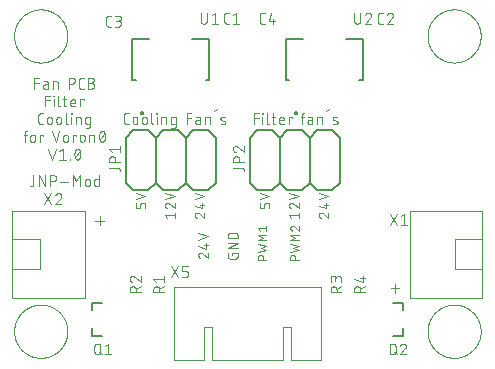
<source format=gbr>
G04 EAGLE Gerber RS-274X export*
G75*
%MOMM*%
%FSLAX34Y34*%
%LPD*%
%INSilkscreen Top*%
%IPPOS*%
%AMOC8*
5,1,8,0,0,1.08239X$1,22.5*%
G01*
%ADD10C,0.100000*%
%ADD11C,0.076200*%
%ADD12C,0.101600*%
%ADD13C,0.152400*%
%ADD14C,0.127000*%
%ADD15C,0.200000*%
%ADD16C,0.203200*%


D10*
X-197500Y-125000D02*
X-197493Y-124448D01*
X-197473Y-123896D01*
X-197439Y-123345D01*
X-197392Y-122795D01*
X-197331Y-122246D01*
X-197256Y-121699D01*
X-197169Y-121153D01*
X-197068Y-120610D01*
X-196953Y-120070D01*
X-196826Y-119533D01*
X-196685Y-118999D01*
X-196531Y-118469D01*
X-196364Y-117942D01*
X-196185Y-117420D01*
X-195992Y-116902D01*
X-195787Y-116390D01*
X-195570Y-115882D01*
X-195340Y-115380D01*
X-195098Y-114884D01*
X-194843Y-114394D01*
X-194577Y-113910D01*
X-194299Y-113433D01*
X-194009Y-112963D01*
X-193708Y-112500D01*
X-193396Y-112044D01*
X-193072Y-111597D01*
X-192738Y-111157D01*
X-192393Y-110726D01*
X-192037Y-110304D01*
X-191671Y-109890D01*
X-191296Y-109485D01*
X-190910Y-109090D01*
X-190515Y-108704D01*
X-190110Y-108329D01*
X-189696Y-107963D01*
X-189274Y-107607D01*
X-188843Y-107262D01*
X-188403Y-106928D01*
X-187956Y-106604D01*
X-187500Y-106292D01*
X-187037Y-105991D01*
X-186567Y-105701D01*
X-186090Y-105423D01*
X-185606Y-105157D01*
X-185116Y-104902D01*
X-184620Y-104660D01*
X-184118Y-104430D01*
X-183610Y-104213D01*
X-183098Y-104008D01*
X-182580Y-103815D01*
X-182058Y-103636D01*
X-181531Y-103469D01*
X-181001Y-103315D01*
X-180467Y-103174D01*
X-179930Y-103047D01*
X-179390Y-102932D01*
X-178847Y-102831D01*
X-178301Y-102744D01*
X-177754Y-102669D01*
X-177205Y-102608D01*
X-176655Y-102561D01*
X-176104Y-102527D01*
X-175552Y-102507D01*
X-175000Y-102500D01*
X-174448Y-102507D01*
X-173896Y-102527D01*
X-173345Y-102561D01*
X-172795Y-102608D01*
X-172246Y-102669D01*
X-171699Y-102744D01*
X-171153Y-102831D01*
X-170610Y-102932D01*
X-170070Y-103047D01*
X-169533Y-103174D01*
X-168999Y-103315D01*
X-168469Y-103469D01*
X-167942Y-103636D01*
X-167420Y-103815D01*
X-166902Y-104008D01*
X-166390Y-104213D01*
X-165882Y-104430D01*
X-165380Y-104660D01*
X-164884Y-104902D01*
X-164394Y-105157D01*
X-163910Y-105423D01*
X-163433Y-105701D01*
X-162963Y-105991D01*
X-162500Y-106292D01*
X-162044Y-106604D01*
X-161597Y-106928D01*
X-161157Y-107262D01*
X-160726Y-107607D01*
X-160304Y-107963D01*
X-159890Y-108329D01*
X-159485Y-108704D01*
X-159090Y-109090D01*
X-158704Y-109485D01*
X-158329Y-109890D01*
X-157963Y-110304D01*
X-157607Y-110726D01*
X-157262Y-111157D01*
X-156928Y-111597D01*
X-156604Y-112044D01*
X-156292Y-112500D01*
X-155991Y-112963D01*
X-155701Y-113433D01*
X-155423Y-113910D01*
X-155157Y-114394D01*
X-154902Y-114884D01*
X-154660Y-115380D01*
X-154430Y-115882D01*
X-154213Y-116390D01*
X-154008Y-116902D01*
X-153815Y-117420D01*
X-153636Y-117942D01*
X-153469Y-118469D01*
X-153315Y-118999D01*
X-153174Y-119533D01*
X-153047Y-120070D01*
X-152932Y-120610D01*
X-152831Y-121153D01*
X-152744Y-121699D01*
X-152669Y-122246D01*
X-152608Y-122795D01*
X-152561Y-123345D01*
X-152527Y-123896D01*
X-152507Y-124448D01*
X-152500Y-125000D01*
X-152507Y-125552D01*
X-152527Y-126104D01*
X-152561Y-126655D01*
X-152608Y-127205D01*
X-152669Y-127754D01*
X-152744Y-128301D01*
X-152831Y-128847D01*
X-152932Y-129390D01*
X-153047Y-129930D01*
X-153174Y-130467D01*
X-153315Y-131001D01*
X-153469Y-131531D01*
X-153636Y-132058D01*
X-153815Y-132580D01*
X-154008Y-133098D01*
X-154213Y-133610D01*
X-154430Y-134118D01*
X-154660Y-134620D01*
X-154902Y-135116D01*
X-155157Y-135606D01*
X-155423Y-136090D01*
X-155701Y-136567D01*
X-155991Y-137037D01*
X-156292Y-137500D01*
X-156604Y-137956D01*
X-156928Y-138403D01*
X-157262Y-138843D01*
X-157607Y-139274D01*
X-157963Y-139696D01*
X-158329Y-140110D01*
X-158704Y-140515D01*
X-159090Y-140910D01*
X-159485Y-141296D01*
X-159890Y-141671D01*
X-160304Y-142037D01*
X-160726Y-142393D01*
X-161157Y-142738D01*
X-161597Y-143072D01*
X-162044Y-143396D01*
X-162500Y-143708D01*
X-162963Y-144009D01*
X-163433Y-144299D01*
X-163910Y-144577D01*
X-164394Y-144843D01*
X-164884Y-145098D01*
X-165380Y-145340D01*
X-165882Y-145570D01*
X-166390Y-145787D01*
X-166902Y-145992D01*
X-167420Y-146185D01*
X-167942Y-146364D01*
X-168469Y-146531D01*
X-168999Y-146685D01*
X-169533Y-146826D01*
X-170070Y-146953D01*
X-170610Y-147068D01*
X-171153Y-147169D01*
X-171699Y-147256D01*
X-172246Y-147331D01*
X-172795Y-147392D01*
X-173345Y-147439D01*
X-173896Y-147473D01*
X-174448Y-147493D01*
X-175000Y-147500D01*
X-175552Y-147493D01*
X-176104Y-147473D01*
X-176655Y-147439D01*
X-177205Y-147392D01*
X-177754Y-147331D01*
X-178301Y-147256D01*
X-178847Y-147169D01*
X-179390Y-147068D01*
X-179930Y-146953D01*
X-180467Y-146826D01*
X-181001Y-146685D01*
X-181531Y-146531D01*
X-182058Y-146364D01*
X-182580Y-146185D01*
X-183098Y-145992D01*
X-183610Y-145787D01*
X-184118Y-145570D01*
X-184620Y-145340D01*
X-185116Y-145098D01*
X-185606Y-144843D01*
X-186090Y-144577D01*
X-186567Y-144299D01*
X-187037Y-144009D01*
X-187500Y-143708D01*
X-187956Y-143396D01*
X-188403Y-143072D01*
X-188843Y-142738D01*
X-189274Y-142393D01*
X-189696Y-142037D01*
X-190110Y-141671D01*
X-190515Y-141296D01*
X-190910Y-140910D01*
X-191296Y-140515D01*
X-191671Y-140110D01*
X-192037Y-139696D01*
X-192393Y-139274D01*
X-192738Y-138843D01*
X-193072Y-138403D01*
X-193396Y-137956D01*
X-193708Y-137500D01*
X-194009Y-137037D01*
X-194299Y-136567D01*
X-194577Y-136090D01*
X-194843Y-135606D01*
X-195098Y-135116D01*
X-195340Y-134620D01*
X-195570Y-134118D01*
X-195787Y-133610D01*
X-195992Y-133098D01*
X-196185Y-132580D01*
X-196364Y-132058D01*
X-196531Y-131531D01*
X-196685Y-131001D01*
X-196826Y-130467D01*
X-196953Y-129930D01*
X-197068Y-129390D01*
X-197169Y-128847D01*
X-197256Y-128301D01*
X-197331Y-127754D01*
X-197392Y-127205D01*
X-197439Y-126655D01*
X-197473Y-126104D01*
X-197493Y-125552D01*
X-197500Y-125000D01*
X152500Y-125000D02*
X152507Y-124448D01*
X152527Y-123896D01*
X152561Y-123345D01*
X152608Y-122795D01*
X152669Y-122246D01*
X152744Y-121699D01*
X152831Y-121153D01*
X152932Y-120610D01*
X153047Y-120070D01*
X153174Y-119533D01*
X153315Y-118999D01*
X153469Y-118469D01*
X153636Y-117942D01*
X153815Y-117420D01*
X154008Y-116902D01*
X154213Y-116390D01*
X154430Y-115882D01*
X154660Y-115380D01*
X154902Y-114884D01*
X155157Y-114394D01*
X155423Y-113910D01*
X155701Y-113433D01*
X155991Y-112963D01*
X156292Y-112500D01*
X156604Y-112044D01*
X156928Y-111597D01*
X157262Y-111157D01*
X157607Y-110726D01*
X157963Y-110304D01*
X158329Y-109890D01*
X158704Y-109485D01*
X159090Y-109090D01*
X159485Y-108704D01*
X159890Y-108329D01*
X160304Y-107963D01*
X160726Y-107607D01*
X161157Y-107262D01*
X161597Y-106928D01*
X162044Y-106604D01*
X162500Y-106292D01*
X162963Y-105991D01*
X163433Y-105701D01*
X163910Y-105423D01*
X164394Y-105157D01*
X164884Y-104902D01*
X165380Y-104660D01*
X165882Y-104430D01*
X166390Y-104213D01*
X166902Y-104008D01*
X167420Y-103815D01*
X167942Y-103636D01*
X168469Y-103469D01*
X168999Y-103315D01*
X169533Y-103174D01*
X170070Y-103047D01*
X170610Y-102932D01*
X171153Y-102831D01*
X171699Y-102744D01*
X172246Y-102669D01*
X172795Y-102608D01*
X173345Y-102561D01*
X173896Y-102527D01*
X174448Y-102507D01*
X175000Y-102500D01*
X175552Y-102507D01*
X176104Y-102527D01*
X176655Y-102561D01*
X177205Y-102608D01*
X177754Y-102669D01*
X178301Y-102744D01*
X178847Y-102831D01*
X179390Y-102932D01*
X179930Y-103047D01*
X180467Y-103174D01*
X181001Y-103315D01*
X181531Y-103469D01*
X182058Y-103636D01*
X182580Y-103815D01*
X183098Y-104008D01*
X183610Y-104213D01*
X184118Y-104430D01*
X184620Y-104660D01*
X185116Y-104902D01*
X185606Y-105157D01*
X186090Y-105423D01*
X186567Y-105701D01*
X187037Y-105991D01*
X187500Y-106292D01*
X187956Y-106604D01*
X188403Y-106928D01*
X188843Y-107262D01*
X189274Y-107607D01*
X189696Y-107963D01*
X190110Y-108329D01*
X190515Y-108704D01*
X190910Y-109090D01*
X191296Y-109485D01*
X191671Y-109890D01*
X192037Y-110304D01*
X192393Y-110726D01*
X192738Y-111157D01*
X193072Y-111597D01*
X193396Y-112044D01*
X193708Y-112500D01*
X194009Y-112963D01*
X194299Y-113433D01*
X194577Y-113910D01*
X194843Y-114394D01*
X195098Y-114884D01*
X195340Y-115380D01*
X195570Y-115882D01*
X195787Y-116390D01*
X195992Y-116902D01*
X196185Y-117420D01*
X196364Y-117942D01*
X196531Y-118469D01*
X196685Y-118999D01*
X196826Y-119533D01*
X196953Y-120070D01*
X197068Y-120610D01*
X197169Y-121153D01*
X197256Y-121699D01*
X197331Y-122246D01*
X197392Y-122795D01*
X197439Y-123345D01*
X197473Y-123896D01*
X197493Y-124448D01*
X197500Y-125000D01*
X197493Y-125552D01*
X197473Y-126104D01*
X197439Y-126655D01*
X197392Y-127205D01*
X197331Y-127754D01*
X197256Y-128301D01*
X197169Y-128847D01*
X197068Y-129390D01*
X196953Y-129930D01*
X196826Y-130467D01*
X196685Y-131001D01*
X196531Y-131531D01*
X196364Y-132058D01*
X196185Y-132580D01*
X195992Y-133098D01*
X195787Y-133610D01*
X195570Y-134118D01*
X195340Y-134620D01*
X195098Y-135116D01*
X194843Y-135606D01*
X194577Y-136090D01*
X194299Y-136567D01*
X194009Y-137037D01*
X193708Y-137500D01*
X193396Y-137956D01*
X193072Y-138403D01*
X192738Y-138843D01*
X192393Y-139274D01*
X192037Y-139696D01*
X191671Y-140110D01*
X191296Y-140515D01*
X190910Y-140910D01*
X190515Y-141296D01*
X190110Y-141671D01*
X189696Y-142037D01*
X189274Y-142393D01*
X188843Y-142738D01*
X188403Y-143072D01*
X187956Y-143396D01*
X187500Y-143708D01*
X187037Y-144009D01*
X186567Y-144299D01*
X186090Y-144577D01*
X185606Y-144843D01*
X185116Y-145098D01*
X184620Y-145340D01*
X184118Y-145570D01*
X183610Y-145787D01*
X183098Y-145992D01*
X182580Y-146185D01*
X182058Y-146364D01*
X181531Y-146531D01*
X181001Y-146685D01*
X180467Y-146826D01*
X179930Y-146953D01*
X179390Y-147068D01*
X178847Y-147169D01*
X178301Y-147256D01*
X177754Y-147331D01*
X177205Y-147392D01*
X176655Y-147439D01*
X176104Y-147473D01*
X175552Y-147493D01*
X175000Y-147500D01*
X174448Y-147493D01*
X173896Y-147473D01*
X173345Y-147439D01*
X172795Y-147392D01*
X172246Y-147331D01*
X171699Y-147256D01*
X171153Y-147169D01*
X170610Y-147068D01*
X170070Y-146953D01*
X169533Y-146826D01*
X168999Y-146685D01*
X168469Y-146531D01*
X167942Y-146364D01*
X167420Y-146185D01*
X166902Y-145992D01*
X166390Y-145787D01*
X165882Y-145570D01*
X165380Y-145340D01*
X164884Y-145098D01*
X164394Y-144843D01*
X163910Y-144577D01*
X163433Y-144299D01*
X162963Y-144009D01*
X162500Y-143708D01*
X162044Y-143396D01*
X161597Y-143072D01*
X161157Y-142738D01*
X160726Y-142393D01*
X160304Y-142037D01*
X159890Y-141671D01*
X159485Y-141296D01*
X159090Y-140910D01*
X158704Y-140515D01*
X158329Y-140110D01*
X157963Y-139696D01*
X157607Y-139274D01*
X157262Y-138843D01*
X156928Y-138403D01*
X156604Y-137956D01*
X156292Y-137500D01*
X155991Y-137037D01*
X155701Y-136567D01*
X155423Y-136090D01*
X155157Y-135606D01*
X154902Y-135116D01*
X154660Y-134620D01*
X154430Y-134118D01*
X154213Y-133610D01*
X154008Y-133098D01*
X153815Y-132580D01*
X153636Y-132058D01*
X153469Y-131531D01*
X153315Y-131001D01*
X153174Y-130467D01*
X153047Y-129930D01*
X152932Y-129390D01*
X152831Y-128847D01*
X152744Y-128301D01*
X152669Y-127754D01*
X152608Y-127205D01*
X152561Y-126655D01*
X152527Y-126104D01*
X152507Y-125552D01*
X152500Y-125000D01*
D11*
X-86381Y-21015D02*
X-86381Y-18269D01*
X-86383Y-18184D01*
X-86389Y-18100D01*
X-86399Y-18016D01*
X-86412Y-17933D01*
X-86430Y-17850D01*
X-86451Y-17768D01*
X-86476Y-17687D01*
X-86505Y-17608D01*
X-86537Y-17529D01*
X-86573Y-17453D01*
X-86612Y-17378D01*
X-86655Y-17305D01*
X-86701Y-17234D01*
X-86751Y-17166D01*
X-86803Y-17099D01*
X-86859Y-17035D01*
X-86917Y-16974D01*
X-86978Y-16916D01*
X-87042Y-16860D01*
X-87109Y-16808D01*
X-87177Y-16758D01*
X-87248Y-16712D01*
X-87321Y-16669D01*
X-87396Y-16630D01*
X-87472Y-16594D01*
X-87551Y-16562D01*
X-87630Y-16533D01*
X-87711Y-16508D01*
X-87793Y-16487D01*
X-87876Y-16469D01*
X-87959Y-16456D01*
X-88043Y-16446D01*
X-88127Y-16440D01*
X-88212Y-16438D01*
X-88212Y-16439D02*
X-89127Y-16439D01*
X-89127Y-16438D02*
X-89212Y-16440D01*
X-89296Y-16446D01*
X-89380Y-16456D01*
X-89463Y-16469D01*
X-89546Y-16487D01*
X-89628Y-16508D01*
X-89709Y-16533D01*
X-89788Y-16562D01*
X-89867Y-16594D01*
X-89943Y-16630D01*
X-90018Y-16669D01*
X-90091Y-16712D01*
X-90162Y-16758D01*
X-90230Y-16808D01*
X-90297Y-16860D01*
X-90361Y-16916D01*
X-90422Y-16974D01*
X-90480Y-17035D01*
X-90536Y-17099D01*
X-90588Y-17166D01*
X-90638Y-17234D01*
X-90684Y-17305D01*
X-90727Y-17378D01*
X-90766Y-17453D01*
X-90802Y-17529D01*
X-90834Y-17608D01*
X-90863Y-17687D01*
X-90888Y-17768D01*
X-90909Y-17850D01*
X-90927Y-17933D01*
X-90940Y-18016D01*
X-90950Y-18100D01*
X-90956Y-18184D01*
X-90958Y-18269D01*
X-90958Y-21015D01*
X-94619Y-21015D01*
X-94619Y-16439D01*
X-94619Y-13373D02*
X-86381Y-10627D01*
X-94619Y-7881D01*
X-69619Y-26827D02*
X-67788Y-29115D01*
X-69619Y-26827D02*
X-61381Y-26827D01*
X-61381Y-29115D02*
X-61381Y-24539D01*
X-67560Y-16438D02*
X-67650Y-16440D01*
X-67740Y-16446D01*
X-67829Y-16456D01*
X-67918Y-16469D01*
X-68006Y-16487D01*
X-68093Y-16508D01*
X-68179Y-16533D01*
X-68265Y-16562D01*
X-68348Y-16595D01*
X-68431Y-16631D01*
X-68511Y-16671D01*
X-68590Y-16714D01*
X-68667Y-16761D01*
X-68742Y-16811D01*
X-68814Y-16864D01*
X-68884Y-16920D01*
X-68952Y-16979D01*
X-69017Y-17041D01*
X-69079Y-17106D01*
X-69138Y-17174D01*
X-69194Y-17244D01*
X-69247Y-17316D01*
X-69297Y-17391D01*
X-69344Y-17468D01*
X-69387Y-17547D01*
X-69427Y-17627D01*
X-69463Y-17710D01*
X-69496Y-17793D01*
X-69525Y-17879D01*
X-69550Y-17965D01*
X-69571Y-18052D01*
X-69589Y-18140D01*
X-69602Y-18229D01*
X-69612Y-18318D01*
X-69618Y-18408D01*
X-69620Y-18498D01*
X-69619Y-18498D02*
X-69617Y-18599D01*
X-69611Y-18699D01*
X-69602Y-18800D01*
X-69588Y-18900D01*
X-69571Y-18999D01*
X-69550Y-19098D01*
X-69525Y-19196D01*
X-69497Y-19292D01*
X-69465Y-19388D01*
X-69429Y-19482D01*
X-69390Y-19575D01*
X-69347Y-19666D01*
X-69301Y-19756D01*
X-69251Y-19844D01*
X-69198Y-19930D01*
X-69142Y-20013D01*
X-69083Y-20095D01*
X-69020Y-20174D01*
X-68955Y-20251D01*
X-68887Y-20325D01*
X-68816Y-20397D01*
X-68742Y-20466D01*
X-68666Y-20531D01*
X-68587Y-20595D01*
X-68506Y-20655D01*
X-68423Y-20711D01*
X-68338Y-20765D01*
X-68250Y-20815D01*
X-68161Y-20862D01*
X-68070Y-20906D01*
X-67978Y-20946D01*
X-67884Y-20982D01*
X-67788Y-21015D01*
X-65958Y-17125D02*
X-66021Y-17062D01*
X-66087Y-17001D01*
X-66155Y-16943D01*
X-66225Y-16887D01*
X-66298Y-16835D01*
X-66372Y-16785D01*
X-66449Y-16738D01*
X-66527Y-16695D01*
X-66607Y-16655D01*
X-66689Y-16618D01*
X-66772Y-16584D01*
X-66856Y-16554D01*
X-66941Y-16527D01*
X-67028Y-16504D01*
X-67115Y-16484D01*
X-67203Y-16468D01*
X-67292Y-16455D01*
X-67381Y-16446D01*
X-67470Y-16441D01*
X-67560Y-16439D01*
X-65958Y-17125D02*
X-61381Y-21015D01*
X-61381Y-16439D01*
X-61381Y-10627D02*
X-69619Y-13373D01*
X-69619Y-7881D02*
X-61381Y-10627D01*
X-44620Y-26598D02*
X-44618Y-26508D01*
X-44612Y-26418D01*
X-44602Y-26329D01*
X-44589Y-26240D01*
X-44571Y-26152D01*
X-44550Y-26065D01*
X-44525Y-25979D01*
X-44496Y-25893D01*
X-44463Y-25810D01*
X-44427Y-25727D01*
X-44387Y-25647D01*
X-44344Y-25568D01*
X-44297Y-25491D01*
X-44247Y-25416D01*
X-44194Y-25344D01*
X-44138Y-25274D01*
X-44079Y-25206D01*
X-44017Y-25141D01*
X-43952Y-25079D01*
X-43884Y-25020D01*
X-43814Y-24964D01*
X-43742Y-24911D01*
X-43667Y-24861D01*
X-43590Y-24814D01*
X-43511Y-24771D01*
X-43431Y-24731D01*
X-43348Y-24695D01*
X-43265Y-24662D01*
X-43179Y-24633D01*
X-43093Y-24608D01*
X-43006Y-24587D01*
X-42918Y-24569D01*
X-42829Y-24556D01*
X-42740Y-24546D01*
X-42650Y-24540D01*
X-42560Y-24538D01*
X-44619Y-26598D02*
X-44617Y-26699D01*
X-44611Y-26799D01*
X-44602Y-26900D01*
X-44588Y-27000D01*
X-44571Y-27099D01*
X-44550Y-27198D01*
X-44525Y-27296D01*
X-44497Y-27392D01*
X-44465Y-27488D01*
X-44429Y-27582D01*
X-44390Y-27675D01*
X-44347Y-27766D01*
X-44301Y-27856D01*
X-44251Y-27944D01*
X-44198Y-28030D01*
X-44142Y-28113D01*
X-44083Y-28195D01*
X-44020Y-28274D01*
X-43955Y-28351D01*
X-43887Y-28425D01*
X-43816Y-28497D01*
X-43742Y-28566D01*
X-43666Y-28631D01*
X-43587Y-28695D01*
X-43506Y-28755D01*
X-43423Y-28811D01*
X-43338Y-28865D01*
X-43250Y-28915D01*
X-43161Y-28962D01*
X-43070Y-29006D01*
X-42978Y-29046D01*
X-42884Y-29082D01*
X-42788Y-29115D01*
X-40958Y-25225D02*
X-41021Y-25162D01*
X-41087Y-25101D01*
X-41155Y-25043D01*
X-41225Y-24987D01*
X-41298Y-24935D01*
X-41372Y-24885D01*
X-41449Y-24838D01*
X-41527Y-24795D01*
X-41607Y-24755D01*
X-41689Y-24718D01*
X-41772Y-24684D01*
X-41856Y-24654D01*
X-41941Y-24627D01*
X-42028Y-24604D01*
X-42115Y-24584D01*
X-42203Y-24568D01*
X-42292Y-24555D01*
X-42381Y-24546D01*
X-42470Y-24541D01*
X-42560Y-24539D01*
X-40958Y-25225D02*
X-36381Y-29115D01*
X-36381Y-24539D01*
X-38212Y-21015D02*
X-44619Y-19185D01*
X-38212Y-21015D02*
X-38212Y-16439D01*
X-40042Y-17812D02*
X-36381Y-17812D01*
X-36381Y-10627D02*
X-44619Y-13373D01*
X-44619Y-7881D02*
X-36381Y-10627D01*
D10*
X-197500Y125000D02*
X-197493Y125552D01*
X-197473Y126104D01*
X-197439Y126655D01*
X-197392Y127205D01*
X-197331Y127754D01*
X-197256Y128301D01*
X-197169Y128847D01*
X-197068Y129390D01*
X-196953Y129930D01*
X-196826Y130467D01*
X-196685Y131001D01*
X-196531Y131531D01*
X-196364Y132058D01*
X-196185Y132580D01*
X-195992Y133098D01*
X-195787Y133610D01*
X-195570Y134118D01*
X-195340Y134620D01*
X-195098Y135116D01*
X-194843Y135606D01*
X-194577Y136090D01*
X-194299Y136567D01*
X-194009Y137037D01*
X-193708Y137500D01*
X-193396Y137956D01*
X-193072Y138403D01*
X-192738Y138843D01*
X-192393Y139274D01*
X-192037Y139696D01*
X-191671Y140110D01*
X-191296Y140515D01*
X-190910Y140910D01*
X-190515Y141296D01*
X-190110Y141671D01*
X-189696Y142037D01*
X-189274Y142393D01*
X-188843Y142738D01*
X-188403Y143072D01*
X-187956Y143396D01*
X-187500Y143708D01*
X-187037Y144009D01*
X-186567Y144299D01*
X-186090Y144577D01*
X-185606Y144843D01*
X-185116Y145098D01*
X-184620Y145340D01*
X-184118Y145570D01*
X-183610Y145787D01*
X-183098Y145992D01*
X-182580Y146185D01*
X-182058Y146364D01*
X-181531Y146531D01*
X-181001Y146685D01*
X-180467Y146826D01*
X-179930Y146953D01*
X-179390Y147068D01*
X-178847Y147169D01*
X-178301Y147256D01*
X-177754Y147331D01*
X-177205Y147392D01*
X-176655Y147439D01*
X-176104Y147473D01*
X-175552Y147493D01*
X-175000Y147500D01*
X-174448Y147493D01*
X-173896Y147473D01*
X-173345Y147439D01*
X-172795Y147392D01*
X-172246Y147331D01*
X-171699Y147256D01*
X-171153Y147169D01*
X-170610Y147068D01*
X-170070Y146953D01*
X-169533Y146826D01*
X-168999Y146685D01*
X-168469Y146531D01*
X-167942Y146364D01*
X-167420Y146185D01*
X-166902Y145992D01*
X-166390Y145787D01*
X-165882Y145570D01*
X-165380Y145340D01*
X-164884Y145098D01*
X-164394Y144843D01*
X-163910Y144577D01*
X-163433Y144299D01*
X-162963Y144009D01*
X-162500Y143708D01*
X-162044Y143396D01*
X-161597Y143072D01*
X-161157Y142738D01*
X-160726Y142393D01*
X-160304Y142037D01*
X-159890Y141671D01*
X-159485Y141296D01*
X-159090Y140910D01*
X-158704Y140515D01*
X-158329Y140110D01*
X-157963Y139696D01*
X-157607Y139274D01*
X-157262Y138843D01*
X-156928Y138403D01*
X-156604Y137956D01*
X-156292Y137500D01*
X-155991Y137037D01*
X-155701Y136567D01*
X-155423Y136090D01*
X-155157Y135606D01*
X-154902Y135116D01*
X-154660Y134620D01*
X-154430Y134118D01*
X-154213Y133610D01*
X-154008Y133098D01*
X-153815Y132580D01*
X-153636Y132058D01*
X-153469Y131531D01*
X-153315Y131001D01*
X-153174Y130467D01*
X-153047Y129930D01*
X-152932Y129390D01*
X-152831Y128847D01*
X-152744Y128301D01*
X-152669Y127754D01*
X-152608Y127205D01*
X-152561Y126655D01*
X-152527Y126104D01*
X-152507Y125552D01*
X-152500Y125000D01*
X-152507Y124448D01*
X-152527Y123896D01*
X-152561Y123345D01*
X-152608Y122795D01*
X-152669Y122246D01*
X-152744Y121699D01*
X-152831Y121153D01*
X-152932Y120610D01*
X-153047Y120070D01*
X-153174Y119533D01*
X-153315Y118999D01*
X-153469Y118469D01*
X-153636Y117942D01*
X-153815Y117420D01*
X-154008Y116902D01*
X-154213Y116390D01*
X-154430Y115882D01*
X-154660Y115380D01*
X-154902Y114884D01*
X-155157Y114394D01*
X-155423Y113910D01*
X-155701Y113433D01*
X-155991Y112963D01*
X-156292Y112500D01*
X-156604Y112044D01*
X-156928Y111597D01*
X-157262Y111157D01*
X-157607Y110726D01*
X-157963Y110304D01*
X-158329Y109890D01*
X-158704Y109485D01*
X-159090Y109090D01*
X-159485Y108704D01*
X-159890Y108329D01*
X-160304Y107963D01*
X-160726Y107607D01*
X-161157Y107262D01*
X-161597Y106928D01*
X-162044Y106604D01*
X-162500Y106292D01*
X-162963Y105991D01*
X-163433Y105701D01*
X-163910Y105423D01*
X-164394Y105157D01*
X-164884Y104902D01*
X-165380Y104660D01*
X-165882Y104430D01*
X-166390Y104213D01*
X-166902Y104008D01*
X-167420Y103815D01*
X-167942Y103636D01*
X-168469Y103469D01*
X-168999Y103315D01*
X-169533Y103174D01*
X-170070Y103047D01*
X-170610Y102932D01*
X-171153Y102831D01*
X-171699Y102744D01*
X-172246Y102669D01*
X-172795Y102608D01*
X-173345Y102561D01*
X-173896Y102527D01*
X-174448Y102507D01*
X-175000Y102500D01*
X-175552Y102507D01*
X-176104Y102527D01*
X-176655Y102561D01*
X-177205Y102608D01*
X-177754Y102669D01*
X-178301Y102744D01*
X-178847Y102831D01*
X-179390Y102932D01*
X-179930Y103047D01*
X-180467Y103174D01*
X-181001Y103315D01*
X-181531Y103469D01*
X-182058Y103636D01*
X-182580Y103815D01*
X-183098Y104008D01*
X-183610Y104213D01*
X-184118Y104430D01*
X-184620Y104660D01*
X-185116Y104902D01*
X-185606Y105157D01*
X-186090Y105423D01*
X-186567Y105701D01*
X-187037Y105991D01*
X-187500Y106292D01*
X-187956Y106604D01*
X-188403Y106928D01*
X-188843Y107262D01*
X-189274Y107607D01*
X-189696Y107963D01*
X-190110Y108329D01*
X-190515Y108704D01*
X-190910Y109090D01*
X-191296Y109485D01*
X-191671Y109890D01*
X-192037Y110304D01*
X-192393Y110726D01*
X-192738Y111157D01*
X-193072Y111597D01*
X-193396Y112044D01*
X-193708Y112500D01*
X-194009Y112963D01*
X-194299Y113433D01*
X-194577Y113910D01*
X-194843Y114394D01*
X-195098Y114884D01*
X-195340Y115380D01*
X-195570Y115882D01*
X-195787Y116390D01*
X-195992Y116902D01*
X-196185Y117420D01*
X-196364Y117942D01*
X-196531Y118469D01*
X-196685Y118999D01*
X-196826Y119533D01*
X-196953Y120070D01*
X-197068Y120610D01*
X-197169Y121153D01*
X-197256Y121699D01*
X-197331Y122246D01*
X-197392Y122795D01*
X-197439Y123345D01*
X-197473Y123896D01*
X-197493Y124448D01*
X-197500Y125000D01*
X152500Y125000D02*
X152507Y125552D01*
X152527Y126104D01*
X152561Y126655D01*
X152608Y127205D01*
X152669Y127754D01*
X152744Y128301D01*
X152831Y128847D01*
X152932Y129390D01*
X153047Y129930D01*
X153174Y130467D01*
X153315Y131001D01*
X153469Y131531D01*
X153636Y132058D01*
X153815Y132580D01*
X154008Y133098D01*
X154213Y133610D01*
X154430Y134118D01*
X154660Y134620D01*
X154902Y135116D01*
X155157Y135606D01*
X155423Y136090D01*
X155701Y136567D01*
X155991Y137037D01*
X156292Y137500D01*
X156604Y137956D01*
X156928Y138403D01*
X157262Y138843D01*
X157607Y139274D01*
X157963Y139696D01*
X158329Y140110D01*
X158704Y140515D01*
X159090Y140910D01*
X159485Y141296D01*
X159890Y141671D01*
X160304Y142037D01*
X160726Y142393D01*
X161157Y142738D01*
X161597Y143072D01*
X162044Y143396D01*
X162500Y143708D01*
X162963Y144009D01*
X163433Y144299D01*
X163910Y144577D01*
X164394Y144843D01*
X164884Y145098D01*
X165380Y145340D01*
X165882Y145570D01*
X166390Y145787D01*
X166902Y145992D01*
X167420Y146185D01*
X167942Y146364D01*
X168469Y146531D01*
X168999Y146685D01*
X169533Y146826D01*
X170070Y146953D01*
X170610Y147068D01*
X171153Y147169D01*
X171699Y147256D01*
X172246Y147331D01*
X172795Y147392D01*
X173345Y147439D01*
X173896Y147473D01*
X174448Y147493D01*
X175000Y147500D01*
X175552Y147493D01*
X176104Y147473D01*
X176655Y147439D01*
X177205Y147392D01*
X177754Y147331D01*
X178301Y147256D01*
X178847Y147169D01*
X179390Y147068D01*
X179930Y146953D01*
X180467Y146826D01*
X181001Y146685D01*
X181531Y146531D01*
X182058Y146364D01*
X182580Y146185D01*
X183098Y145992D01*
X183610Y145787D01*
X184118Y145570D01*
X184620Y145340D01*
X185116Y145098D01*
X185606Y144843D01*
X186090Y144577D01*
X186567Y144299D01*
X187037Y144009D01*
X187500Y143708D01*
X187956Y143396D01*
X188403Y143072D01*
X188843Y142738D01*
X189274Y142393D01*
X189696Y142037D01*
X190110Y141671D01*
X190515Y141296D01*
X190910Y140910D01*
X191296Y140515D01*
X191671Y140110D01*
X192037Y139696D01*
X192393Y139274D01*
X192738Y138843D01*
X193072Y138403D01*
X193396Y137956D01*
X193708Y137500D01*
X194009Y137037D01*
X194299Y136567D01*
X194577Y136090D01*
X194843Y135606D01*
X195098Y135116D01*
X195340Y134620D01*
X195570Y134118D01*
X195787Y133610D01*
X195992Y133098D01*
X196185Y132580D01*
X196364Y132058D01*
X196531Y131531D01*
X196685Y131001D01*
X196826Y130467D01*
X196953Y129930D01*
X197068Y129390D01*
X197169Y128847D01*
X197256Y128301D01*
X197331Y127754D01*
X197392Y127205D01*
X197439Y126655D01*
X197473Y126104D01*
X197493Y125552D01*
X197500Y125000D01*
X197493Y124448D01*
X197473Y123896D01*
X197439Y123345D01*
X197392Y122795D01*
X197331Y122246D01*
X197256Y121699D01*
X197169Y121153D01*
X197068Y120610D01*
X196953Y120070D01*
X196826Y119533D01*
X196685Y118999D01*
X196531Y118469D01*
X196364Y117942D01*
X196185Y117420D01*
X195992Y116902D01*
X195787Y116390D01*
X195570Y115882D01*
X195340Y115380D01*
X195098Y114884D01*
X194843Y114394D01*
X194577Y113910D01*
X194299Y113433D01*
X194009Y112963D01*
X193708Y112500D01*
X193396Y112044D01*
X193072Y111597D01*
X192738Y111157D01*
X192393Y110726D01*
X192037Y110304D01*
X191671Y109890D01*
X191296Y109485D01*
X190910Y109090D01*
X190515Y108704D01*
X190110Y108329D01*
X189696Y107963D01*
X189274Y107607D01*
X188843Y107262D01*
X188403Y106928D01*
X187956Y106604D01*
X187500Y106292D01*
X187037Y105991D01*
X186567Y105701D01*
X186090Y105423D01*
X185606Y105157D01*
X185116Y104902D01*
X184620Y104660D01*
X184118Y104430D01*
X183610Y104213D01*
X183098Y104008D01*
X182580Y103815D01*
X182058Y103636D01*
X181531Y103469D01*
X181001Y103315D01*
X180467Y103174D01*
X179930Y103047D01*
X179390Y102932D01*
X178847Y102831D01*
X178301Y102744D01*
X177754Y102669D01*
X177205Y102608D01*
X176655Y102561D01*
X176104Y102527D01*
X175552Y102507D01*
X175000Y102500D01*
X174448Y102507D01*
X173896Y102527D01*
X173345Y102561D01*
X172795Y102608D01*
X172246Y102669D01*
X171699Y102744D01*
X171153Y102831D01*
X170610Y102932D01*
X170070Y103047D01*
X169533Y103174D01*
X168999Y103315D01*
X168469Y103469D01*
X167942Y103636D01*
X167420Y103815D01*
X166902Y104008D01*
X166390Y104213D01*
X165882Y104430D01*
X165380Y104660D01*
X164884Y104902D01*
X164394Y105157D01*
X163910Y105423D01*
X163433Y105701D01*
X162963Y105991D01*
X162500Y106292D01*
X162044Y106604D01*
X161597Y106928D01*
X161157Y107262D01*
X160726Y107607D01*
X160304Y107963D01*
X159890Y108329D01*
X159485Y108704D01*
X159090Y109090D01*
X158704Y109485D01*
X158329Y109890D01*
X157963Y110304D01*
X157607Y110726D01*
X157262Y111157D01*
X156928Y111597D01*
X156604Y112044D01*
X156292Y112500D01*
X155991Y112963D01*
X155701Y113433D01*
X155423Y113910D01*
X155157Y114394D01*
X154902Y114884D01*
X154660Y115380D01*
X154430Y115882D01*
X154213Y116390D01*
X154008Y116902D01*
X153815Y117420D01*
X153636Y117942D01*
X153469Y118469D01*
X153315Y118999D01*
X153174Y119533D01*
X153047Y120070D01*
X152932Y120610D01*
X152831Y121153D01*
X152744Y121699D01*
X152669Y122246D01*
X152608Y122795D01*
X152561Y123345D01*
X152527Y123896D01*
X152507Y124448D01*
X152500Y125000D01*
D11*
X62441Y-24538D02*
X62351Y-24540D01*
X62261Y-24546D01*
X62172Y-24556D01*
X62083Y-24569D01*
X61995Y-24587D01*
X61908Y-24608D01*
X61822Y-24633D01*
X61736Y-24662D01*
X61653Y-24695D01*
X61570Y-24731D01*
X61490Y-24771D01*
X61411Y-24814D01*
X61334Y-24861D01*
X61259Y-24911D01*
X61187Y-24964D01*
X61117Y-25020D01*
X61049Y-25079D01*
X60984Y-25141D01*
X60922Y-25206D01*
X60863Y-25274D01*
X60807Y-25344D01*
X60754Y-25416D01*
X60704Y-25491D01*
X60657Y-25568D01*
X60614Y-25647D01*
X60574Y-25727D01*
X60538Y-25810D01*
X60505Y-25893D01*
X60476Y-25979D01*
X60451Y-26065D01*
X60430Y-26152D01*
X60412Y-26240D01*
X60399Y-26329D01*
X60389Y-26418D01*
X60383Y-26508D01*
X60381Y-26598D01*
X60383Y-26699D01*
X60389Y-26799D01*
X60398Y-26900D01*
X60412Y-27000D01*
X60429Y-27099D01*
X60450Y-27198D01*
X60475Y-27296D01*
X60503Y-27392D01*
X60535Y-27488D01*
X60571Y-27582D01*
X60610Y-27675D01*
X60653Y-27766D01*
X60699Y-27856D01*
X60749Y-27944D01*
X60802Y-28030D01*
X60858Y-28113D01*
X60917Y-28195D01*
X60980Y-28274D01*
X61045Y-28351D01*
X61113Y-28425D01*
X61184Y-28497D01*
X61258Y-28566D01*
X61334Y-28631D01*
X61413Y-28695D01*
X61494Y-28755D01*
X61577Y-28811D01*
X61662Y-28865D01*
X61750Y-28915D01*
X61839Y-28962D01*
X61930Y-29006D01*
X62022Y-29046D01*
X62116Y-29082D01*
X62212Y-29115D01*
X64043Y-25226D02*
X63980Y-25162D01*
X63914Y-25101D01*
X63846Y-25043D01*
X63776Y-24987D01*
X63703Y-24935D01*
X63629Y-24885D01*
X63552Y-24838D01*
X63474Y-24795D01*
X63394Y-24755D01*
X63312Y-24718D01*
X63229Y-24684D01*
X63145Y-24654D01*
X63060Y-24627D01*
X62973Y-24604D01*
X62886Y-24584D01*
X62798Y-24568D01*
X62709Y-24555D01*
X62620Y-24546D01*
X62531Y-24541D01*
X62441Y-24539D01*
X64042Y-25225D02*
X68619Y-29115D01*
X68619Y-24539D01*
X66788Y-21015D02*
X60381Y-19185D01*
X66788Y-21015D02*
X66788Y-16439D01*
X64958Y-17812D02*
X68619Y-17812D01*
X68619Y-10627D02*
X60381Y-13373D01*
X60381Y-7881D02*
X68619Y-10627D01*
X37212Y-29115D02*
X35381Y-26827D01*
X43619Y-26827D01*
X43619Y-29115D02*
X43619Y-24539D01*
X37441Y-16438D02*
X37351Y-16440D01*
X37261Y-16446D01*
X37172Y-16456D01*
X37083Y-16469D01*
X36995Y-16487D01*
X36908Y-16508D01*
X36822Y-16533D01*
X36736Y-16562D01*
X36653Y-16595D01*
X36570Y-16631D01*
X36490Y-16671D01*
X36411Y-16714D01*
X36334Y-16761D01*
X36259Y-16811D01*
X36187Y-16864D01*
X36117Y-16920D01*
X36049Y-16979D01*
X35984Y-17041D01*
X35922Y-17106D01*
X35863Y-17174D01*
X35807Y-17244D01*
X35754Y-17316D01*
X35704Y-17391D01*
X35657Y-17468D01*
X35614Y-17547D01*
X35574Y-17627D01*
X35538Y-17710D01*
X35505Y-17793D01*
X35476Y-17879D01*
X35451Y-17965D01*
X35430Y-18052D01*
X35412Y-18140D01*
X35399Y-18229D01*
X35389Y-18318D01*
X35383Y-18408D01*
X35381Y-18498D01*
X35383Y-18599D01*
X35389Y-18699D01*
X35398Y-18800D01*
X35412Y-18900D01*
X35429Y-18999D01*
X35450Y-19098D01*
X35475Y-19196D01*
X35503Y-19292D01*
X35535Y-19388D01*
X35571Y-19482D01*
X35610Y-19575D01*
X35653Y-19666D01*
X35699Y-19756D01*
X35749Y-19844D01*
X35802Y-19930D01*
X35858Y-20013D01*
X35917Y-20095D01*
X35980Y-20174D01*
X36045Y-20251D01*
X36113Y-20325D01*
X36184Y-20397D01*
X36258Y-20466D01*
X36334Y-20531D01*
X36413Y-20595D01*
X36494Y-20655D01*
X36577Y-20711D01*
X36662Y-20765D01*
X36750Y-20815D01*
X36839Y-20862D01*
X36930Y-20906D01*
X37022Y-20946D01*
X37116Y-20982D01*
X37212Y-21015D01*
X39043Y-17126D02*
X38980Y-17062D01*
X38914Y-17001D01*
X38846Y-16943D01*
X38776Y-16887D01*
X38703Y-16835D01*
X38629Y-16785D01*
X38552Y-16738D01*
X38474Y-16695D01*
X38394Y-16655D01*
X38312Y-16618D01*
X38229Y-16584D01*
X38145Y-16554D01*
X38060Y-16527D01*
X37973Y-16504D01*
X37886Y-16484D01*
X37798Y-16468D01*
X37709Y-16455D01*
X37620Y-16446D01*
X37531Y-16441D01*
X37441Y-16439D01*
X39042Y-17125D02*
X43619Y-21015D01*
X43619Y-16439D01*
X43619Y-10627D02*
X35381Y-13373D01*
X35381Y-7881D02*
X43619Y-10627D01*
X18619Y-18269D02*
X18619Y-21015D01*
X18619Y-18269D02*
X18617Y-18184D01*
X18611Y-18100D01*
X18601Y-18016D01*
X18588Y-17933D01*
X18570Y-17850D01*
X18549Y-17768D01*
X18524Y-17687D01*
X18495Y-17608D01*
X18463Y-17529D01*
X18427Y-17453D01*
X18388Y-17378D01*
X18345Y-17305D01*
X18299Y-17234D01*
X18249Y-17166D01*
X18197Y-17099D01*
X18141Y-17035D01*
X18083Y-16974D01*
X18022Y-16916D01*
X17958Y-16860D01*
X17891Y-16808D01*
X17823Y-16758D01*
X17752Y-16712D01*
X17679Y-16669D01*
X17604Y-16630D01*
X17528Y-16594D01*
X17449Y-16562D01*
X17370Y-16533D01*
X17289Y-16508D01*
X17207Y-16487D01*
X17124Y-16469D01*
X17041Y-16456D01*
X16957Y-16446D01*
X16873Y-16440D01*
X16788Y-16438D01*
X16788Y-16439D02*
X15873Y-16439D01*
X15873Y-16438D02*
X15788Y-16440D01*
X15704Y-16446D01*
X15620Y-16456D01*
X15537Y-16469D01*
X15454Y-16487D01*
X15372Y-16508D01*
X15291Y-16533D01*
X15212Y-16562D01*
X15133Y-16594D01*
X15057Y-16630D01*
X14982Y-16669D01*
X14909Y-16712D01*
X14838Y-16758D01*
X14770Y-16808D01*
X14703Y-16860D01*
X14639Y-16916D01*
X14578Y-16974D01*
X14520Y-17035D01*
X14464Y-17099D01*
X14412Y-17166D01*
X14362Y-17234D01*
X14316Y-17305D01*
X14273Y-17378D01*
X14234Y-17453D01*
X14198Y-17529D01*
X14166Y-17608D01*
X14137Y-17687D01*
X14112Y-17768D01*
X14091Y-17850D01*
X14073Y-17933D01*
X14060Y-18016D01*
X14050Y-18100D01*
X14044Y-18184D01*
X14042Y-18269D01*
X14042Y-21015D01*
X10381Y-21015D01*
X10381Y-16439D01*
X10381Y-13373D02*
X18619Y-10627D01*
X10381Y-7881D01*
X-39560Y-58540D02*
X-39650Y-58542D01*
X-39740Y-58548D01*
X-39829Y-58558D01*
X-39918Y-58571D01*
X-40006Y-58589D01*
X-40093Y-58610D01*
X-40179Y-58635D01*
X-40265Y-58664D01*
X-40348Y-58697D01*
X-40431Y-58733D01*
X-40511Y-58773D01*
X-40590Y-58816D01*
X-40667Y-58863D01*
X-40742Y-58913D01*
X-40814Y-58966D01*
X-40884Y-59022D01*
X-40952Y-59081D01*
X-41017Y-59143D01*
X-41079Y-59208D01*
X-41138Y-59276D01*
X-41194Y-59346D01*
X-41247Y-59418D01*
X-41297Y-59493D01*
X-41344Y-59570D01*
X-41387Y-59649D01*
X-41427Y-59729D01*
X-41463Y-59812D01*
X-41496Y-59895D01*
X-41525Y-59981D01*
X-41550Y-60067D01*
X-41571Y-60154D01*
X-41589Y-60242D01*
X-41602Y-60331D01*
X-41612Y-60420D01*
X-41618Y-60510D01*
X-41620Y-60600D01*
X-41619Y-60600D02*
X-41617Y-60701D01*
X-41611Y-60801D01*
X-41602Y-60902D01*
X-41588Y-61002D01*
X-41571Y-61101D01*
X-41550Y-61200D01*
X-41525Y-61298D01*
X-41497Y-61394D01*
X-41465Y-61490D01*
X-41429Y-61584D01*
X-41390Y-61677D01*
X-41347Y-61768D01*
X-41301Y-61858D01*
X-41251Y-61946D01*
X-41198Y-62032D01*
X-41142Y-62115D01*
X-41083Y-62197D01*
X-41020Y-62276D01*
X-40955Y-62353D01*
X-40887Y-62427D01*
X-40816Y-62499D01*
X-40742Y-62568D01*
X-40666Y-62633D01*
X-40587Y-62697D01*
X-40506Y-62757D01*
X-40423Y-62813D01*
X-40338Y-62867D01*
X-40250Y-62917D01*
X-40161Y-62964D01*
X-40070Y-63008D01*
X-39978Y-63048D01*
X-39884Y-63084D01*
X-39788Y-63117D01*
X-37958Y-59227D02*
X-38021Y-59164D01*
X-38087Y-59103D01*
X-38155Y-59045D01*
X-38225Y-58989D01*
X-38298Y-58937D01*
X-38372Y-58887D01*
X-38449Y-58840D01*
X-38527Y-58797D01*
X-38607Y-58757D01*
X-38689Y-58720D01*
X-38772Y-58686D01*
X-38856Y-58656D01*
X-38941Y-58629D01*
X-39028Y-58606D01*
X-39115Y-58586D01*
X-39203Y-58570D01*
X-39292Y-58557D01*
X-39381Y-58548D01*
X-39470Y-58543D01*
X-39560Y-58541D01*
X-37958Y-59227D02*
X-33381Y-63117D01*
X-33381Y-58540D01*
X-35212Y-55017D02*
X-41619Y-53187D01*
X-35212Y-55017D02*
X-35212Y-50441D01*
X-37042Y-51814D02*
X-33381Y-51814D01*
X-33381Y-44629D02*
X-41619Y-47375D01*
X-41619Y-41883D02*
X-33381Y-44629D01*
X-12958Y-58852D02*
X-12958Y-60225D01*
X-12958Y-58852D02*
X-8381Y-58852D01*
X-8381Y-61598D01*
X-8383Y-61683D01*
X-8389Y-61767D01*
X-8399Y-61851D01*
X-8412Y-61934D01*
X-8430Y-62017D01*
X-8451Y-62099D01*
X-8476Y-62180D01*
X-8505Y-62259D01*
X-8537Y-62338D01*
X-8573Y-62414D01*
X-8612Y-62489D01*
X-8655Y-62562D01*
X-8701Y-62633D01*
X-8751Y-62701D01*
X-8803Y-62768D01*
X-8859Y-62832D01*
X-8917Y-62893D01*
X-8978Y-62951D01*
X-9042Y-63007D01*
X-9109Y-63059D01*
X-9177Y-63109D01*
X-9248Y-63155D01*
X-9321Y-63198D01*
X-9396Y-63237D01*
X-9472Y-63273D01*
X-9551Y-63305D01*
X-9630Y-63334D01*
X-9711Y-63359D01*
X-9793Y-63380D01*
X-9876Y-63398D01*
X-9959Y-63411D01*
X-10043Y-63421D01*
X-10127Y-63427D01*
X-10212Y-63429D01*
X-10212Y-63428D02*
X-14788Y-63428D01*
X-14788Y-63429D02*
X-14873Y-63427D01*
X-14957Y-63421D01*
X-15041Y-63411D01*
X-15124Y-63398D01*
X-15207Y-63380D01*
X-15289Y-63359D01*
X-15370Y-63334D01*
X-15449Y-63305D01*
X-15528Y-63273D01*
X-15604Y-63237D01*
X-15679Y-63198D01*
X-15752Y-63155D01*
X-15823Y-63109D01*
X-15891Y-63059D01*
X-15958Y-63007D01*
X-16022Y-62951D01*
X-16083Y-62893D01*
X-16141Y-62832D01*
X-16197Y-62768D01*
X-16249Y-62701D01*
X-16299Y-62633D01*
X-16345Y-62562D01*
X-16388Y-62489D01*
X-16427Y-62414D01*
X-16463Y-62338D01*
X-16495Y-62259D01*
X-16524Y-62180D01*
X-16549Y-62099D01*
X-16570Y-62017D01*
X-16588Y-61934D01*
X-16601Y-61851D01*
X-16611Y-61767D01*
X-16617Y-61683D01*
X-16619Y-61598D01*
X-16619Y-58852D01*
X-16619Y-54788D02*
X-8381Y-54788D01*
X-8381Y-50212D02*
X-16619Y-54788D01*
X-16619Y-50212D02*
X-8381Y-50212D01*
X-8381Y-46148D02*
X-16619Y-46148D01*
X-16619Y-43860D01*
X-16617Y-43765D01*
X-16611Y-43671D01*
X-16601Y-43577D01*
X-16588Y-43483D01*
X-16570Y-43390D01*
X-16549Y-43298D01*
X-16524Y-43207D01*
X-16495Y-43117D01*
X-16462Y-43028D01*
X-16426Y-42941D01*
X-16387Y-42855D01*
X-16343Y-42771D01*
X-16297Y-42689D01*
X-16246Y-42609D01*
X-16193Y-42531D01*
X-16137Y-42455D01*
X-16077Y-42381D01*
X-16014Y-42310D01*
X-15949Y-42242D01*
X-15881Y-42177D01*
X-15810Y-42114D01*
X-15736Y-42054D01*
X-15661Y-41998D01*
X-15582Y-41945D01*
X-15502Y-41894D01*
X-15420Y-41848D01*
X-15336Y-41804D01*
X-15250Y-41765D01*
X-15163Y-41729D01*
X-15074Y-41696D01*
X-14984Y-41667D01*
X-14893Y-41642D01*
X-14801Y-41621D01*
X-14708Y-41603D01*
X-14614Y-41590D01*
X-14520Y-41580D01*
X-14426Y-41574D01*
X-14331Y-41572D01*
X-10669Y-41572D01*
X-10574Y-41574D01*
X-10480Y-41580D01*
X-10386Y-41590D01*
X-10292Y-41603D01*
X-10199Y-41621D01*
X-10107Y-41642D01*
X-10016Y-41667D01*
X-9926Y-41696D01*
X-9837Y-41729D01*
X-9750Y-41765D01*
X-9664Y-41804D01*
X-9580Y-41848D01*
X-9498Y-41894D01*
X-9418Y-41945D01*
X-9339Y-41998D01*
X-9264Y-42054D01*
X-9190Y-42114D01*
X-9119Y-42177D01*
X-9051Y-42242D01*
X-8986Y-42310D01*
X-8923Y-42381D01*
X-8863Y-42455D01*
X-8807Y-42531D01*
X-8754Y-42609D01*
X-8703Y-42689D01*
X-8657Y-42771D01*
X-8613Y-42855D01*
X-8574Y-42941D01*
X-8538Y-43028D01*
X-8505Y-43117D01*
X-8476Y-43207D01*
X-8451Y-43298D01*
X-8430Y-43390D01*
X-8412Y-43483D01*
X-8399Y-43577D01*
X-8389Y-43671D01*
X-8383Y-43765D01*
X-8381Y-43860D01*
X-8381Y-46148D01*
X8881Y-64312D02*
X16119Y-64312D01*
X8881Y-64312D02*
X8881Y-62302D01*
X8883Y-62213D01*
X8889Y-62124D01*
X8899Y-62036D01*
X8912Y-61948D01*
X8930Y-61861D01*
X8951Y-61774D01*
X8977Y-61689D01*
X9006Y-61605D01*
X9038Y-61522D01*
X9075Y-61441D01*
X9115Y-61361D01*
X9158Y-61284D01*
X9205Y-61208D01*
X9255Y-61134D01*
X9308Y-61063D01*
X9364Y-60994D01*
X9424Y-60928D01*
X9486Y-60864D01*
X9551Y-60804D01*
X9618Y-60746D01*
X9688Y-60691D01*
X9761Y-60639D01*
X9836Y-60591D01*
X9912Y-60546D01*
X9991Y-60504D01*
X10071Y-60466D01*
X10153Y-60432D01*
X10237Y-60401D01*
X10322Y-60374D01*
X10407Y-60350D01*
X10494Y-60331D01*
X10582Y-60315D01*
X10670Y-60303D01*
X10759Y-60295D01*
X10848Y-60291D01*
X10936Y-60291D01*
X11025Y-60295D01*
X11114Y-60303D01*
X11202Y-60315D01*
X11290Y-60331D01*
X11377Y-60350D01*
X11462Y-60374D01*
X11547Y-60401D01*
X11631Y-60432D01*
X11713Y-60466D01*
X11793Y-60504D01*
X11872Y-60546D01*
X11948Y-60591D01*
X12023Y-60639D01*
X12096Y-60691D01*
X12166Y-60746D01*
X12233Y-60804D01*
X12298Y-60864D01*
X12360Y-60928D01*
X12420Y-60994D01*
X12476Y-61063D01*
X12529Y-61134D01*
X12579Y-61208D01*
X12626Y-61284D01*
X12669Y-61361D01*
X12709Y-61441D01*
X12746Y-61522D01*
X12778Y-61605D01*
X12807Y-61689D01*
X12833Y-61774D01*
X12854Y-61861D01*
X12872Y-61948D01*
X12885Y-62036D01*
X12895Y-62124D01*
X12901Y-62213D01*
X12903Y-62302D01*
X12902Y-62302D02*
X12902Y-64312D01*
X8881Y-57715D02*
X16119Y-56107D01*
X11294Y-54498D01*
X16119Y-52890D01*
X8881Y-51282D01*
X8881Y-48031D02*
X16119Y-48031D01*
X12902Y-45618D02*
X8881Y-48031D01*
X12902Y-45618D02*
X8881Y-43206D01*
X16119Y-43206D01*
X10489Y-39709D02*
X8881Y-37698D01*
X16119Y-37698D01*
X16119Y-35688D02*
X16119Y-39709D01*
X36381Y-64312D02*
X43619Y-64312D01*
X36381Y-64312D02*
X36381Y-62302D01*
X36383Y-62213D01*
X36389Y-62124D01*
X36399Y-62036D01*
X36412Y-61948D01*
X36430Y-61861D01*
X36451Y-61774D01*
X36477Y-61689D01*
X36506Y-61605D01*
X36538Y-61522D01*
X36575Y-61441D01*
X36615Y-61361D01*
X36658Y-61284D01*
X36705Y-61208D01*
X36755Y-61134D01*
X36808Y-61063D01*
X36864Y-60994D01*
X36924Y-60928D01*
X36986Y-60864D01*
X37051Y-60804D01*
X37118Y-60746D01*
X37188Y-60691D01*
X37261Y-60639D01*
X37336Y-60591D01*
X37412Y-60546D01*
X37491Y-60504D01*
X37571Y-60466D01*
X37653Y-60432D01*
X37737Y-60401D01*
X37822Y-60374D01*
X37907Y-60350D01*
X37994Y-60331D01*
X38082Y-60315D01*
X38170Y-60303D01*
X38259Y-60295D01*
X38348Y-60291D01*
X38436Y-60291D01*
X38525Y-60295D01*
X38614Y-60303D01*
X38702Y-60315D01*
X38790Y-60331D01*
X38877Y-60350D01*
X38962Y-60374D01*
X39047Y-60401D01*
X39131Y-60432D01*
X39213Y-60466D01*
X39293Y-60504D01*
X39372Y-60546D01*
X39448Y-60591D01*
X39523Y-60639D01*
X39596Y-60691D01*
X39666Y-60746D01*
X39733Y-60804D01*
X39798Y-60864D01*
X39860Y-60928D01*
X39920Y-60994D01*
X39976Y-61063D01*
X40029Y-61134D01*
X40079Y-61208D01*
X40126Y-61284D01*
X40169Y-61361D01*
X40209Y-61441D01*
X40246Y-61522D01*
X40278Y-61605D01*
X40307Y-61689D01*
X40333Y-61774D01*
X40354Y-61861D01*
X40372Y-61948D01*
X40385Y-62036D01*
X40395Y-62124D01*
X40401Y-62213D01*
X40403Y-62302D01*
X40402Y-62302D02*
X40402Y-64312D01*
X36381Y-57715D02*
X43619Y-56107D01*
X38794Y-54498D01*
X43619Y-52890D01*
X36381Y-51282D01*
X36381Y-48031D02*
X43619Y-48031D01*
X40402Y-45618D02*
X36381Y-48031D01*
X40402Y-45618D02*
X36381Y-43206D01*
X43619Y-43206D01*
X36381Y-37497D02*
X36383Y-37413D01*
X36389Y-37330D01*
X36398Y-37247D01*
X36412Y-37164D01*
X36429Y-37083D01*
X36450Y-37002D01*
X36475Y-36922D01*
X36503Y-36843D01*
X36535Y-36766D01*
X36571Y-36690D01*
X36610Y-36616D01*
X36652Y-36544D01*
X36698Y-36474D01*
X36747Y-36406D01*
X36799Y-36341D01*
X36853Y-36278D01*
X36911Y-36217D01*
X36972Y-36159D01*
X37035Y-36105D01*
X37100Y-36053D01*
X37168Y-36004D01*
X37238Y-35958D01*
X37310Y-35916D01*
X37384Y-35877D01*
X37460Y-35841D01*
X37537Y-35809D01*
X37616Y-35781D01*
X37696Y-35756D01*
X37777Y-35735D01*
X37858Y-35718D01*
X37941Y-35704D01*
X38024Y-35695D01*
X38107Y-35689D01*
X38191Y-35687D01*
X36381Y-37497D02*
X36383Y-37591D01*
X36389Y-37685D01*
X36398Y-37779D01*
X36412Y-37873D01*
X36429Y-37965D01*
X36450Y-38057D01*
X36474Y-38148D01*
X36502Y-38238D01*
X36534Y-38327D01*
X36570Y-38415D01*
X36609Y-38500D01*
X36651Y-38585D01*
X36697Y-38667D01*
X36746Y-38748D01*
X36798Y-38826D01*
X36854Y-38902D01*
X36912Y-38976D01*
X36974Y-39048D01*
X37038Y-39117D01*
X37105Y-39183D01*
X37175Y-39247D01*
X37247Y-39307D01*
X37322Y-39365D01*
X37399Y-39420D01*
X37478Y-39471D01*
X37559Y-39519D01*
X37642Y-39564D01*
X37726Y-39606D01*
X37813Y-39644D01*
X37901Y-39678D01*
X37990Y-39709D01*
X39599Y-36290D02*
X39537Y-36228D01*
X39473Y-36169D01*
X39406Y-36113D01*
X39336Y-36060D01*
X39264Y-36010D01*
X39190Y-35963D01*
X39114Y-35920D01*
X39036Y-35880D01*
X38957Y-35844D01*
X38876Y-35812D01*
X38793Y-35783D01*
X38709Y-35757D01*
X38625Y-35736D01*
X38539Y-35718D01*
X38453Y-35705D01*
X38366Y-35695D01*
X38278Y-35689D01*
X38191Y-35687D01*
X39598Y-36291D02*
X43619Y-39709D01*
X43619Y-35688D01*
D12*
X-121339Y-31220D02*
X-128661Y-31220D01*
X-125000Y-27559D02*
X-125000Y-34882D01*
X121339Y-88720D02*
X128661Y-88720D01*
X125000Y-85059D02*
X125000Y-92382D01*
D11*
X-180422Y80381D02*
X-180422Y89619D01*
X-176317Y89619D01*
X-176317Y85513D02*
X-180422Y85513D01*
X-171276Y83974D02*
X-168966Y83974D01*
X-171276Y83973D02*
X-171359Y83971D01*
X-171442Y83965D01*
X-171524Y83956D01*
X-171606Y83942D01*
X-171687Y83925D01*
X-171767Y83904D01*
X-171847Y83880D01*
X-171925Y83852D01*
X-172001Y83820D01*
X-172077Y83785D01*
X-172150Y83746D01*
X-172221Y83704D01*
X-172291Y83659D01*
X-172358Y83610D01*
X-172423Y83559D01*
X-172486Y83504D01*
X-172546Y83447D01*
X-172603Y83387D01*
X-172658Y83324D01*
X-172709Y83259D01*
X-172758Y83192D01*
X-172803Y83122D01*
X-172845Y83051D01*
X-172884Y82978D01*
X-172919Y82902D01*
X-172951Y82826D01*
X-172979Y82748D01*
X-173003Y82668D01*
X-173024Y82588D01*
X-173041Y82507D01*
X-173055Y82425D01*
X-173064Y82343D01*
X-173070Y82260D01*
X-173072Y82177D01*
X-173070Y82094D01*
X-173064Y82011D01*
X-173055Y81929D01*
X-173041Y81847D01*
X-173024Y81766D01*
X-173003Y81686D01*
X-172979Y81606D01*
X-172951Y81528D01*
X-172919Y81452D01*
X-172884Y81376D01*
X-172845Y81303D01*
X-172803Y81232D01*
X-172758Y81162D01*
X-172709Y81095D01*
X-172658Y81030D01*
X-172603Y80967D01*
X-172546Y80907D01*
X-172486Y80850D01*
X-172423Y80795D01*
X-172358Y80744D01*
X-172291Y80695D01*
X-172221Y80650D01*
X-172150Y80608D01*
X-172077Y80569D01*
X-172001Y80534D01*
X-171925Y80502D01*
X-171847Y80474D01*
X-171767Y80450D01*
X-171687Y80429D01*
X-171606Y80412D01*
X-171524Y80398D01*
X-171442Y80389D01*
X-171359Y80383D01*
X-171276Y80381D01*
X-168966Y80381D01*
X-168966Y85000D01*
X-168968Y85076D01*
X-168973Y85151D01*
X-168983Y85226D01*
X-168996Y85300D01*
X-169012Y85374D01*
X-169032Y85447D01*
X-169056Y85519D01*
X-169083Y85589D01*
X-169114Y85658D01*
X-169148Y85726D01*
X-169185Y85792D01*
X-169226Y85856D01*
X-169269Y85917D01*
X-169316Y85977D01*
X-169365Y86034D01*
X-169417Y86089D01*
X-169472Y86141D01*
X-169529Y86190D01*
X-169589Y86237D01*
X-169650Y86280D01*
X-169714Y86321D01*
X-169780Y86358D01*
X-169848Y86392D01*
X-169917Y86423D01*
X-169987Y86450D01*
X-170059Y86474D01*
X-170132Y86494D01*
X-170206Y86510D01*
X-170280Y86523D01*
X-170355Y86533D01*
X-170430Y86538D01*
X-170506Y86540D01*
X-172559Y86540D01*
X-164627Y86540D02*
X-164627Y80381D01*
X-164627Y86540D02*
X-162061Y86540D01*
X-161983Y86538D01*
X-161905Y86532D01*
X-161828Y86522D01*
X-161751Y86508D01*
X-161675Y86491D01*
X-161600Y86469D01*
X-161526Y86444D01*
X-161454Y86415D01*
X-161383Y86383D01*
X-161314Y86346D01*
X-161246Y86307D01*
X-161181Y86264D01*
X-161118Y86218D01*
X-161058Y86168D01*
X-161000Y86116D01*
X-160945Y86061D01*
X-160893Y86003D01*
X-160843Y85943D01*
X-160797Y85880D01*
X-160754Y85815D01*
X-160715Y85747D01*
X-160678Y85678D01*
X-160646Y85607D01*
X-160617Y85535D01*
X-160592Y85461D01*
X-160570Y85386D01*
X-160553Y85310D01*
X-160539Y85233D01*
X-160529Y85156D01*
X-160523Y85078D01*
X-160521Y85000D01*
X-160521Y80381D01*
X-151210Y80381D02*
X-151210Y89619D01*
X-148644Y89619D01*
X-148545Y89617D01*
X-148445Y89611D01*
X-148346Y89602D01*
X-148248Y89588D01*
X-148150Y89571D01*
X-148052Y89550D01*
X-147956Y89525D01*
X-147861Y89496D01*
X-147766Y89464D01*
X-147674Y89428D01*
X-147582Y89389D01*
X-147492Y89346D01*
X-147404Y89300D01*
X-147318Y89250D01*
X-147234Y89197D01*
X-147152Y89141D01*
X-147072Y89081D01*
X-146995Y89019D01*
X-146920Y88953D01*
X-146847Y88885D01*
X-146778Y88814D01*
X-146711Y88740D01*
X-146647Y88664D01*
X-146586Y88585D01*
X-146528Y88504D01*
X-146473Y88421D01*
X-146422Y88336D01*
X-146374Y88249D01*
X-146329Y88160D01*
X-146288Y88069D01*
X-146250Y87977D01*
X-146216Y87884D01*
X-146186Y87789D01*
X-146159Y87693D01*
X-146136Y87596D01*
X-146117Y87499D01*
X-146102Y87400D01*
X-146090Y87301D01*
X-146082Y87202D01*
X-146078Y87103D01*
X-146078Y87003D01*
X-146082Y86904D01*
X-146090Y86805D01*
X-146102Y86706D01*
X-146117Y86607D01*
X-146136Y86510D01*
X-146159Y86413D01*
X-146186Y86317D01*
X-146216Y86222D01*
X-146250Y86129D01*
X-146288Y86037D01*
X-146329Y85946D01*
X-146374Y85857D01*
X-146422Y85770D01*
X-146473Y85685D01*
X-146528Y85602D01*
X-146586Y85521D01*
X-146647Y85442D01*
X-146711Y85366D01*
X-146778Y85292D01*
X-146847Y85221D01*
X-146920Y85153D01*
X-146995Y85087D01*
X-147072Y85025D01*
X-147152Y84965D01*
X-147234Y84909D01*
X-147318Y84856D01*
X-147404Y84806D01*
X-147492Y84760D01*
X-147582Y84717D01*
X-147674Y84678D01*
X-147766Y84642D01*
X-147861Y84610D01*
X-147956Y84581D01*
X-148052Y84556D01*
X-148150Y84535D01*
X-148248Y84518D01*
X-148346Y84504D01*
X-148445Y84495D01*
X-148545Y84489D01*
X-148644Y84487D01*
X-151210Y84487D01*
X-140613Y80381D02*
X-138560Y80381D01*
X-140613Y80381D02*
X-140703Y80383D01*
X-140792Y80389D01*
X-140881Y80399D01*
X-140969Y80412D01*
X-141057Y80430D01*
X-141144Y80451D01*
X-141230Y80476D01*
X-141315Y80505D01*
X-141399Y80537D01*
X-141481Y80573D01*
X-141561Y80613D01*
X-141640Y80656D01*
X-141716Y80703D01*
X-141791Y80752D01*
X-141863Y80805D01*
X-141933Y80861D01*
X-142000Y80920D01*
X-142065Y80982D01*
X-142127Y81047D01*
X-142186Y81114D01*
X-142242Y81184D01*
X-142295Y81256D01*
X-142344Y81331D01*
X-142391Y81408D01*
X-142434Y81486D01*
X-142474Y81566D01*
X-142510Y81648D01*
X-142542Y81732D01*
X-142571Y81817D01*
X-142596Y81903D01*
X-142617Y81990D01*
X-142635Y82078D01*
X-142648Y82166D01*
X-142658Y82255D01*
X-142664Y82344D01*
X-142666Y82434D01*
X-142665Y82434D02*
X-142665Y87566D01*
X-142666Y87566D02*
X-142664Y87656D01*
X-142658Y87745D01*
X-142648Y87834D01*
X-142635Y87922D01*
X-142617Y88010D01*
X-142596Y88097D01*
X-142571Y88183D01*
X-142542Y88268D01*
X-142510Y88352D01*
X-142474Y88434D01*
X-142434Y88514D01*
X-142391Y88593D01*
X-142344Y88669D01*
X-142295Y88744D01*
X-142242Y88816D01*
X-142186Y88886D01*
X-142127Y88953D01*
X-142065Y89018D01*
X-142000Y89080D01*
X-141933Y89139D01*
X-141863Y89195D01*
X-141791Y89248D01*
X-141716Y89297D01*
X-141640Y89344D01*
X-141561Y89387D01*
X-141481Y89427D01*
X-141399Y89463D01*
X-141315Y89495D01*
X-141230Y89524D01*
X-141144Y89549D01*
X-141057Y89570D01*
X-140969Y89588D01*
X-140881Y89601D01*
X-140792Y89611D01*
X-140703Y89617D01*
X-140613Y89619D01*
X-138560Y89619D01*
X-134710Y85513D02*
X-132144Y85513D01*
X-132045Y85511D01*
X-131945Y85505D01*
X-131846Y85496D01*
X-131748Y85482D01*
X-131650Y85465D01*
X-131552Y85444D01*
X-131456Y85419D01*
X-131361Y85390D01*
X-131266Y85358D01*
X-131174Y85322D01*
X-131082Y85283D01*
X-130992Y85240D01*
X-130904Y85194D01*
X-130818Y85144D01*
X-130734Y85091D01*
X-130652Y85035D01*
X-130572Y84975D01*
X-130495Y84913D01*
X-130420Y84847D01*
X-130347Y84779D01*
X-130278Y84708D01*
X-130211Y84634D01*
X-130147Y84558D01*
X-130086Y84479D01*
X-130028Y84398D01*
X-129973Y84315D01*
X-129922Y84230D01*
X-129874Y84143D01*
X-129829Y84054D01*
X-129788Y83963D01*
X-129750Y83871D01*
X-129716Y83778D01*
X-129686Y83683D01*
X-129659Y83587D01*
X-129636Y83490D01*
X-129617Y83393D01*
X-129602Y83294D01*
X-129590Y83195D01*
X-129582Y83096D01*
X-129578Y82997D01*
X-129578Y82897D01*
X-129582Y82798D01*
X-129590Y82699D01*
X-129602Y82600D01*
X-129617Y82501D01*
X-129636Y82404D01*
X-129659Y82307D01*
X-129686Y82211D01*
X-129716Y82116D01*
X-129750Y82023D01*
X-129788Y81931D01*
X-129829Y81840D01*
X-129874Y81751D01*
X-129922Y81664D01*
X-129973Y81579D01*
X-130028Y81496D01*
X-130086Y81415D01*
X-130147Y81336D01*
X-130211Y81260D01*
X-130278Y81186D01*
X-130347Y81115D01*
X-130420Y81047D01*
X-130495Y80981D01*
X-130572Y80919D01*
X-130652Y80859D01*
X-130734Y80803D01*
X-130818Y80750D01*
X-130904Y80700D01*
X-130992Y80654D01*
X-131082Y80611D01*
X-131174Y80572D01*
X-131266Y80536D01*
X-131361Y80504D01*
X-131456Y80475D01*
X-131552Y80450D01*
X-131650Y80429D01*
X-131748Y80412D01*
X-131846Y80398D01*
X-131945Y80389D01*
X-132045Y80383D01*
X-132144Y80381D01*
X-134710Y80381D01*
X-134710Y89619D01*
X-132144Y89619D01*
X-132054Y89617D01*
X-131965Y89611D01*
X-131876Y89601D01*
X-131788Y89588D01*
X-131700Y89570D01*
X-131613Y89549D01*
X-131527Y89524D01*
X-131442Y89495D01*
X-131358Y89463D01*
X-131276Y89427D01*
X-131196Y89387D01*
X-131118Y89344D01*
X-131041Y89297D01*
X-130966Y89248D01*
X-130894Y89195D01*
X-130824Y89139D01*
X-130757Y89080D01*
X-130692Y89018D01*
X-130630Y88953D01*
X-130571Y88886D01*
X-130515Y88816D01*
X-130462Y88744D01*
X-130413Y88669D01*
X-130366Y88593D01*
X-130323Y88514D01*
X-130283Y88434D01*
X-130247Y88352D01*
X-130215Y88268D01*
X-130186Y88183D01*
X-130161Y88097D01*
X-130140Y88010D01*
X-130122Y87922D01*
X-130109Y87834D01*
X-130099Y87745D01*
X-130093Y87656D01*
X-130091Y87566D01*
X-130093Y87476D01*
X-130099Y87387D01*
X-130109Y87298D01*
X-130122Y87210D01*
X-130140Y87122D01*
X-130161Y87035D01*
X-130186Y86949D01*
X-130215Y86864D01*
X-130247Y86780D01*
X-130283Y86698D01*
X-130323Y86618D01*
X-130366Y86540D01*
X-130413Y86463D01*
X-130462Y86388D01*
X-130515Y86316D01*
X-130571Y86246D01*
X-130630Y86179D01*
X-130692Y86114D01*
X-130757Y86052D01*
X-130824Y85993D01*
X-130894Y85937D01*
X-130966Y85884D01*
X-131041Y85835D01*
X-131118Y85788D01*
X-131196Y85745D01*
X-131276Y85705D01*
X-131358Y85669D01*
X-131442Y85637D01*
X-131527Y85608D01*
X-131613Y85583D01*
X-131700Y85562D01*
X-131788Y85544D01*
X-131876Y85531D01*
X-131965Y85521D01*
X-132054Y85515D01*
X-132144Y85513D01*
X-171363Y74619D02*
X-171363Y65381D01*
X-171363Y74619D02*
X-167257Y74619D01*
X-167257Y70513D02*
X-171363Y70513D01*
X-164014Y71540D02*
X-164014Y65381D01*
X-164271Y74106D02*
X-164271Y74619D01*
X-163758Y74619D01*
X-163758Y74106D01*
X-164271Y74106D01*
X-160245Y74619D02*
X-160245Y66921D01*
X-160243Y66843D01*
X-160237Y66765D01*
X-160227Y66688D01*
X-160213Y66611D01*
X-160196Y66535D01*
X-160174Y66460D01*
X-160149Y66386D01*
X-160120Y66314D01*
X-160088Y66243D01*
X-160051Y66174D01*
X-160012Y66106D01*
X-159969Y66041D01*
X-159923Y65978D01*
X-159873Y65918D01*
X-159821Y65860D01*
X-159766Y65805D01*
X-159708Y65753D01*
X-159648Y65703D01*
X-159585Y65657D01*
X-159520Y65614D01*
X-159452Y65575D01*
X-159383Y65538D01*
X-159312Y65506D01*
X-159240Y65477D01*
X-159166Y65452D01*
X-159091Y65430D01*
X-159015Y65413D01*
X-158938Y65399D01*
X-158861Y65389D01*
X-158783Y65383D01*
X-158705Y65381D01*
X-156325Y71540D02*
X-153246Y71540D01*
X-155299Y74619D02*
X-155299Y66921D01*
X-155297Y66843D01*
X-155291Y66765D01*
X-155281Y66688D01*
X-155267Y66611D01*
X-155250Y66535D01*
X-155228Y66460D01*
X-155203Y66386D01*
X-155174Y66314D01*
X-155142Y66243D01*
X-155105Y66174D01*
X-155066Y66106D01*
X-155023Y66041D01*
X-154977Y65978D01*
X-154927Y65918D01*
X-154875Y65860D01*
X-154820Y65805D01*
X-154762Y65753D01*
X-154702Y65703D01*
X-154639Y65657D01*
X-154574Y65614D01*
X-154506Y65575D01*
X-154437Y65538D01*
X-154366Y65506D01*
X-154294Y65477D01*
X-154220Y65452D01*
X-154145Y65430D01*
X-154069Y65413D01*
X-153992Y65399D01*
X-153915Y65389D01*
X-153837Y65383D01*
X-153759Y65381D01*
X-153246Y65381D01*
X-148328Y65381D02*
X-145762Y65381D01*
X-148328Y65381D02*
X-148404Y65383D01*
X-148479Y65388D01*
X-148554Y65398D01*
X-148628Y65411D01*
X-148702Y65427D01*
X-148775Y65447D01*
X-148847Y65471D01*
X-148917Y65498D01*
X-148986Y65529D01*
X-149054Y65563D01*
X-149120Y65600D01*
X-149184Y65641D01*
X-149245Y65684D01*
X-149305Y65731D01*
X-149362Y65780D01*
X-149417Y65832D01*
X-149469Y65887D01*
X-149518Y65944D01*
X-149565Y66004D01*
X-149608Y66065D01*
X-149649Y66129D01*
X-149686Y66195D01*
X-149720Y66263D01*
X-149751Y66332D01*
X-149778Y66402D01*
X-149802Y66474D01*
X-149822Y66547D01*
X-149838Y66621D01*
X-149851Y66695D01*
X-149861Y66770D01*
X-149866Y66845D01*
X-149868Y66921D01*
X-149867Y66921D02*
X-149867Y69487D01*
X-149865Y69577D01*
X-149859Y69666D01*
X-149849Y69755D01*
X-149836Y69843D01*
X-149818Y69931D01*
X-149797Y70018D01*
X-149772Y70104D01*
X-149743Y70189D01*
X-149711Y70273D01*
X-149675Y70355D01*
X-149635Y70435D01*
X-149592Y70514D01*
X-149545Y70590D01*
X-149496Y70665D01*
X-149443Y70737D01*
X-149387Y70807D01*
X-149328Y70874D01*
X-149266Y70939D01*
X-149201Y71001D01*
X-149134Y71060D01*
X-149064Y71116D01*
X-148992Y71169D01*
X-148917Y71218D01*
X-148841Y71265D01*
X-148762Y71308D01*
X-148682Y71348D01*
X-148600Y71384D01*
X-148516Y71416D01*
X-148431Y71445D01*
X-148345Y71470D01*
X-148258Y71491D01*
X-148170Y71509D01*
X-148082Y71522D01*
X-147993Y71532D01*
X-147904Y71538D01*
X-147814Y71540D01*
X-147724Y71538D01*
X-147635Y71532D01*
X-147546Y71522D01*
X-147458Y71509D01*
X-147370Y71491D01*
X-147283Y71470D01*
X-147197Y71445D01*
X-147112Y71416D01*
X-147028Y71384D01*
X-146946Y71348D01*
X-146866Y71308D01*
X-146788Y71265D01*
X-146711Y71218D01*
X-146636Y71169D01*
X-146564Y71116D01*
X-146494Y71060D01*
X-146427Y71001D01*
X-146362Y70939D01*
X-146300Y70874D01*
X-146241Y70807D01*
X-146185Y70737D01*
X-146132Y70665D01*
X-146083Y70590D01*
X-146036Y70514D01*
X-145993Y70435D01*
X-145953Y70355D01*
X-145917Y70273D01*
X-145885Y70189D01*
X-145856Y70104D01*
X-145831Y70018D01*
X-145810Y69931D01*
X-145792Y69843D01*
X-145779Y69755D01*
X-145769Y69666D01*
X-145763Y69577D01*
X-145761Y69487D01*
X-145762Y69487D02*
X-145762Y68460D01*
X-149867Y68460D01*
X-141716Y65381D02*
X-141716Y71540D01*
X-138637Y71540D01*
X-138637Y70513D01*
X-172844Y50381D02*
X-174897Y50381D01*
X-174987Y50383D01*
X-175076Y50389D01*
X-175165Y50399D01*
X-175253Y50412D01*
X-175341Y50430D01*
X-175428Y50451D01*
X-175514Y50476D01*
X-175599Y50505D01*
X-175683Y50537D01*
X-175765Y50573D01*
X-175845Y50613D01*
X-175924Y50656D01*
X-176000Y50703D01*
X-176075Y50752D01*
X-176147Y50805D01*
X-176217Y50861D01*
X-176284Y50920D01*
X-176349Y50982D01*
X-176411Y51047D01*
X-176470Y51114D01*
X-176526Y51184D01*
X-176579Y51256D01*
X-176628Y51331D01*
X-176675Y51408D01*
X-176718Y51486D01*
X-176758Y51566D01*
X-176794Y51648D01*
X-176826Y51732D01*
X-176855Y51817D01*
X-176880Y51903D01*
X-176901Y51990D01*
X-176919Y52078D01*
X-176932Y52166D01*
X-176942Y52255D01*
X-176948Y52344D01*
X-176950Y52434D01*
X-176950Y57566D01*
X-176948Y57656D01*
X-176942Y57745D01*
X-176932Y57834D01*
X-176919Y57922D01*
X-176901Y58010D01*
X-176880Y58097D01*
X-176855Y58183D01*
X-176826Y58268D01*
X-176794Y58352D01*
X-176758Y58434D01*
X-176718Y58514D01*
X-176675Y58593D01*
X-176628Y58669D01*
X-176579Y58744D01*
X-176526Y58816D01*
X-176470Y58886D01*
X-176411Y58953D01*
X-176349Y59018D01*
X-176284Y59080D01*
X-176217Y59139D01*
X-176147Y59195D01*
X-176075Y59248D01*
X-176000Y59297D01*
X-175924Y59344D01*
X-175845Y59387D01*
X-175765Y59427D01*
X-175683Y59463D01*
X-175599Y59495D01*
X-175514Y59524D01*
X-175428Y59549D01*
X-175341Y59570D01*
X-175253Y59588D01*
X-175165Y59601D01*
X-175076Y59611D01*
X-174987Y59617D01*
X-174897Y59619D01*
X-172844Y59619D01*
X-169511Y54487D02*
X-169511Y52434D01*
X-169511Y54487D02*
X-169509Y54577D01*
X-169503Y54666D01*
X-169493Y54755D01*
X-169480Y54843D01*
X-169462Y54931D01*
X-169441Y55018D01*
X-169416Y55104D01*
X-169387Y55189D01*
X-169355Y55273D01*
X-169319Y55355D01*
X-169279Y55435D01*
X-169236Y55514D01*
X-169189Y55590D01*
X-169140Y55665D01*
X-169087Y55737D01*
X-169031Y55807D01*
X-168972Y55874D01*
X-168910Y55939D01*
X-168845Y56001D01*
X-168778Y56060D01*
X-168708Y56116D01*
X-168636Y56169D01*
X-168561Y56218D01*
X-168485Y56265D01*
X-168406Y56308D01*
X-168326Y56348D01*
X-168244Y56384D01*
X-168160Y56416D01*
X-168075Y56445D01*
X-167989Y56470D01*
X-167902Y56491D01*
X-167814Y56509D01*
X-167726Y56522D01*
X-167637Y56532D01*
X-167548Y56538D01*
X-167458Y56540D01*
X-167368Y56538D01*
X-167279Y56532D01*
X-167190Y56522D01*
X-167102Y56509D01*
X-167014Y56491D01*
X-166927Y56470D01*
X-166841Y56445D01*
X-166756Y56416D01*
X-166672Y56384D01*
X-166590Y56348D01*
X-166510Y56308D01*
X-166432Y56265D01*
X-166355Y56218D01*
X-166280Y56169D01*
X-166208Y56116D01*
X-166138Y56060D01*
X-166071Y56001D01*
X-166006Y55939D01*
X-165944Y55874D01*
X-165885Y55807D01*
X-165829Y55737D01*
X-165776Y55665D01*
X-165727Y55590D01*
X-165680Y55514D01*
X-165637Y55435D01*
X-165597Y55355D01*
X-165561Y55273D01*
X-165529Y55189D01*
X-165500Y55104D01*
X-165475Y55018D01*
X-165454Y54931D01*
X-165436Y54843D01*
X-165423Y54755D01*
X-165413Y54666D01*
X-165407Y54577D01*
X-165405Y54487D01*
X-165405Y52434D01*
X-165407Y52344D01*
X-165413Y52255D01*
X-165423Y52166D01*
X-165436Y52078D01*
X-165454Y51990D01*
X-165475Y51903D01*
X-165500Y51817D01*
X-165529Y51732D01*
X-165561Y51648D01*
X-165597Y51566D01*
X-165637Y51486D01*
X-165680Y51407D01*
X-165727Y51331D01*
X-165776Y51256D01*
X-165829Y51184D01*
X-165885Y51114D01*
X-165944Y51047D01*
X-166006Y50982D01*
X-166071Y50920D01*
X-166138Y50861D01*
X-166208Y50805D01*
X-166280Y50752D01*
X-166355Y50703D01*
X-166432Y50656D01*
X-166510Y50613D01*
X-166590Y50573D01*
X-166672Y50537D01*
X-166756Y50505D01*
X-166841Y50476D01*
X-166927Y50451D01*
X-167014Y50430D01*
X-167102Y50412D01*
X-167190Y50399D01*
X-167279Y50389D01*
X-167368Y50383D01*
X-167458Y50381D01*
X-167548Y50383D01*
X-167637Y50389D01*
X-167726Y50399D01*
X-167814Y50412D01*
X-167902Y50430D01*
X-167989Y50451D01*
X-168075Y50476D01*
X-168160Y50505D01*
X-168244Y50537D01*
X-168326Y50573D01*
X-168406Y50613D01*
X-168485Y50656D01*
X-168561Y50703D01*
X-168636Y50752D01*
X-168708Y50805D01*
X-168778Y50861D01*
X-168845Y50920D01*
X-168910Y50982D01*
X-168972Y51047D01*
X-169031Y51114D01*
X-169087Y51184D01*
X-169140Y51256D01*
X-169189Y51331D01*
X-169236Y51408D01*
X-169279Y51486D01*
X-169319Y51566D01*
X-169355Y51648D01*
X-169387Y51732D01*
X-169416Y51817D01*
X-169441Y51903D01*
X-169462Y51990D01*
X-169480Y52078D01*
X-169493Y52166D01*
X-169503Y52255D01*
X-169509Y52344D01*
X-169511Y52434D01*
X-161711Y52434D02*
X-161711Y54487D01*
X-161709Y54577D01*
X-161703Y54666D01*
X-161693Y54755D01*
X-161680Y54843D01*
X-161662Y54931D01*
X-161641Y55018D01*
X-161616Y55104D01*
X-161587Y55189D01*
X-161555Y55273D01*
X-161519Y55355D01*
X-161479Y55435D01*
X-161436Y55514D01*
X-161389Y55590D01*
X-161340Y55665D01*
X-161287Y55737D01*
X-161231Y55807D01*
X-161172Y55874D01*
X-161110Y55939D01*
X-161045Y56001D01*
X-160978Y56060D01*
X-160908Y56116D01*
X-160836Y56169D01*
X-160761Y56218D01*
X-160685Y56265D01*
X-160606Y56308D01*
X-160526Y56348D01*
X-160444Y56384D01*
X-160360Y56416D01*
X-160275Y56445D01*
X-160189Y56470D01*
X-160102Y56491D01*
X-160014Y56509D01*
X-159926Y56522D01*
X-159837Y56532D01*
X-159748Y56538D01*
X-159658Y56540D01*
X-159568Y56538D01*
X-159479Y56532D01*
X-159390Y56522D01*
X-159302Y56509D01*
X-159214Y56491D01*
X-159127Y56470D01*
X-159041Y56445D01*
X-158956Y56416D01*
X-158872Y56384D01*
X-158790Y56348D01*
X-158710Y56308D01*
X-158632Y56265D01*
X-158555Y56218D01*
X-158480Y56169D01*
X-158408Y56116D01*
X-158338Y56060D01*
X-158271Y56001D01*
X-158206Y55939D01*
X-158144Y55874D01*
X-158085Y55807D01*
X-158029Y55737D01*
X-157976Y55665D01*
X-157927Y55590D01*
X-157880Y55514D01*
X-157837Y55435D01*
X-157797Y55355D01*
X-157761Y55273D01*
X-157729Y55189D01*
X-157700Y55104D01*
X-157675Y55018D01*
X-157654Y54931D01*
X-157636Y54843D01*
X-157623Y54755D01*
X-157613Y54666D01*
X-157607Y54577D01*
X-157605Y54487D01*
X-157605Y52434D01*
X-157607Y52344D01*
X-157613Y52255D01*
X-157623Y52166D01*
X-157636Y52078D01*
X-157654Y51990D01*
X-157675Y51903D01*
X-157700Y51817D01*
X-157729Y51732D01*
X-157761Y51648D01*
X-157797Y51566D01*
X-157837Y51486D01*
X-157880Y51407D01*
X-157927Y51331D01*
X-157976Y51256D01*
X-158029Y51184D01*
X-158085Y51114D01*
X-158144Y51047D01*
X-158206Y50982D01*
X-158271Y50920D01*
X-158338Y50861D01*
X-158408Y50805D01*
X-158480Y50752D01*
X-158555Y50703D01*
X-158632Y50656D01*
X-158710Y50613D01*
X-158790Y50573D01*
X-158872Y50537D01*
X-158956Y50505D01*
X-159041Y50476D01*
X-159127Y50451D01*
X-159214Y50430D01*
X-159302Y50412D01*
X-159390Y50399D01*
X-159479Y50389D01*
X-159568Y50383D01*
X-159658Y50381D01*
X-159748Y50383D01*
X-159837Y50389D01*
X-159926Y50399D01*
X-160014Y50412D01*
X-160102Y50430D01*
X-160189Y50451D01*
X-160275Y50476D01*
X-160360Y50505D01*
X-160444Y50537D01*
X-160526Y50573D01*
X-160606Y50613D01*
X-160685Y50656D01*
X-160761Y50703D01*
X-160836Y50752D01*
X-160908Y50805D01*
X-160978Y50861D01*
X-161045Y50920D01*
X-161110Y50982D01*
X-161172Y51047D01*
X-161231Y51114D01*
X-161287Y51184D01*
X-161340Y51256D01*
X-161389Y51331D01*
X-161436Y51408D01*
X-161479Y51486D01*
X-161519Y51566D01*
X-161555Y51648D01*
X-161587Y51732D01*
X-161616Y51817D01*
X-161641Y51903D01*
X-161662Y51990D01*
X-161680Y52078D01*
X-161693Y52166D01*
X-161703Y52255D01*
X-161709Y52344D01*
X-161711Y52434D01*
X-153789Y51921D02*
X-153789Y59619D01*
X-153789Y51921D02*
X-153787Y51843D01*
X-153781Y51765D01*
X-153771Y51688D01*
X-153757Y51611D01*
X-153740Y51535D01*
X-153718Y51460D01*
X-153693Y51386D01*
X-153664Y51314D01*
X-153632Y51243D01*
X-153595Y51174D01*
X-153556Y51106D01*
X-153513Y51041D01*
X-153467Y50978D01*
X-153417Y50918D01*
X-153365Y50860D01*
X-153310Y50805D01*
X-153252Y50753D01*
X-153192Y50703D01*
X-153129Y50657D01*
X-153064Y50614D01*
X-152996Y50575D01*
X-152927Y50538D01*
X-152856Y50506D01*
X-152784Y50477D01*
X-152710Y50452D01*
X-152635Y50430D01*
X-152559Y50413D01*
X-152482Y50399D01*
X-152405Y50389D01*
X-152327Y50383D01*
X-152249Y50381D01*
X-149158Y50381D02*
X-149158Y56540D01*
X-149415Y59106D02*
X-149415Y59619D01*
X-148901Y59619D01*
X-148901Y59106D01*
X-149415Y59106D01*
X-145211Y56540D02*
X-145211Y50381D01*
X-145211Y56540D02*
X-142645Y56540D01*
X-142567Y56538D01*
X-142489Y56532D01*
X-142412Y56522D01*
X-142335Y56508D01*
X-142259Y56491D01*
X-142184Y56469D01*
X-142110Y56444D01*
X-142038Y56415D01*
X-141967Y56383D01*
X-141898Y56346D01*
X-141830Y56307D01*
X-141765Y56264D01*
X-141702Y56218D01*
X-141642Y56168D01*
X-141584Y56116D01*
X-141529Y56061D01*
X-141477Y56003D01*
X-141427Y55943D01*
X-141381Y55880D01*
X-141338Y55815D01*
X-141299Y55747D01*
X-141262Y55678D01*
X-141230Y55607D01*
X-141201Y55535D01*
X-141176Y55461D01*
X-141154Y55386D01*
X-141137Y55310D01*
X-141123Y55233D01*
X-141113Y55156D01*
X-141107Y55078D01*
X-141105Y55000D01*
X-141105Y50381D01*
X-135617Y50381D02*
X-133050Y50381D01*
X-135617Y50381D02*
X-135693Y50383D01*
X-135768Y50388D01*
X-135843Y50398D01*
X-135917Y50411D01*
X-135991Y50427D01*
X-136064Y50447D01*
X-136136Y50471D01*
X-136206Y50498D01*
X-136275Y50529D01*
X-136343Y50563D01*
X-136409Y50600D01*
X-136473Y50641D01*
X-136534Y50684D01*
X-136594Y50731D01*
X-136651Y50780D01*
X-136706Y50832D01*
X-136758Y50887D01*
X-136807Y50944D01*
X-136854Y51004D01*
X-136897Y51065D01*
X-136938Y51129D01*
X-136975Y51195D01*
X-137009Y51263D01*
X-137040Y51332D01*
X-137067Y51402D01*
X-137091Y51474D01*
X-137111Y51547D01*
X-137127Y51621D01*
X-137140Y51695D01*
X-137150Y51770D01*
X-137155Y51845D01*
X-137157Y51921D01*
X-137156Y51921D02*
X-137156Y55000D01*
X-137157Y55000D02*
X-137155Y55076D01*
X-137150Y55151D01*
X-137140Y55226D01*
X-137127Y55300D01*
X-137111Y55374D01*
X-137091Y55447D01*
X-137067Y55519D01*
X-137040Y55589D01*
X-137009Y55658D01*
X-136975Y55726D01*
X-136938Y55792D01*
X-136897Y55856D01*
X-136854Y55917D01*
X-136807Y55977D01*
X-136758Y56034D01*
X-136706Y56089D01*
X-136651Y56141D01*
X-136594Y56190D01*
X-136534Y56237D01*
X-136473Y56280D01*
X-136409Y56321D01*
X-136343Y56358D01*
X-136275Y56392D01*
X-136206Y56423D01*
X-136136Y56450D01*
X-136064Y56474D01*
X-135991Y56494D01*
X-135917Y56510D01*
X-135843Y56523D01*
X-135768Y56533D01*
X-135693Y56538D01*
X-135617Y56540D01*
X-133050Y56540D01*
X-133050Y48841D01*
X-133052Y48765D01*
X-133057Y48690D01*
X-133067Y48615D01*
X-133080Y48541D01*
X-133096Y48467D01*
X-133116Y48394D01*
X-133140Y48322D01*
X-133167Y48252D01*
X-133198Y48183D01*
X-133232Y48115D01*
X-133269Y48049D01*
X-133310Y47985D01*
X-133353Y47924D01*
X-133400Y47864D01*
X-133449Y47807D01*
X-133501Y47752D01*
X-133556Y47700D01*
X-133613Y47651D01*
X-133673Y47604D01*
X-133734Y47561D01*
X-133798Y47520D01*
X-133864Y47483D01*
X-133932Y47449D01*
X-134001Y47418D01*
X-134071Y47391D01*
X-134143Y47367D01*
X-134216Y47347D01*
X-134290Y47331D01*
X-134364Y47318D01*
X-134439Y47308D01*
X-134514Y47303D01*
X-134590Y47301D01*
X-134590Y47302D02*
X-136643Y47302D01*
X-188498Y43079D02*
X-188498Y35381D01*
X-188499Y43079D02*
X-188497Y43157D01*
X-188491Y43235D01*
X-188481Y43312D01*
X-188467Y43389D01*
X-188450Y43465D01*
X-188428Y43540D01*
X-188403Y43614D01*
X-188374Y43686D01*
X-188342Y43757D01*
X-188306Y43826D01*
X-188266Y43894D01*
X-188223Y43959D01*
X-188177Y44022D01*
X-188128Y44082D01*
X-188075Y44140D01*
X-188020Y44195D01*
X-187962Y44247D01*
X-187902Y44297D01*
X-187839Y44343D01*
X-187774Y44386D01*
X-187706Y44425D01*
X-187637Y44462D01*
X-187566Y44494D01*
X-187494Y44523D01*
X-187420Y44548D01*
X-187345Y44570D01*
X-187269Y44587D01*
X-187192Y44601D01*
X-187115Y44611D01*
X-187037Y44617D01*
X-186959Y44619D01*
X-186445Y44619D01*
X-186445Y41540D02*
X-189525Y41540D01*
X-183894Y39487D02*
X-183894Y37434D01*
X-183894Y39487D02*
X-183892Y39577D01*
X-183886Y39666D01*
X-183876Y39755D01*
X-183863Y39843D01*
X-183845Y39931D01*
X-183824Y40018D01*
X-183799Y40104D01*
X-183770Y40189D01*
X-183738Y40273D01*
X-183702Y40355D01*
X-183662Y40435D01*
X-183619Y40514D01*
X-183572Y40590D01*
X-183523Y40665D01*
X-183470Y40737D01*
X-183414Y40807D01*
X-183355Y40874D01*
X-183293Y40939D01*
X-183228Y41001D01*
X-183161Y41060D01*
X-183091Y41116D01*
X-183019Y41169D01*
X-182944Y41218D01*
X-182868Y41265D01*
X-182789Y41308D01*
X-182709Y41348D01*
X-182627Y41384D01*
X-182543Y41416D01*
X-182458Y41445D01*
X-182372Y41470D01*
X-182285Y41491D01*
X-182197Y41509D01*
X-182109Y41522D01*
X-182020Y41532D01*
X-181931Y41538D01*
X-181841Y41540D01*
X-181751Y41538D01*
X-181662Y41532D01*
X-181573Y41522D01*
X-181485Y41509D01*
X-181397Y41491D01*
X-181310Y41470D01*
X-181224Y41445D01*
X-181139Y41416D01*
X-181055Y41384D01*
X-180973Y41348D01*
X-180893Y41308D01*
X-180815Y41265D01*
X-180738Y41218D01*
X-180663Y41169D01*
X-180591Y41116D01*
X-180521Y41060D01*
X-180454Y41001D01*
X-180389Y40939D01*
X-180327Y40874D01*
X-180268Y40807D01*
X-180212Y40737D01*
X-180159Y40665D01*
X-180110Y40590D01*
X-180063Y40514D01*
X-180020Y40435D01*
X-179980Y40355D01*
X-179944Y40273D01*
X-179912Y40189D01*
X-179883Y40104D01*
X-179858Y40018D01*
X-179837Y39931D01*
X-179819Y39843D01*
X-179806Y39755D01*
X-179796Y39666D01*
X-179790Y39577D01*
X-179788Y39487D01*
X-179788Y37434D01*
X-179790Y37344D01*
X-179796Y37255D01*
X-179806Y37166D01*
X-179819Y37078D01*
X-179837Y36990D01*
X-179858Y36903D01*
X-179883Y36817D01*
X-179912Y36732D01*
X-179944Y36648D01*
X-179980Y36566D01*
X-180020Y36486D01*
X-180063Y36407D01*
X-180110Y36331D01*
X-180159Y36256D01*
X-180212Y36184D01*
X-180268Y36114D01*
X-180327Y36047D01*
X-180389Y35982D01*
X-180454Y35920D01*
X-180521Y35861D01*
X-180591Y35805D01*
X-180663Y35752D01*
X-180738Y35703D01*
X-180815Y35656D01*
X-180893Y35613D01*
X-180973Y35573D01*
X-181055Y35537D01*
X-181139Y35505D01*
X-181224Y35476D01*
X-181310Y35451D01*
X-181397Y35430D01*
X-181485Y35412D01*
X-181573Y35399D01*
X-181662Y35389D01*
X-181751Y35383D01*
X-181841Y35381D01*
X-181931Y35383D01*
X-182020Y35389D01*
X-182109Y35399D01*
X-182197Y35412D01*
X-182285Y35430D01*
X-182372Y35451D01*
X-182458Y35476D01*
X-182543Y35505D01*
X-182627Y35537D01*
X-182709Y35573D01*
X-182789Y35613D01*
X-182868Y35656D01*
X-182944Y35703D01*
X-183019Y35752D01*
X-183091Y35805D01*
X-183161Y35861D01*
X-183228Y35920D01*
X-183293Y35982D01*
X-183355Y36047D01*
X-183414Y36114D01*
X-183470Y36184D01*
X-183523Y36256D01*
X-183572Y36331D01*
X-183619Y36408D01*
X-183662Y36486D01*
X-183702Y36566D01*
X-183738Y36648D01*
X-183770Y36732D01*
X-183799Y36817D01*
X-183824Y36903D01*
X-183845Y36990D01*
X-183863Y37078D01*
X-183876Y37166D01*
X-183886Y37255D01*
X-183892Y37344D01*
X-183894Y37434D01*
X-175743Y35381D02*
X-175743Y41540D01*
X-172664Y41540D01*
X-172664Y40513D01*
X-165421Y44619D02*
X-162341Y35381D01*
X-159262Y44619D01*
X-155994Y39487D02*
X-155994Y37434D01*
X-155994Y39487D02*
X-155992Y39577D01*
X-155986Y39666D01*
X-155976Y39755D01*
X-155963Y39843D01*
X-155945Y39931D01*
X-155924Y40018D01*
X-155899Y40104D01*
X-155870Y40189D01*
X-155838Y40273D01*
X-155802Y40355D01*
X-155762Y40435D01*
X-155719Y40514D01*
X-155672Y40590D01*
X-155623Y40665D01*
X-155570Y40737D01*
X-155514Y40807D01*
X-155455Y40874D01*
X-155393Y40939D01*
X-155328Y41001D01*
X-155261Y41060D01*
X-155191Y41116D01*
X-155119Y41169D01*
X-155044Y41218D01*
X-154968Y41265D01*
X-154889Y41308D01*
X-154809Y41348D01*
X-154727Y41384D01*
X-154643Y41416D01*
X-154558Y41445D01*
X-154472Y41470D01*
X-154385Y41491D01*
X-154297Y41509D01*
X-154209Y41522D01*
X-154120Y41532D01*
X-154031Y41538D01*
X-153941Y41540D01*
X-153851Y41538D01*
X-153762Y41532D01*
X-153673Y41522D01*
X-153585Y41509D01*
X-153497Y41491D01*
X-153410Y41470D01*
X-153324Y41445D01*
X-153239Y41416D01*
X-153155Y41384D01*
X-153073Y41348D01*
X-152993Y41308D01*
X-152915Y41265D01*
X-152838Y41218D01*
X-152763Y41169D01*
X-152691Y41116D01*
X-152621Y41060D01*
X-152554Y41001D01*
X-152489Y40939D01*
X-152427Y40874D01*
X-152368Y40807D01*
X-152312Y40737D01*
X-152259Y40665D01*
X-152210Y40590D01*
X-152163Y40514D01*
X-152120Y40435D01*
X-152080Y40355D01*
X-152044Y40273D01*
X-152012Y40189D01*
X-151983Y40104D01*
X-151958Y40018D01*
X-151937Y39931D01*
X-151919Y39843D01*
X-151906Y39755D01*
X-151896Y39666D01*
X-151890Y39577D01*
X-151888Y39487D01*
X-151888Y37434D01*
X-151890Y37344D01*
X-151896Y37255D01*
X-151906Y37166D01*
X-151919Y37078D01*
X-151937Y36990D01*
X-151958Y36903D01*
X-151983Y36817D01*
X-152012Y36732D01*
X-152044Y36648D01*
X-152080Y36566D01*
X-152120Y36486D01*
X-152163Y36407D01*
X-152210Y36331D01*
X-152259Y36256D01*
X-152312Y36184D01*
X-152368Y36114D01*
X-152427Y36047D01*
X-152489Y35982D01*
X-152554Y35920D01*
X-152621Y35861D01*
X-152691Y35805D01*
X-152763Y35752D01*
X-152838Y35703D01*
X-152915Y35656D01*
X-152993Y35613D01*
X-153073Y35573D01*
X-153155Y35537D01*
X-153239Y35505D01*
X-153324Y35476D01*
X-153410Y35451D01*
X-153497Y35430D01*
X-153585Y35412D01*
X-153673Y35399D01*
X-153762Y35389D01*
X-153851Y35383D01*
X-153941Y35381D01*
X-154031Y35383D01*
X-154120Y35389D01*
X-154209Y35399D01*
X-154297Y35412D01*
X-154385Y35430D01*
X-154472Y35451D01*
X-154558Y35476D01*
X-154643Y35505D01*
X-154727Y35537D01*
X-154809Y35573D01*
X-154889Y35613D01*
X-154968Y35656D01*
X-155044Y35703D01*
X-155119Y35752D01*
X-155191Y35805D01*
X-155261Y35861D01*
X-155328Y35920D01*
X-155393Y35982D01*
X-155455Y36047D01*
X-155514Y36114D01*
X-155570Y36184D01*
X-155623Y36256D01*
X-155672Y36331D01*
X-155719Y36408D01*
X-155762Y36486D01*
X-155802Y36566D01*
X-155838Y36648D01*
X-155870Y36732D01*
X-155899Y36817D01*
X-155924Y36903D01*
X-155945Y36990D01*
X-155963Y37078D01*
X-155976Y37166D01*
X-155986Y37255D01*
X-155992Y37344D01*
X-155994Y37434D01*
X-147843Y35381D02*
X-147843Y41540D01*
X-144764Y41540D01*
X-144764Y40513D01*
X-141894Y39487D02*
X-141894Y37434D01*
X-141894Y39487D02*
X-141892Y39577D01*
X-141886Y39666D01*
X-141876Y39755D01*
X-141863Y39843D01*
X-141845Y39931D01*
X-141824Y40018D01*
X-141799Y40104D01*
X-141770Y40189D01*
X-141738Y40273D01*
X-141702Y40355D01*
X-141662Y40435D01*
X-141619Y40514D01*
X-141572Y40590D01*
X-141523Y40665D01*
X-141470Y40737D01*
X-141414Y40807D01*
X-141355Y40874D01*
X-141293Y40939D01*
X-141228Y41001D01*
X-141161Y41060D01*
X-141091Y41116D01*
X-141019Y41169D01*
X-140944Y41218D01*
X-140868Y41265D01*
X-140789Y41308D01*
X-140709Y41348D01*
X-140627Y41384D01*
X-140543Y41416D01*
X-140458Y41445D01*
X-140372Y41470D01*
X-140285Y41491D01*
X-140197Y41509D01*
X-140109Y41522D01*
X-140020Y41532D01*
X-139931Y41538D01*
X-139841Y41540D01*
X-139751Y41538D01*
X-139662Y41532D01*
X-139573Y41522D01*
X-139485Y41509D01*
X-139397Y41491D01*
X-139310Y41470D01*
X-139224Y41445D01*
X-139139Y41416D01*
X-139055Y41384D01*
X-138973Y41348D01*
X-138893Y41308D01*
X-138815Y41265D01*
X-138738Y41218D01*
X-138663Y41169D01*
X-138591Y41116D01*
X-138521Y41060D01*
X-138454Y41001D01*
X-138389Y40939D01*
X-138327Y40874D01*
X-138268Y40807D01*
X-138212Y40737D01*
X-138159Y40665D01*
X-138110Y40590D01*
X-138063Y40514D01*
X-138020Y40435D01*
X-137980Y40355D01*
X-137944Y40273D01*
X-137912Y40189D01*
X-137883Y40104D01*
X-137858Y40018D01*
X-137837Y39931D01*
X-137819Y39843D01*
X-137806Y39755D01*
X-137796Y39666D01*
X-137790Y39577D01*
X-137788Y39487D01*
X-137789Y39487D02*
X-137789Y37434D01*
X-137788Y37434D02*
X-137790Y37344D01*
X-137796Y37255D01*
X-137806Y37166D01*
X-137819Y37078D01*
X-137837Y36990D01*
X-137858Y36903D01*
X-137883Y36817D01*
X-137912Y36732D01*
X-137944Y36648D01*
X-137980Y36566D01*
X-138020Y36486D01*
X-138063Y36407D01*
X-138110Y36331D01*
X-138159Y36256D01*
X-138212Y36184D01*
X-138268Y36114D01*
X-138327Y36047D01*
X-138389Y35982D01*
X-138454Y35920D01*
X-138521Y35861D01*
X-138591Y35805D01*
X-138663Y35752D01*
X-138738Y35703D01*
X-138815Y35656D01*
X-138893Y35613D01*
X-138973Y35573D01*
X-139055Y35537D01*
X-139139Y35505D01*
X-139224Y35476D01*
X-139310Y35451D01*
X-139397Y35430D01*
X-139485Y35412D01*
X-139573Y35399D01*
X-139662Y35389D01*
X-139751Y35383D01*
X-139841Y35381D01*
X-139931Y35383D01*
X-140020Y35389D01*
X-140109Y35399D01*
X-140197Y35412D01*
X-140285Y35430D01*
X-140372Y35451D01*
X-140458Y35476D01*
X-140543Y35505D01*
X-140627Y35537D01*
X-140709Y35573D01*
X-140789Y35613D01*
X-140868Y35656D01*
X-140944Y35703D01*
X-141019Y35752D01*
X-141091Y35805D01*
X-141161Y35861D01*
X-141228Y35920D01*
X-141293Y35982D01*
X-141355Y36047D01*
X-141414Y36114D01*
X-141470Y36184D01*
X-141523Y36256D01*
X-141572Y36331D01*
X-141619Y36408D01*
X-141662Y36486D01*
X-141702Y36566D01*
X-141738Y36648D01*
X-141770Y36732D01*
X-141799Y36817D01*
X-141824Y36903D01*
X-141845Y36990D01*
X-141863Y37078D01*
X-141876Y37166D01*
X-141886Y37255D01*
X-141892Y37344D01*
X-141894Y37434D01*
X-133794Y35381D02*
X-133794Y41540D01*
X-131228Y41540D01*
X-131150Y41538D01*
X-131072Y41532D01*
X-130995Y41522D01*
X-130918Y41508D01*
X-130842Y41491D01*
X-130767Y41469D01*
X-130693Y41444D01*
X-130621Y41415D01*
X-130550Y41383D01*
X-130481Y41346D01*
X-130413Y41307D01*
X-130348Y41264D01*
X-130285Y41218D01*
X-130225Y41168D01*
X-130167Y41116D01*
X-130112Y41061D01*
X-130060Y41003D01*
X-130010Y40943D01*
X-129964Y40880D01*
X-129921Y40815D01*
X-129882Y40747D01*
X-129845Y40678D01*
X-129813Y40607D01*
X-129784Y40535D01*
X-129759Y40461D01*
X-129737Y40386D01*
X-129720Y40310D01*
X-129706Y40233D01*
X-129696Y40156D01*
X-129690Y40078D01*
X-129688Y40000D01*
X-129689Y40000D02*
X-129689Y35381D01*
X-125608Y40000D02*
X-125606Y40182D01*
X-125599Y40363D01*
X-125588Y40545D01*
X-125573Y40726D01*
X-125554Y40907D01*
X-125530Y41087D01*
X-125502Y41266D01*
X-125470Y41445D01*
X-125433Y41623D01*
X-125392Y41800D01*
X-125347Y41976D01*
X-125298Y42151D01*
X-125244Y42325D01*
X-125187Y42497D01*
X-125125Y42668D01*
X-125059Y42838D01*
X-124990Y43006D01*
X-124916Y43172D01*
X-124838Y43336D01*
X-124837Y43336D02*
X-124808Y43415D01*
X-124776Y43492D01*
X-124740Y43568D01*
X-124701Y43643D01*
X-124658Y43716D01*
X-124612Y43786D01*
X-124564Y43855D01*
X-124512Y43921D01*
X-124457Y43985D01*
X-124400Y44046D01*
X-124340Y44105D01*
X-124277Y44162D01*
X-124212Y44215D01*
X-124145Y44265D01*
X-124075Y44313D01*
X-124004Y44357D01*
X-123930Y44398D01*
X-123855Y44436D01*
X-123778Y44470D01*
X-123700Y44501D01*
X-123621Y44528D01*
X-123540Y44552D01*
X-123458Y44573D01*
X-123376Y44589D01*
X-123293Y44602D01*
X-123209Y44612D01*
X-123125Y44617D01*
X-123041Y44619D01*
X-122957Y44617D01*
X-122873Y44612D01*
X-122789Y44602D01*
X-122706Y44589D01*
X-122624Y44573D01*
X-122542Y44552D01*
X-122461Y44528D01*
X-122382Y44501D01*
X-122304Y44470D01*
X-122227Y44436D01*
X-122152Y44398D01*
X-122078Y44357D01*
X-122007Y44313D01*
X-121937Y44265D01*
X-121870Y44215D01*
X-121805Y44162D01*
X-121742Y44105D01*
X-121682Y44047D01*
X-121625Y43985D01*
X-121570Y43921D01*
X-121518Y43855D01*
X-121470Y43786D01*
X-121424Y43716D01*
X-121381Y43643D01*
X-121342Y43569D01*
X-121306Y43492D01*
X-121274Y43415D01*
X-121245Y43336D01*
X-121167Y43172D01*
X-121093Y43006D01*
X-121024Y42838D01*
X-120958Y42668D01*
X-120896Y42497D01*
X-120839Y42325D01*
X-120785Y42151D01*
X-120736Y41976D01*
X-120691Y41800D01*
X-120650Y41623D01*
X-120613Y41445D01*
X-120581Y41266D01*
X-120553Y41087D01*
X-120529Y40907D01*
X-120510Y40726D01*
X-120495Y40545D01*
X-120484Y40363D01*
X-120477Y40182D01*
X-120475Y40000D01*
X-125607Y40000D02*
X-125605Y39818D01*
X-125598Y39637D01*
X-125587Y39455D01*
X-125572Y39274D01*
X-125553Y39093D01*
X-125529Y38913D01*
X-125501Y38734D01*
X-125469Y38555D01*
X-125432Y38377D01*
X-125391Y38200D01*
X-125346Y38024D01*
X-125297Y37849D01*
X-125243Y37675D01*
X-125186Y37503D01*
X-125124Y37332D01*
X-125058Y37162D01*
X-124989Y36995D01*
X-124915Y36828D01*
X-124837Y36664D01*
X-124808Y36585D01*
X-124776Y36508D01*
X-124740Y36431D01*
X-124701Y36357D01*
X-124658Y36284D01*
X-124612Y36214D01*
X-124564Y36145D01*
X-124512Y36079D01*
X-124457Y36015D01*
X-124400Y35953D01*
X-124340Y35895D01*
X-124277Y35838D01*
X-124212Y35785D01*
X-124145Y35735D01*
X-124075Y35687D01*
X-124004Y35643D01*
X-123930Y35602D01*
X-123855Y35564D01*
X-123778Y35530D01*
X-123700Y35499D01*
X-123621Y35472D01*
X-123540Y35448D01*
X-123458Y35427D01*
X-123376Y35411D01*
X-123293Y35398D01*
X-123209Y35388D01*
X-123125Y35383D01*
X-123041Y35381D01*
X-121245Y36664D02*
X-121167Y36828D01*
X-121093Y36994D01*
X-121024Y37162D01*
X-120958Y37332D01*
X-120896Y37503D01*
X-120839Y37675D01*
X-120785Y37849D01*
X-120736Y38024D01*
X-120691Y38200D01*
X-120650Y38377D01*
X-120613Y38555D01*
X-120581Y38734D01*
X-120553Y38913D01*
X-120529Y39093D01*
X-120510Y39274D01*
X-120495Y39455D01*
X-120484Y39637D01*
X-120477Y39818D01*
X-120475Y40000D01*
X-121245Y36664D02*
X-121274Y36585D01*
X-121306Y36508D01*
X-121342Y36431D01*
X-121381Y36357D01*
X-121424Y36284D01*
X-121470Y36214D01*
X-121518Y36145D01*
X-121570Y36079D01*
X-121625Y36015D01*
X-121682Y35953D01*
X-121742Y35895D01*
X-121805Y35838D01*
X-121870Y35785D01*
X-121937Y35735D01*
X-122007Y35687D01*
X-122078Y35643D01*
X-122152Y35602D01*
X-122227Y35564D01*
X-122304Y35530D01*
X-122382Y35499D01*
X-122461Y35472D01*
X-122542Y35448D01*
X-122624Y35427D01*
X-122706Y35411D01*
X-122789Y35398D01*
X-122873Y35388D01*
X-122957Y35383D01*
X-123041Y35381D01*
X-125094Y37434D02*
X-120989Y42566D01*
X-168623Y29619D02*
X-165543Y20381D01*
X-162464Y29619D01*
X-159110Y27566D02*
X-156543Y29619D01*
X-156543Y20381D01*
X-153977Y20381D02*
X-159110Y20381D01*
X-150500Y20381D02*
X-150500Y20894D01*
X-149987Y20894D01*
X-149987Y20381D01*
X-150500Y20381D01*
X-146510Y25000D02*
X-146508Y25182D01*
X-146501Y25363D01*
X-146490Y25545D01*
X-146475Y25726D01*
X-146456Y25907D01*
X-146432Y26087D01*
X-146404Y26266D01*
X-146372Y26445D01*
X-146335Y26623D01*
X-146294Y26800D01*
X-146249Y26976D01*
X-146200Y27151D01*
X-146146Y27325D01*
X-146089Y27497D01*
X-146027Y27668D01*
X-145961Y27838D01*
X-145892Y28006D01*
X-145818Y28172D01*
X-145740Y28336D01*
X-145739Y28336D02*
X-145710Y28415D01*
X-145678Y28492D01*
X-145642Y28568D01*
X-145603Y28643D01*
X-145560Y28716D01*
X-145514Y28786D01*
X-145466Y28855D01*
X-145414Y28921D01*
X-145359Y28985D01*
X-145302Y29046D01*
X-145242Y29105D01*
X-145179Y29162D01*
X-145114Y29215D01*
X-145047Y29265D01*
X-144977Y29313D01*
X-144906Y29357D01*
X-144832Y29398D01*
X-144757Y29436D01*
X-144680Y29470D01*
X-144602Y29501D01*
X-144523Y29528D01*
X-144442Y29552D01*
X-144360Y29573D01*
X-144278Y29589D01*
X-144195Y29602D01*
X-144111Y29612D01*
X-144027Y29617D01*
X-143943Y29619D01*
X-143859Y29617D01*
X-143775Y29612D01*
X-143691Y29602D01*
X-143608Y29589D01*
X-143526Y29573D01*
X-143444Y29552D01*
X-143363Y29528D01*
X-143284Y29501D01*
X-143206Y29470D01*
X-143129Y29436D01*
X-143054Y29398D01*
X-142980Y29357D01*
X-142909Y29313D01*
X-142839Y29265D01*
X-142772Y29215D01*
X-142707Y29162D01*
X-142644Y29105D01*
X-142584Y29047D01*
X-142527Y28985D01*
X-142472Y28921D01*
X-142420Y28855D01*
X-142372Y28786D01*
X-142326Y28716D01*
X-142283Y28643D01*
X-142244Y28569D01*
X-142208Y28492D01*
X-142176Y28415D01*
X-142147Y28336D01*
X-142069Y28172D01*
X-141995Y28006D01*
X-141926Y27838D01*
X-141860Y27668D01*
X-141798Y27497D01*
X-141741Y27325D01*
X-141687Y27151D01*
X-141638Y26976D01*
X-141593Y26800D01*
X-141552Y26623D01*
X-141515Y26445D01*
X-141483Y26266D01*
X-141455Y26087D01*
X-141431Y25907D01*
X-141412Y25726D01*
X-141397Y25545D01*
X-141386Y25363D01*
X-141379Y25182D01*
X-141377Y25000D01*
X-146509Y25000D02*
X-146507Y24818D01*
X-146500Y24637D01*
X-146489Y24455D01*
X-146474Y24274D01*
X-146455Y24093D01*
X-146431Y23913D01*
X-146403Y23734D01*
X-146371Y23555D01*
X-146334Y23377D01*
X-146293Y23200D01*
X-146248Y23024D01*
X-146199Y22849D01*
X-146145Y22675D01*
X-146088Y22503D01*
X-146026Y22332D01*
X-145960Y22162D01*
X-145891Y21995D01*
X-145817Y21828D01*
X-145739Y21664D01*
X-145710Y21585D01*
X-145678Y21508D01*
X-145642Y21431D01*
X-145603Y21357D01*
X-145560Y21284D01*
X-145514Y21214D01*
X-145466Y21145D01*
X-145414Y21079D01*
X-145359Y21015D01*
X-145302Y20953D01*
X-145242Y20895D01*
X-145179Y20838D01*
X-145114Y20785D01*
X-145047Y20735D01*
X-144977Y20687D01*
X-144906Y20643D01*
X-144832Y20602D01*
X-144757Y20564D01*
X-144680Y20530D01*
X-144602Y20499D01*
X-144523Y20472D01*
X-144442Y20448D01*
X-144360Y20427D01*
X-144278Y20411D01*
X-144195Y20398D01*
X-144111Y20388D01*
X-144027Y20383D01*
X-143943Y20381D01*
X-142147Y21664D02*
X-142069Y21828D01*
X-141995Y21994D01*
X-141926Y22162D01*
X-141860Y22332D01*
X-141798Y22503D01*
X-141741Y22675D01*
X-141687Y22849D01*
X-141638Y23024D01*
X-141593Y23200D01*
X-141552Y23377D01*
X-141515Y23555D01*
X-141483Y23734D01*
X-141455Y23913D01*
X-141431Y24093D01*
X-141412Y24274D01*
X-141397Y24455D01*
X-141386Y24637D01*
X-141379Y24818D01*
X-141377Y25000D01*
X-142147Y21664D02*
X-142176Y21585D01*
X-142208Y21508D01*
X-142244Y21431D01*
X-142283Y21357D01*
X-142326Y21284D01*
X-142372Y21214D01*
X-142420Y21145D01*
X-142472Y21079D01*
X-142527Y21015D01*
X-142584Y20953D01*
X-142644Y20895D01*
X-142707Y20838D01*
X-142772Y20785D01*
X-142839Y20735D01*
X-142909Y20687D01*
X-142980Y20643D01*
X-143054Y20602D01*
X-143129Y20564D01*
X-143206Y20530D01*
X-143284Y20499D01*
X-143363Y20472D01*
X-143444Y20448D01*
X-143526Y20427D01*
X-143608Y20411D01*
X-143691Y20398D01*
X-143775Y20388D01*
X-143859Y20383D01*
X-143943Y20381D01*
X-145996Y22434D02*
X-141891Y27566D01*
X-181213Y7119D02*
X-181213Y-66D01*
X-181215Y-156D01*
X-181221Y-245D01*
X-181231Y-334D01*
X-181244Y-422D01*
X-181262Y-510D01*
X-181283Y-597D01*
X-181308Y-683D01*
X-181337Y-768D01*
X-181369Y-852D01*
X-181405Y-934D01*
X-181445Y-1014D01*
X-181488Y-1093D01*
X-181535Y-1169D01*
X-181584Y-1244D01*
X-181637Y-1316D01*
X-181693Y-1386D01*
X-181752Y-1453D01*
X-181814Y-1518D01*
X-181879Y-1580D01*
X-181946Y-1639D01*
X-182016Y-1695D01*
X-182088Y-1748D01*
X-182163Y-1797D01*
X-182240Y-1844D01*
X-182318Y-1887D01*
X-182398Y-1927D01*
X-182480Y-1963D01*
X-182564Y-1995D01*
X-182649Y-2024D01*
X-182735Y-2049D01*
X-182822Y-2070D01*
X-182910Y-2088D01*
X-182998Y-2101D01*
X-183087Y-2111D01*
X-183176Y-2117D01*
X-183266Y-2119D01*
X-184292Y-2119D01*
X-176781Y-2119D02*
X-176781Y7119D01*
X-171649Y-2119D01*
X-171649Y7119D01*
X-167051Y7119D02*
X-167051Y-2119D01*
X-167051Y7119D02*
X-164485Y7119D01*
X-164386Y7117D01*
X-164286Y7111D01*
X-164187Y7102D01*
X-164089Y7088D01*
X-163991Y7071D01*
X-163893Y7050D01*
X-163797Y7025D01*
X-163702Y6996D01*
X-163607Y6964D01*
X-163515Y6928D01*
X-163423Y6889D01*
X-163333Y6846D01*
X-163245Y6800D01*
X-163159Y6750D01*
X-163075Y6697D01*
X-162993Y6641D01*
X-162913Y6581D01*
X-162836Y6519D01*
X-162761Y6453D01*
X-162688Y6385D01*
X-162619Y6314D01*
X-162552Y6240D01*
X-162488Y6164D01*
X-162427Y6085D01*
X-162369Y6004D01*
X-162314Y5921D01*
X-162263Y5836D01*
X-162215Y5749D01*
X-162170Y5660D01*
X-162129Y5569D01*
X-162091Y5477D01*
X-162057Y5384D01*
X-162027Y5289D01*
X-162000Y5193D01*
X-161977Y5096D01*
X-161958Y4999D01*
X-161943Y4900D01*
X-161931Y4801D01*
X-161923Y4702D01*
X-161919Y4603D01*
X-161919Y4503D01*
X-161923Y4404D01*
X-161931Y4305D01*
X-161943Y4206D01*
X-161958Y4107D01*
X-161977Y4010D01*
X-162000Y3913D01*
X-162027Y3817D01*
X-162057Y3722D01*
X-162091Y3629D01*
X-162129Y3537D01*
X-162170Y3446D01*
X-162215Y3357D01*
X-162263Y3270D01*
X-162314Y3185D01*
X-162369Y3102D01*
X-162427Y3021D01*
X-162488Y2942D01*
X-162552Y2866D01*
X-162619Y2792D01*
X-162688Y2721D01*
X-162761Y2653D01*
X-162836Y2587D01*
X-162913Y2525D01*
X-162993Y2465D01*
X-163075Y2409D01*
X-163159Y2356D01*
X-163245Y2306D01*
X-163333Y2260D01*
X-163423Y2217D01*
X-163515Y2178D01*
X-163607Y2142D01*
X-163702Y2110D01*
X-163797Y2081D01*
X-163893Y2056D01*
X-163991Y2035D01*
X-164089Y2018D01*
X-164187Y2004D01*
X-164286Y1995D01*
X-164386Y1989D01*
X-164485Y1987D01*
X-167051Y1987D01*
X-158394Y1474D02*
X-152236Y1474D01*
X-147894Y-2119D02*
X-147894Y7119D01*
X-144815Y1987D01*
X-141736Y7119D01*
X-141736Y-2119D01*
X-137568Y-66D02*
X-137568Y1987D01*
X-137566Y2077D01*
X-137560Y2166D01*
X-137550Y2255D01*
X-137537Y2343D01*
X-137519Y2431D01*
X-137498Y2518D01*
X-137473Y2604D01*
X-137444Y2689D01*
X-137412Y2773D01*
X-137376Y2855D01*
X-137336Y2935D01*
X-137293Y3014D01*
X-137246Y3090D01*
X-137197Y3165D01*
X-137144Y3237D01*
X-137088Y3307D01*
X-137029Y3374D01*
X-136967Y3439D01*
X-136902Y3501D01*
X-136835Y3560D01*
X-136765Y3616D01*
X-136693Y3669D01*
X-136618Y3718D01*
X-136542Y3765D01*
X-136463Y3808D01*
X-136383Y3848D01*
X-136301Y3884D01*
X-136217Y3916D01*
X-136132Y3945D01*
X-136046Y3970D01*
X-135959Y3991D01*
X-135871Y4009D01*
X-135783Y4022D01*
X-135694Y4032D01*
X-135605Y4038D01*
X-135515Y4040D01*
X-135425Y4038D01*
X-135336Y4032D01*
X-135247Y4022D01*
X-135159Y4009D01*
X-135071Y3991D01*
X-134984Y3970D01*
X-134898Y3945D01*
X-134813Y3916D01*
X-134729Y3884D01*
X-134647Y3848D01*
X-134567Y3808D01*
X-134489Y3765D01*
X-134412Y3718D01*
X-134337Y3669D01*
X-134265Y3616D01*
X-134195Y3560D01*
X-134128Y3501D01*
X-134063Y3439D01*
X-134001Y3374D01*
X-133942Y3307D01*
X-133886Y3237D01*
X-133833Y3165D01*
X-133784Y3090D01*
X-133737Y3014D01*
X-133694Y2935D01*
X-133654Y2855D01*
X-133618Y2773D01*
X-133586Y2689D01*
X-133557Y2604D01*
X-133532Y2518D01*
X-133511Y2431D01*
X-133493Y2343D01*
X-133480Y2255D01*
X-133470Y2166D01*
X-133464Y2077D01*
X-133462Y1987D01*
X-133462Y-66D01*
X-133464Y-156D01*
X-133470Y-245D01*
X-133480Y-334D01*
X-133493Y-422D01*
X-133511Y-510D01*
X-133532Y-597D01*
X-133557Y-683D01*
X-133586Y-768D01*
X-133618Y-852D01*
X-133654Y-934D01*
X-133694Y-1014D01*
X-133737Y-1093D01*
X-133784Y-1169D01*
X-133833Y-1244D01*
X-133886Y-1316D01*
X-133942Y-1386D01*
X-134001Y-1453D01*
X-134063Y-1518D01*
X-134128Y-1580D01*
X-134195Y-1639D01*
X-134265Y-1695D01*
X-134337Y-1748D01*
X-134412Y-1797D01*
X-134489Y-1844D01*
X-134567Y-1887D01*
X-134647Y-1927D01*
X-134729Y-1963D01*
X-134813Y-1995D01*
X-134898Y-2024D01*
X-134984Y-2049D01*
X-135071Y-2070D01*
X-135159Y-2088D01*
X-135247Y-2101D01*
X-135336Y-2111D01*
X-135425Y-2117D01*
X-135515Y-2119D01*
X-135605Y-2117D01*
X-135694Y-2111D01*
X-135783Y-2101D01*
X-135871Y-2088D01*
X-135959Y-2070D01*
X-136046Y-2049D01*
X-136132Y-2024D01*
X-136217Y-1995D01*
X-136301Y-1963D01*
X-136383Y-1927D01*
X-136463Y-1887D01*
X-136542Y-1844D01*
X-136618Y-1797D01*
X-136693Y-1748D01*
X-136765Y-1695D01*
X-136835Y-1639D01*
X-136902Y-1580D01*
X-136967Y-1518D01*
X-137029Y-1453D01*
X-137088Y-1386D01*
X-137144Y-1316D01*
X-137197Y-1244D01*
X-137246Y-1169D01*
X-137293Y-1092D01*
X-137336Y-1014D01*
X-137376Y-934D01*
X-137412Y-852D01*
X-137444Y-768D01*
X-137473Y-683D01*
X-137498Y-597D01*
X-137519Y-510D01*
X-137537Y-422D01*
X-137550Y-334D01*
X-137560Y-245D01*
X-137566Y-156D01*
X-137568Y-66D01*
X-125708Y-2119D02*
X-125708Y7119D01*
X-125708Y-2119D02*
X-128274Y-2119D01*
X-128350Y-2117D01*
X-128425Y-2112D01*
X-128500Y-2102D01*
X-128574Y-2089D01*
X-128648Y-2073D01*
X-128721Y-2053D01*
X-128793Y-2029D01*
X-128863Y-2002D01*
X-128932Y-1971D01*
X-129000Y-1937D01*
X-129066Y-1900D01*
X-129130Y-1859D01*
X-129191Y-1816D01*
X-129251Y-1769D01*
X-129308Y-1720D01*
X-129363Y-1668D01*
X-129415Y-1613D01*
X-129464Y-1556D01*
X-129511Y-1496D01*
X-129554Y-1435D01*
X-129595Y-1371D01*
X-129632Y-1305D01*
X-129666Y-1237D01*
X-129697Y-1168D01*
X-129724Y-1098D01*
X-129748Y-1026D01*
X-129768Y-953D01*
X-129784Y-879D01*
X-129797Y-805D01*
X-129807Y-730D01*
X-129812Y-655D01*
X-129814Y-579D01*
X-129813Y-579D02*
X-129813Y2500D01*
X-129814Y2500D02*
X-129812Y2576D01*
X-129807Y2651D01*
X-129797Y2726D01*
X-129784Y2800D01*
X-129768Y2874D01*
X-129748Y2947D01*
X-129724Y3019D01*
X-129697Y3089D01*
X-129666Y3158D01*
X-129632Y3226D01*
X-129595Y3292D01*
X-129554Y3356D01*
X-129511Y3417D01*
X-129464Y3477D01*
X-129415Y3534D01*
X-129363Y3589D01*
X-129308Y3641D01*
X-129251Y3690D01*
X-129191Y3737D01*
X-129130Y3780D01*
X-129066Y3821D01*
X-129000Y3858D01*
X-128932Y3892D01*
X-128863Y3923D01*
X-128793Y3950D01*
X-128721Y3974D01*
X-128648Y3994D01*
X-128574Y4010D01*
X-128500Y4023D01*
X-128425Y4033D01*
X-128350Y4038D01*
X-128274Y4040D01*
X-125708Y4040D01*
D13*
X-103100Y950D02*
X-96750Y-5400D01*
X-84050Y-5400D02*
X-77700Y950D01*
X-71350Y-5400D01*
X-58650Y-5400D02*
X-52300Y950D01*
X-103100Y950D02*
X-103100Y39050D01*
X-96750Y45400D01*
X-84050Y45400D01*
X-77700Y39050D01*
X-71350Y45400D01*
X-58650Y45400D01*
X-52300Y39050D01*
X-77700Y39050D02*
X-77700Y950D01*
X-52300Y950D02*
X-52300Y39050D01*
X-58650Y-5400D02*
X-71350Y-5400D01*
X-84050Y-5400D02*
X-96750Y-5400D01*
X-52300Y950D02*
X-45950Y-5400D01*
X-33250Y-5400D02*
X-26900Y950D01*
X-52300Y39050D02*
X-45950Y45400D01*
X-33250Y45400D01*
X-26900Y39050D01*
X-26900Y950D01*
X-33250Y-5400D02*
X-45950Y-5400D01*
D11*
X-109934Y13460D02*
X-117119Y13460D01*
X-109934Y13460D02*
X-109844Y13458D01*
X-109755Y13452D01*
X-109666Y13442D01*
X-109578Y13429D01*
X-109490Y13411D01*
X-109403Y13390D01*
X-109317Y13365D01*
X-109232Y13336D01*
X-109148Y13304D01*
X-109066Y13268D01*
X-108986Y13228D01*
X-108908Y13185D01*
X-108831Y13138D01*
X-108756Y13089D01*
X-108684Y13036D01*
X-108614Y12980D01*
X-108547Y12921D01*
X-108482Y12859D01*
X-108420Y12794D01*
X-108361Y12727D01*
X-108305Y12657D01*
X-108252Y12585D01*
X-108203Y12510D01*
X-108156Y12434D01*
X-108113Y12355D01*
X-108073Y12275D01*
X-108037Y12193D01*
X-108005Y12109D01*
X-107976Y12024D01*
X-107951Y11938D01*
X-107930Y11851D01*
X-107912Y11763D01*
X-107899Y11675D01*
X-107889Y11586D01*
X-107883Y11497D01*
X-107881Y11407D01*
X-107881Y10381D01*
X-107881Y18023D02*
X-117119Y18023D01*
X-117119Y20589D01*
X-117117Y20688D01*
X-117111Y20788D01*
X-117102Y20887D01*
X-117088Y20985D01*
X-117071Y21083D01*
X-117050Y21181D01*
X-117025Y21277D01*
X-116996Y21372D01*
X-116964Y21467D01*
X-116928Y21559D01*
X-116889Y21651D01*
X-116846Y21741D01*
X-116800Y21829D01*
X-116750Y21915D01*
X-116697Y21999D01*
X-116641Y22081D01*
X-116581Y22161D01*
X-116519Y22238D01*
X-116453Y22313D01*
X-116385Y22386D01*
X-116314Y22455D01*
X-116240Y22522D01*
X-116164Y22586D01*
X-116085Y22647D01*
X-116004Y22705D01*
X-115921Y22760D01*
X-115836Y22811D01*
X-115749Y22859D01*
X-115660Y22904D01*
X-115569Y22945D01*
X-115477Y22983D01*
X-115384Y23017D01*
X-115289Y23047D01*
X-115193Y23074D01*
X-115096Y23097D01*
X-114999Y23116D01*
X-114900Y23131D01*
X-114801Y23143D01*
X-114702Y23151D01*
X-114603Y23155D01*
X-114503Y23155D01*
X-114404Y23151D01*
X-114305Y23143D01*
X-114206Y23131D01*
X-114107Y23116D01*
X-114010Y23097D01*
X-113913Y23074D01*
X-113817Y23047D01*
X-113722Y23017D01*
X-113629Y22983D01*
X-113537Y22945D01*
X-113446Y22904D01*
X-113357Y22859D01*
X-113270Y22811D01*
X-113185Y22760D01*
X-113102Y22705D01*
X-113021Y22647D01*
X-112942Y22586D01*
X-112866Y22522D01*
X-112792Y22455D01*
X-112721Y22386D01*
X-112653Y22313D01*
X-112587Y22238D01*
X-112525Y22161D01*
X-112465Y22081D01*
X-112409Y21999D01*
X-112356Y21915D01*
X-112306Y21829D01*
X-112260Y21741D01*
X-112217Y21651D01*
X-112178Y21559D01*
X-112142Y21467D01*
X-112110Y21372D01*
X-112081Y21277D01*
X-112056Y21181D01*
X-112035Y21083D01*
X-112018Y20985D01*
X-112004Y20887D01*
X-111995Y20788D01*
X-111989Y20688D01*
X-111987Y20589D01*
X-111987Y18023D01*
X-115066Y26592D02*
X-117119Y29158D01*
X-107881Y29158D01*
X-107881Y26592D02*
X-107881Y31725D01*
X-102566Y50381D02*
X-100513Y50381D01*
X-102566Y50381D02*
X-102656Y50383D01*
X-102745Y50389D01*
X-102834Y50399D01*
X-102922Y50412D01*
X-103010Y50430D01*
X-103097Y50451D01*
X-103183Y50476D01*
X-103268Y50505D01*
X-103352Y50537D01*
X-103434Y50573D01*
X-103514Y50613D01*
X-103593Y50656D01*
X-103669Y50703D01*
X-103744Y50752D01*
X-103816Y50805D01*
X-103886Y50861D01*
X-103953Y50920D01*
X-104018Y50982D01*
X-104080Y51047D01*
X-104139Y51114D01*
X-104195Y51184D01*
X-104248Y51256D01*
X-104297Y51331D01*
X-104344Y51408D01*
X-104387Y51486D01*
X-104427Y51566D01*
X-104463Y51648D01*
X-104495Y51732D01*
X-104524Y51817D01*
X-104549Y51903D01*
X-104570Y51990D01*
X-104588Y52078D01*
X-104601Y52166D01*
X-104611Y52255D01*
X-104617Y52344D01*
X-104619Y52434D01*
X-104619Y57566D01*
X-104617Y57656D01*
X-104611Y57745D01*
X-104601Y57834D01*
X-104588Y57922D01*
X-104570Y58010D01*
X-104549Y58097D01*
X-104524Y58183D01*
X-104495Y58268D01*
X-104463Y58352D01*
X-104427Y58434D01*
X-104387Y58514D01*
X-104344Y58593D01*
X-104297Y58669D01*
X-104248Y58744D01*
X-104195Y58816D01*
X-104139Y58886D01*
X-104080Y58953D01*
X-104018Y59018D01*
X-103953Y59080D01*
X-103886Y59139D01*
X-103816Y59195D01*
X-103744Y59248D01*
X-103669Y59297D01*
X-103593Y59344D01*
X-103514Y59387D01*
X-103434Y59427D01*
X-103352Y59463D01*
X-103268Y59495D01*
X-103183Y59524D01*
X-103097Y59549D01*
X-103010Y59570D01*
X-102922Y59588D01*
X-102834Y59601D01*
X-102745Y59611D01*
X-102656Y59617D01*
X-102566Y59619D01*
X-100513Y59619D01*
X-97180Y54487D02*
X-97180Y52434D01*
X-97180Y54487D02*
X-97178Y54577D01*
X-97172Y54666D01*
X-97162Y54755D01*
X-97149Y54843D01*
X-97131Y54931D01*
X-97110Y55018D01*
X-97085Y55104D01*
X-97056Y55189D01*
X-97024Y55273D01*
X-96988Y55355D01*
X-96948Y55435D01*
X-96905Y55514D01*
X-96858Y55590D01*
X-96809Y55665D01*
X-96756Y55737D01*
X-96700Y55807D01*
X-96641Y55874D01*
X-96579Y55939D01*
X-96514Y56001D01*
X-96447Y56060D01*
X-96377Y56116D01*
X-96305Y56169D01*
X-96230Y56218D01*
X-96154Y56265D01*
X-96075Y56308D01*
X-95995Y56348D01*
X-95913Y56384D01*
X-95829Y56416D01*
X-95744Y56445D01*
X-95658Y56470D01*
X-95571Y56491D01*
X-95483Y56509D01*
X-95395Y56522D01*
X-95306Y56532D01*
X-95217Y56538D01*
X-95127Y56540D01*
X-95037Y56538D01*
X-94948Y56532D01*
X-94859Y56522D01*
X-94771Y56509D01*
X-94683Y56491D01*
X-94596Y56470D01*
X-94510Y56445D01*
X-94425Y56416D01*
X-94341Y56384D01*
X-94259Y56348D01*
X-94179Y56308D01*
X-94101Y56265D01*
X-94024Y56218D01*
X-93949Y56169D01*
X-93877Y56116D01*
X-93807Y56060D01*
X-93740Y56001D01*
X-93675Y55939D01*
X-93613Y55874D01*
X-93554Y55807D01*
X-93498Y55737D01*
X-93445Y55665D01*
X-93396Y55590D01*
X-93349Y55514D01*
X-93306Y55435D01*
X-93266Y55355D01*
X-93230Y55273D01*
X-93198Y55189D01*
X-93169Y55104D01*
X-93144Y55018D01*
X-93123Y54931D01*
X-93105Y54843D01*
X-93092Y54755D01*
X-93082Y54666D01*
X-93076Y54577D01*
X-93074Y54487D01*
X-93075Y54487D02*
X-93075Y52434D01*
X-93074Y52434D02*
X-93076Y52344D01*
X-93082Y52255D01*
X-93092Y52166D01*
X-93105Y52078D01*
X-93123Y51990D01*
X-93144Y51903D01*
X-93169Y51817D01*
X-93198Y51732D01*
X-93230Y51648D01*
X-93266Y51566D01*
X-93306Y51486D01*
X-93349Y51407D01*
X-93396Y51331D01*
X-93445Y51256D01*
X-93498Y51184D01*
X-93554Y51114D01*
X-93613Y51047D01*
X-93675Y50982D01*
X-93740Y50920D01*
X-93807Y50861D01*
X-93877Y50805D01*
X-93949Y50752D01*
X-94024Y50703D01*
X-94101Y50656D01*
X-94179Y50613D01*
X-94259Y50573D01*
X-94341Y50537D01*
X-94425Y50505D01*
X-94510Y50476D01*
X-94596Y50451D01*
X-94683Y50430D01*
X-94771Y50412D01*
X-94859Y50399D01*
X-94948Y50389D01*
X-95037Y50383D01*
X-95127Y50381D01*
X-95217Y50383D01*
X-95306Y50389D01*
X-95395Y50399D01*
X-95483Y50412D01*
X-95571Y50430D01*
X-95658Y50451D01*
X-95744Y50476D01*
X-95829Y50505D01*
X-95913Y50537D01*
X-95995Y50573D01*
X-96075Y50613D01*
X-96154Y50656D01*
X-96230Y50703D01*
X-96305Y50752D01*
X-96377Y50805D01*
X-96447Y50861D01*
X-96514Y50920D01*
X-96579Y50982D01*
X-96641Y51047D01*
X-96700Y51114D01*
X-96756Y51184D01*
X-96809Y51256D01*
X-96858Y51331D01*
X-96905Y51408D01*
X-96948Y51486D01*
X-96988Y51566D01*
X-97024Y51648D01*
X-97056Y51732D01*
X-97085Y51817D01*
X-97110Y51903D01*
X-97131Y51990D01*
X-97149Y52078D01*
X-97162Y52166D01*
X-97172Y52255D01*
X-97178Y52344D01*
X-97180Y52434D01*
X-89380Y52434D02*
X-89380Y54487D01*
X-89378Y54577D01*
X-89372Y54666D01*
X-89362Y54755D01*
X-89349Y54843D01*
X-89331Y54931D01*
X-89310Y55018D01*
X-89285Y55104D01*
X-89256Y55189D01*
X-89224Y55273D01*
X-89188Y55355D01*
X-89148Y55435D01*
X-89105Y55514D01*
X-89058Y55590D01*
X-89009Y55665D01*
X-88956Y55737D01*
X-88900Y55807D01*
X-88841Y55874D01*
X-88779Y55939D01*
X-88714Y56001D01*
X-88647Y56060D01*
X-88577Y56116D01*
X-88505Y56169D01*
X-88430Y56218D01*
X-88354Y56265D01*
X-88275Y56308D01*
X-88195Y56348D01*
X-88113Y56384D01*
X-88029Y56416D01*
X-87944Y56445D01*
X-87858Y56470D01*
X-87771Y56491D01*
X-87683Y56509D01*
X-87595Y56522D01*
X-87506Y56532D01*
X-87417Y56538D01*
X-87327Y56540D01*
X-87237Y56538D01*
X-87148Y56532D01*
X-87059Y56522D01*
X-86971Y56509D01*
X-86883Y56491D01*
X-86796Y56470D01*
X-86710Y56445D01*
X-86625Y56416D01*
X-86541Y56384D01*
X-86459Y56348D01*
X-86379Y56308D01*
X-86301Y56265D01*
X-86224Y56218D01*
X-86149Y56169D01*
X-86077Y56116D01*
X-86007Y56060D01*
X-85940Y56001D01*
X-85875Y55939D01*
X-85813Y55874D01*
X-85754Y55807D01*
X-85698Y55737D01*
X-85645Y55665D01*
X-85596Y55590D01*
X-85549Y55514D01*
X-85506Y55435D01*
X-85466Y55355D01*
X-85430Y55273D01*
X-85398Y55189D01*
X-85369Y55104D01*
X-85344Y55018D01*
X-85323Y54931D01*
X-85305Y54843D01*
X-85292Y54755D01*
X-85282Y54666D01*
X-85276Y54577D01*
X-85274Y54487D01*
X-85275Y54487D02*
X-85275Y52434D01*
X-85274Y52434D02*
X-85276Y52344D01*
X-85282Y52255D01*
X-85292Y52166D01*
X-85305Y52078D01*
X-85323Y51990D01*
X-85344Y51903D01*
X-85369Y51817D01*
X-85398Y51732D01*
X-85430Y51648D01*
X-85466Y51566D01*
X-85506Y51486D01*
X-85549Y51407D01*
X-85596Y51331D01*
X-85645Y51256D01*
X-85698Y51184D01*
X-85754Y51114D01*
X-85813Y51047D01*
X-85875Y50982D01*
X-85940Y50920D01*
X-86007Y50861D01*
X-86077Y50805D01*
X-86149Y50752D01*
X-86224Y50703D01*
X-86301Y50656D01*
X-86379Y50613D01*
X-86459Y50573D01*
X-86541Y50537D01*
X-86625Y50505D01*
X-86710Y50476D01*
X-86796Y50451D01*
X-86883Y50430D01*
X-86971Y50412D01*
X-87059Y50399D01*
X-87148Y50389D01*
X-87237Y50383D01*
X-87327Y50381D01*
X-87417Y50383D01*
X-87506Y50389D01*
X-87595Y50399D01*
X-87683Y50412D01*
X-87771Y50430D01*
X-87858Y50451D01*
X-87944Y50476D01*
X-88029Y50505D01*
X-88113Y50537D01*
X-88195Y50573D01*
X-88275Y50613D01*
X-88354Y50656D01*
X-88430Y50703D01*
X-88505Y50752D01*
X-88577Y50805D01*
X-88647Y50861D01*
X-88714Y50920D01*
X-88779Y50982D01*
X-88841Y51047D01*
X-88900Y51114D01*
X-88956Y51184D01*
X-89009Y51256D01*
X-89058Y51331D01*
X-89105Y51408D01*
X-89148Y51486D01*
X-89188Y51566D01*
X-89224Y51648D01*
X-89256Y51732D01*
X-89285Y51817D01*
X-89310Y51903D01*
X-89331Y51990D01*
X-89349Y52078D01*
X-89362Y52166D01*
X-89372Y52255D01*
X-89378Y52344D01*
X-89380Y52434D01*
X-81458Y51921D02*
X-81458Y59619D01*
X-81459Y51921D02*
X-81457Y51843D01*
X-81451Y51765D01*
X-81441Y51688D01*
X-81427Y51611D01*
X-81410Y51535D01*
X-81388Y51460D01*
X-81363Y51386D01*
X-81334Y51314D01*
X-81302Y51243D01*
X-81265Y51174D01*
X-81226Y51106D01*
X-81183Y51041D01*
X-81137Y50978D01*
X-81087Y50918D01*
X-81035Y50860D01*
X-80980Y50805D01*
X-80922Y50753D01*
X-80862Y50703D01*
X-80799Y50657D01*
X-80734Y50614D01*
X-80666Y50575D01*
X-80597Y50538D01*
X-80526Y50506D01*
X-80454Y50477D01*
X-80380Y50452D01*
X-80305Y50430D01*
X-80229Y50413D01*
X-80152Y50399D01*
X-80075Y50389D01*
X-79997Y50383D01*
X-79919Y50381D01*
X-76827Y50381D02*
X-76827Y56540D01*
X-77084Y59106D02*
X-77084Y59619D01*
X-76571Y59619D01*
X-76571Y59106D01*
X-77084Y59106D01*
X-72880Y56540D02*
X-72880Y50381D01*
X-72880Y56540D02*
X-70314Y56540D01*
X-70236Y56538D01*
X-70158Y56532D01*
X-70081Y56522D01*
X-70004Y56508D01*
X-69928Y56491D01*
X-69853Y56469D01*
X-69779Y56444D01*
X-69707Y56415D01*
X-69636Y56383D01*
X-69567Y56346D01*
X-69499Y56307D01*
X-69434Y56264D01*
X-69371Y56218D01*
X-69311Y56168D01*
X-69253Y56116D01*
X-69198Y56061D01*
X-69146Y56003D01*
X-69096Y55943D01*
X-69050Y55880D01*
X-69007Y55815D01*
X-68968Y55747D01*
X-68931Y55678D01*
X-68899Y55607D01*
X-68870Y55535D01*
X-68845Y55461D01*
X-68823Y55386D01*
X-68806Y55310D01*
X-68792Y55233D01*
X-68782Y55156D01*
X-68776Y55078D01*
X-68774Y55000D01*
X-68775Y55000D02*
X-68775Y50381D01*
X-63286Y50381D02*
X-60720Y50381D01*
X-63286Y50381D02*
X-63362Y50383D01*
X-63437Y50388D01*
X-63512Y50398D01*
X-63586Y50411D01*
X-63660Y50427D01*
X-63733Y50447D01*
X-63805Y50471D01*
X-63875Y50498D01*
X-63944Y50529D01*
X-64012Y50563D01*
X-64078Y50600D01*
X-64142Y50641D01*
X-64203Y50684D01*
X-64263Y50731D01*
X-64320Y50780D01*
X-64375Y50832D01*
X-64427Y50887D01*
X-64476Y50944D01*
X-64523Y51004D01*
X-64566Y51065D01*
X-64607Y51129D01*
X-64644Y51195D01*
X-64678Y51263D01*
X-64709Y51332D01*
X-64736Y51402D01*
X-64760Y51474D01*
X-64780Y51547D01*
X-64796Y51621D01*
X-64809Y51695D01*
X-64819Y51770D01*
X-64824Y51845D01*
X-64826Y51921D01*
X-64826Y55000D01*
X-64824Y55076D01*
X-64819Y55151D01*
X-64809Y55226D01*
X-64796Y55300D01*
X-64780Y55374D01*
X-64760Y55447D01*
X-64736Y55519D01*
X-64709Y55589D01*
X-64678Y55658D01*
X-64644Y55726D01*
X-64607Y55792D01*
X-64566Y55856D01*
X-64523Y55917D01*
X-64476Y55977D01*
X-64427Y56034D01*
X-64375Y56089D01*
X-64320Y56141D01*
X-64263Y56190D01*
X-64203Y56237D01*
X-64142Y56280D01*
X-64078Y56321D01*
X-64012Y56358D01*
X-63944Y56392D01*
X-63875Y56423D01*
X-63805Y56450D01*
X-63733Y56474D01*
X-63660Y56494D01*
X-63586Y56510D01*
X-63512Y56523D01*
X-63437Y56533D01*
X-63362Y56538D01*
X-63286Y56540D01*
X-60720Y56540D01*
X-60720Y48841D01*
X-60722Y48765D01*
X-60727Y48690D01*
X-60737Y48615D01*
X-60750Y48541D01*
X-60766Y48467D01*
X-60786Y48394D01*
X-60810Y48322D01*
X-60837Y48252D01*
X-60868Y48183D01*
X-60902Y48115D01*
X-60939Y48049D01*
X-60980Y47985D01*
X-61023Y47924D01*
X-61070Y47864D01*
X-61119Y47807D01*
X-61171Y47752D01*
X-61226Y47700D01*
X-61283Y47651D01*
X-61343Y47604D01*
X-61404Y47561D01*
X-61468Y47520D01*
X-61534Y47483D01*
X-61602Y47449D01*
X-61671Y47418D01*
X-61741Y47391D01*
X-61813Y47367D01*
X-61886Y47347D01*
X-61960Y47331D01*
X-62034Y47318D01*
X-62109Y47308D01*
X-62184Y47303D01*
X-62260Y47301D01*
X-62260Y47302D02*
X-64312Y47302D01*
X-51476Y50381D02*
X-51476Y59619D01*
X-47371Y59619D01*
X-47371Y55513D02*
X-51476Y55513D01*
X-42329Y53974D02*
X-40020Y53974D01*
X-42329Y53973D02*
X-42412Y53971D01*
X-42495Y53965D01*
X-42577Y53956D01*
X-42659Y53942D01*
X-42740Y53925D01*
X-42820Y53904D01*
X-42900Y53880D01*
X-42978Y53852D01*
X-43054Y53820D01*
X-43130Y53785D01*
X-43203Y53746D01*
X-43274Y53704D01*
X-43344Y53659D01*
X-43411Y53610D01*
X-43476Y53559D01*
X-43539Y53504D01*
X-43599Y53447D01*
X-43656Y53387D01*
X-43711Y53324D01*
X-43762Y53259D01*
X-43811Y53192D01*
X-43856Y53122D01*
X-43898Y53051D01*
X-43937Y52978D01*
X-43972Y52902D01*
X-44004Y52826D01*
X-44032Y52748D01*
X-44056Y52668D01*
X-44077Y52588D01*
X-44094Y52507D01*
X-44108Y52425D01*
X-44117Y52343D01*
X-44123Y52260D01*
X-44125Y52177D01*
X-44123Y52094D01*
X-44117Y52011D01*
X-44108Y51929D01*
X-44094Y51847D01*
X-44077Y51766D01*
X-44056Y51686D01*
X-44032Y51606D01*
X-44004Y51528D01*
X-43972Y51452D01*
X-43937Y51376D01*
X-43898Y51303D01*
X-43856Y51232D01*
X-43811Y51162D01*
X-43762Y51095D01*
X-43711Y51030D01*
X-43656Y50967D01*
X-43599Y50907D01*
X-43539Y50850D01*
X-43476Y50795D01*
X-43411Y50744D01*
X-43344Y50695D01*
X-43274Y50650D01*
X-43203Y50608D01*
X-43130Y50569D01*
X-43054Y50534D01*
X-42978Y50502D01*
X-42900Y50474D01*
X-42820Y50450D01*
X-42740Y50429D01*
X-42659Y50412D01*
X-42577Y50398D01*
X-42495Y50389D01*
X-42412Y50383D01*
X-42329Y50381D01*
X-40020Y50381D01*
X-40020Y55000D01*
X-40022Y55076D01*
X-40027Y55151D01*
X-40037Y55226D01*
X-40050Y55300D01*
X-40066Y55374D01*
X-40086Y55447D01*
X-40110Y55519D01*
X-40137Y55589D01*
X-40168Y55658D01*
X-40202Y55726D01*
X-40239Y55792D01*
X-40280Y55856D01*
X-40323Y55917D01*
X-40370Y55977D01*
X-40419Y56034D01*
X-40471Y56089D01*
X-40526Y56141D01*
X-40583Y56190D01*
X-40643Y56237D01*
X-40704Y56280D01*
X-40768Y56321D01*
X-40834Y56358D01*
X-40902Y56392D01*
X-40971Y56423D01*
X-41041Y56450D01*
X-41113Y56474D01*
X-41186Y56494D01*
X-41260Y56510D01*
X-41334Y56523D01*
X-41409Y56533D01*
X-41484Y56538D01*
X-41560Y56540D01*
X-43612Y56540D01*
X-35680Y56540D02*
X-35680Y50381D01*
X-35680Y56540D02*
X-33114Y56540D01*
X-33036Y56538D01*
X-32958Y56532D01*
X-32881Y56522D01*
X-32804Y56508D01*
X-32728Y56491D01*
X-32653Y56469D01*
X-32579Y56444D01*
X-32507Y56415D01*
X-32436Y56383D01*
X-32367Y56346D01*
X-32299Y56307D01*
X-32234Y56264D01*
X-32171Y56218D01*
X-32111Y56168D01*
X-32053Y56116D01*
X-31998Y56061D01*
X-31946Y56003D01*
X-31896Y55943D01*
X-31850Y55880D01*
X-31807Y55815D01*
X-31768Y55747D01*
X-31731Y55678D01*
X-31699Y55607D01*
X-31670Y55535D01*
X-31645Y55461D01*
X-31623Y55386D01*
X-31606Y55310D01*
X-31592Y55233D01*
X-31582Y55156D01*
X-31576Y55078D01*
X-31574Y55000D01*
X-31575Y55000D02*
X-31575Y50381D01*
X-28054Y61415D02*
X-26001Y62955D01*
X-22011Y53974D02*
X-19445Y52947D01*
X-22010Y53973D02*
X-22077Y54002D01*
X-22142Y54034D01*
X-22205Y54070D01*
X-22266Y54109D01*
X-22324Y54152D01*
X-22381Y54197D01*
X-22434Y54246D01*
X-22485Y54297D01*
X-22534Y54351D01*
X-22579Y54408D01*
X-22621Y54467D01*
X-22659Y54528D01*
X-22695Y54591D01*
X-22727Y54656D01*
X-22755Y54723D01*
X-22780Y54791D01*
X-22800Y54860D01*
X-22818Y54931D01*
X-22831Y55002D01*
X-22840Y55074D01*
X-22845Y55146D01*
X-22847Y55218D01*
X-22844Y55291D01*
X-22838Y55363D01*
X-22828Y55434D01*
X-22814Y55505D01*
X-22796Y55576D01*
X-22774Y55645D01*
X-22748Y55712D01*
X-22719Y55779D01*
X-22686Y55843D01*
X-22650Y55906D01*
X-22610Y55967D01*
X-22568Y56025D01*
X-22522Y56081D01*
X-22473Y56134D01*
X-22421Y56185D01*
X-22366Y56233D01*
X-22310Y56278D01*
X-22250Y56319D01*
X-22189Y56357D01*
X-22125Y56392D01*
X-22060Y56424D01*
X-21993Y56452D01*
X-21925Y56476D01*
X-21855Y56496D01*
X-21785Y56513D01*
X-21714Y56525D01*
X-21642Y56534D01*
X-21569Y56539D01*
X-21497Y56540D01*
X-21498Y56539D02*
X-21349Y56535D01*
X-21200Y56528D01*
X-21052Y56516D01*
X-20904Y56501D01*
X-20756Y56481D01*
X-20609Y56458D01*
X-20462Y56432D01*
X-20317Y56401D01*
X-20172Y56367D01*
X-20028Y56329D01*
X-19885Y56288D01*
X-19743Y56243D01*
X-19602Y56194D01*
X-19463Y56141D01*
X-19325Y56086D01*
X-19188Y56026D01*
X-19445Y52948D02*
X-19378Y52919D01*
X-19313Y52887D01*
X-19250Y52851D01*
X-19189Y52812D01*
X-19131Y52769D01*
X-19074Y52724D01*
X-19021Y52675D01*
X-18970Y52624D01*
X-18921Y52570D01*
X-18876Y52513D01*
X-18834Y52454D01*
X-18796Y52393D01*
X-18760Y52330D01*
X-18728Y52265D01*
X-18700Y52198D01*
X-18675Y52130D01*
X-18655Y52061D01*
X-18637Y51990D01*
X-18624Y51919D01*
X-18615Y51847D01*
X-18610Y51775D01*
X-18608Y51703D01*
X-18611Y51630D01*
X-18617Y51558D01*
X-18627Y51487D01*
X-18641Y51416D01*
X-18659Y51345D01*
X-18681Y51276D01*
X-18707Y51209D01*
X-18736Y51142D01*
X-18769Y51078D01*
X-18805Y51015D01*
X-18845Y50954D01*
X-18887Y50896D01*
X-18933Y50840D01*
X-18982Y50787D01*
X-19034Y50736D01*
X-19089Y50688D01*
X-19145Y50643D01*
X-19205Y50602D01*
X-19266Y50564D01*
X-19330Y50529D01*
X-19395Y50497D01*
X-19462Y50469D01*
X-19530Y50445D01*
X-19600Y50425D01*
X-19670Y50408D01*
X-19741Y50396D01*
X-19813Y50387D01*
X-19886Y50382D01*
X-19958Y50381D01*
X-19957Y50382D02*
X-20163Y50387D01*
X-20369Y50398D01*
X-20574Y50413D01*
X-20779Y50433D01*
X-20983Y50457D01*
X-21187Y50487D01*
X-21390Y50521D01*
X-21592Y50561D01*
X-21793Y50605D01*
X-21993Y50653D01*
X-22192Y50707D01*
X-22389Y50765D01*
X-22585Y50828D01*
X-22780Y50895D01*
D13*
X1900Y950D02*
X8250Y-5400D01*
X20950Y-5400D02*
X27300Y950D01*
X33650Y-5400D01*
X46350Y-5400D02*
X52700Y950D01*
X1900Y950D02*
X1900Y39050D01*
X8250Y45400D01*
X20950Y45400D01*
X27300Y39050D01*
X33650Y45400D01*
X46350Y45400D01*
X52700Y39050D01*
X27300Y39050D02*
X27300Y950D01*
X52700Y950D02*
X52700Y39050D01*
X46350Y-5400D02*
X33650Y-5400D01*
X20950Y-5400D02*
X8250Y-5400D01*
X52700Y950D02*
X59050Y-5400D01*
X71750Y-5400D02*
X78100Y950D01*
X52700Y39050D02*
X59050Y45400D01*
X71750Y45400D01*
X78100Y39050D01*
X78100Y950D01*
X71750Y-5400D02*
X59050Y-5400D01*
D11*
X-4934Y13460D02*
X-12119Y13460D01*
X-4934Y13460D02*
X-4844Y13458D01*
X-4755Y13452D01*
X-4666Y13442D01*
X-4578Y13429D01*
X-4490Y13411D01*
X-4403Y13390D01*
X-4317Y13365D01*
X-4232Y13336D01*
X-4148Y13304D01*
X-4066Y13268D01*
X-3986Y13228D01*
X-3907Y13185D01*
X-3831Y13138D01*
X-3756Y13089D01*
X-3684Y13036D01*
X-3614Y12980D01*
X-3547Y12921D01*
X-3482Y12859D01*
X-3420Y12794D01*
X-3361Y12727D01*
X-3305Y12657D01*
X-3252Y12585D01*
X-3203Y12510D01*
X-3156Y12434D01*
X-3113Y12355D01*
X-3073Y12275D01*
X-3037Y12193D01*
X-3005Y12109D01*
X-2976Y12024D01*
X-2951Y11938D01*
X-2930Y11851D01*
X-2912Y11763D01*
X-2899Y11675D01*
X-2889Y11586D01*
X-2883Y11497D01*
X-2881Y11407D01*
X-2881Y10381D01*
X-2881Y18023D02*
X-12119Y18023D01*
X-12119Y20589D01*
X-12117Y20688D01*
X-12111Y20788D01*
X-12102Y20887D01*
X-12088Y20985D01*
X-12071Y21083D01*
X-12050Y21181D01*
X-12025Y21277D01*
X-11996Y21372D01*
X-11964Y21467D01*
X-11928Y21559D01*
X-11889Y21651D01*
X-11846Y21741D01*
X-11800Y21829D01*
X-11750Y21915D01*
X-11697Y21999D01*
X-11641Y22081D01*
X-11581Y22161D01*
X-11519Y22238D01*
X-11453Y22313D01*
X-11385Y22386D01*
X-11314Y22455D01*
X-11240Y22522D01*
X-11164Y22586D01*
X-11085Y22647D01*
X-11004Y22705D01*
X-10921Y22760D01*
X-10836Y22811D01*
X-10749Y22859D01*
X-10660Y22904D01*
X-10569Y22945D01*
X-10477Y22983D01*
X-10384Y23017D01*
X-10289Y23047D01*
X-10193Y23074D01*
X-10096Y23097D01*
X-9999Y23116D01*
X-9900Y23131D01*
X-9801Y23143D01*
X-9702Y23151D01*
X-9603Y23155D01*
X-9503Y23155D01*
X-9404Y23151D01*
X-9305Y23143D01*
X-9206Y23131D01*
X-9107Y23116D01*
X-9010Y23097D01*
X-8913Y23074D01*
X-8817Y23047D01*
X-8722Y23017D01*
X-8629Y22983D01*
X-8537Y22945D01*
X-8446Y22904D01*
X-8357Y22859D01*
X-8270Y22811D01*
X-8185Y22760D01*
X-8102Y22705D01*
X-8021Y22647D01*
X-7942Y22586D01*
X-7866Y22522D01*
X-7792Y22455D01*
X-7721Y22386D01*
X-7653Y22313D01*
X-7587Y22238D01*
X-7525Y22161D01*
X-7465Y22081D01*
X-7409Y21999D01*
X-7356Y21915D01*
X-7306Y21829D01*
X-7260Y21741D01*
X-7217Y21651D01*
X-7178Y21559D01*
X-7142Y21467D01*
X-7110Y21372D01*
X-7081Y21277D01*
X-7056Y21181D01*
X-7035Y21083D01*
X-7018Y20985D01*
X-7004Y20887D01*
X-6995Y20788D01*
X-6989Y20688D01*
X-6987Y20589D01*
X-6987Y18023D01*
X-12119Y29415D02*
X-12117Y29510D01*
X-12111Y29606D01*
X-12101Y29701D01*
X-12087Y29795D01*
X-12070Y29889D01*
X-12048Y29982D01*
X-12023Y30074D01*
X-11994Y30165D01*
X-11961Y30255D01*
X-11924Y30343D01*
X-11884Y30430D01*
X-11841Y30514D01*
X-11793Y30597D01*
X-11743Y30678D01*
X-11689Y30757D01*
X-11632Y30834D01*
X-11572Y30908D01*
X-11509Y30980D01*
X-11442Y31048D01*
X-11374Y31115D01*
X-11302Y31178D01*
X-11228Y31238D01*
X-11151Y31295D01*
X-11072Y31349D01*
X-10991Y31399D01*
X-10908Y31447D01*
X-10824Y31490D01*
X-10737Y31530D01*
X-10649Y31567D01*
X-10559Y31600D01*
X-10468Y31629D01*
X-10376Y31654D01*
X-10283Y31676D01*
X-10189Y31693D01*
X-10095Y31707D01*
X-10000Y31717D01*
X-9904Y31723D01*
X-9809Y31725D01*
X-12119Y29415D02*
X-12117Y29308D01*
X-12111Y29202D01*
X-12102Y29096D01*
X-12088Y28990D01*
X-12071Y28885D01*
X-12050Y28780D01*
X-12026Y28677D01*
X-11997Y28574D01*
X-11965Y28472D01*
X-11930Y28372D01*
X-11890Y28273D01*
X-11847Y28175D01*
X-11801Y28079D01*
X-11751Y27985D01*
X-11698Y27892D01*
X-11642Y27802D01*
X-11582Y27713D01*
X-11520Y27627D01*
X-11454Y27543D01*
X-11385Y27462D01*
X-11314Y27383D01*
X-11239Y27306D01*
X-11162Y27233D01*
X-11082Y27162D01*
X-11000Y27094D01*
X-10916Y27029D01*
X-10829Y26967D01*
X-10740Y26909D01*
X-10649Y26853D01*
X-10556Y26801D01*
X-10461Y26752D01*
X-10364Y26707D01*
X-10266Y26665D01*
X-10167Y26627D01*
X-10066Y26592D01*
X-8012Y30955D02*
X-8080Y31023D01*
X-8150Y31088D01*
X-8222Y31151D01*
X-8297Y31211D01*
X-8374Y31268D01*
X-8453Y31321D01*
X-8534Y31372D01*
X-8617Y31420D01*
X-8701Y31464D01*
X-8788Y31505D01*
X-8876Y31543D01*
X-8965Y31577D01*
X-9056Y31608D01*
X-9147Y31635D01*
X-9240Y31659D01*
X-9334Y31679D01*
X-9428Y31696D01*
X-9523Y31708D01*
X-9618Y31718D01*
X-9713Y31723D01*
X-9809Y31725D01*
X-8013Y30955D02*
X-2881Y26592D01*
X-2881Y31725D01*
X5381Y50381D02*
X5381Y59619D01*
X9487Y59619D01*
X9487Y55513D02*
X5381Y55513D01*
X12730Y56540D02*
X12730Y50381D01*
X12473Y59106D02*
X12473Y59619D01*
X12986Y59619D01*
X12986Y59106D01*
X12473Y59106D01*
X16499Y59619D02*
X16499Y51921D01*
X16501Y51845D01*
X16506Y51770D01*
X16516Y51695D01*
X16529Y51621D01*
X16545Y51547D01*
X16565Y51474D01*
X16589Y51402D01*
X16616Y51332D01*
X16647Y51263D01*
X16681Y51195D01*
X16718Y51129D01*
X16759Y51065D01*
X16802Y51004D01*
X16849Y50944D01*
X16898Y50887D01*
X16950Y50832D01*
X17005Y50780D01*
X17062Y50731D01*
X17122Y50684D01*
X17183Y50641D01*
X17247Y50600D01*
X17313Y50563D01*
X17381Y50529D01*
X17450Y50498D01*
X17520Y50471D01*
X17592Y50447D01*
X17665Y50427D01*
X17739Y50411D01*
X17813Y50398D01*
X17888Y50388D01*
X17963Y50383D01*
X18039Y50381D01*
X20419Y56540D02*
X23498Y56540D01*
X21445Y59619D02*
X21445Y51921D01*
X21447Y51845D01*
X21452Y51770D01*
X21462Y51695D01*
X21475Y51621D01*
X21491Y51547D01*
X21511Y51474D01*
X21535Y51402D01*
X21562Y51332D01*
X21593Y51263D01*
X21627Y51195D01*
X21664Y51129D01*
X21705Y51065D01*
X21748Y51004D01*
X21795Y50944D01*
X21844Y50887D01*
X21896Y50832D01*
X21951Y50780D01*
X22008Y50731D01*
X22068Y50684D01*
X22129Y50641D01*
X22193Y50600D01*
X22259Y50563D01*
X22327Y50529D01*
X22396Y50498D01*
X22466Y50471D01*
X22538Y50447D01*
X22611Y50427D01*
X22685Y50411D01*
X22759Y50398D01*
X22834Y50388D01*
X22909Y50383D01*
X22985Y50381D01*
X23498Y50381D01*
X28416Y50381D02*
X30983Y50381D01*
X28416Y50381D02*
X28340Y50383D01*
X28265Y50388D01*
X28190Y50398D01*
X28116Y50411D01*
X28042Y50427D01*
X27969Y50447D01*
X27897Y50471D01*
X27827Y50498D01*
X27758Y50529D01*
X27690Y50563D01*
X27624Y50600D01*
X27560Y50641D01*
X27499Y50684D01*
X27439Y50731D01*
X27382Y50780D01*
X27327Y50832D01*
X27275Y50887D01*
X27226Y50944D01*
X27179Y51004D01*
X27136Y51065D01*
X27095Y51129D01*
X27058Y51195D01*
X27024Y51263D01*
X26993Y51332D01*
X26966Y51402D01*
X26942Y51474D01*
X26922Y51547D01*
X26906Y51621D01*
X26893Y51695D01*
X26883Y51770D01*
X26878Y51845D01*
X26876Y51921D01*
X26877Y51921D02*
X26877Y54487D01*
X26879Y54577D01*
X26885Y54666D01*
X26895Y54755D01*
X26908Y54843D01*
X26926Y54931D01*
X26947Y55018D01*
X26972Y55104D01*
X27001Y55189D01*
X27033Y55273D01*
X27069Y55355D01*
X27109Y55435D01*
X27152Y55514D01*
X27199Y55590D01*
X27248Y55665D01*
X27301Y55737D01*
X27357Y55807D01*
X27416Y55874D01*
X27478Y55939D01*
X27543Y56001D01*
X27610Y56060D01*
X27680Y56116D01*
X27752Y56169D01*
X27827Y56218D01*
X27904Y56265D01*
X27982Y56308D01*
X28062Y56348D01*
X28144Y56384D01*
X28228Y56416D01*
X28313Y56445D01*
X28399Y56470D01*
X28486Y56491D01*
X28574Y56509D01*
X28662Y56522D01*
X28751Y56532D01*
X28840Y56538D01*
X28930Y56540D01*
X29020Y56538D01*
X29109Y56532D01*
X29198Y56522D01*
X29286Y56509D01*
X29374Y56491D01*
X29461Y56470D01*
X29547Y56445D01*
X29632Y56416D01*
X29716Y56384D01*
X29798Y56348D01*
X29878Y56308D01*
X29957Y56265D01*
X30033Y56218D01*
X30108Y56169D01*
X30180Y56116D01*
X30250Y56060D01*
X30317Y56001D01*
X30382Y55939D01*
X30444Y55874D01*
X30503Y55807D01*
X30559Y55737D01*
X30612Y55665D01*
X30661Y55590D01*
X30708Y55514D01*
X30751Y55435D01*
X30791Y55355D01*
X30827Y55273D01*
X30859Y55189D01*
X30888Y55104D01*
X30913Y55018D01*
X30934Y54931D01*
X30952Y54843D01*
X30965Y54755D01*
X30975Y54666D01*
X30981Y54577D01*
X30983Y54487D01*
X30983Y53460D01*
X26877Y53460D01*
X35028Y50381D02*
X35028Y56540D01*
X38107Y56540D01*
X38107Y55513D01*
X46273Y58079D02*
X46273Y50381D01*
X46272Y58079D02*
X46274Y58157D01*
X46280Y58235D01*
X46290Y58312D01*
X46304Y58389D01*
X46321Y58465D01*
X46343Y58540D01*
X46368Y58614D01*
X46397Y58686D01*
X46429Y58757D01*
X46466Y58826D01*
X46505Y58894D01*
X46548Y58959D01*
X46594Y59022D01*
X46644Y59082D01*
X46696Y59140D01*
X46751Y59195D01*
X46809Y59247D01*
X46869Y59297D01*
X46932Y59343D01*
X46997Y59386D01*
X47065Y59425D01*
X47134Y59462D01*
X47205Y59494D01*
X47277Y59523D01*
X47351Y59548D01*
X47426Y59570D01*
X47502Y59587D01*
X47579Y59601D01*
X47656Y59611D01*
X47734Y59617D01*
X47812Y59619D01*
X48325Y59619D01*
X48325Y56540D02*
X45246Y56540D01*
X52628Y53974D02*
X54937Y53974D01*
X52628Y53973D02*
X52545Y53971D01*
X52462Y53965D01*
X52380Y53956D01*
X52298Y53942D01*
X52217Y53925D01*
X52137Y53904D01*
X52057Y53880D01*
X51979Y53852D01*
X51903Y53820D01*
X51827Y53785D01*
X51754Y53746D01*
X51683Y53704D01*
X51613Y53659D01*
X51546Y53610D01*
X51481Y53559D01*
X51418Y53504D01*
X51358Y53447D01*
X51301Y53387D01*
X51246Y53324D01*
X51195Y53259D01*
X51146Y53192D01*
X51101Y53122D01*
X51059Y53051D01*
X51020Y52978D01*
X50985Y52902D01*
X50953Y52826D01*
X50925Y52748D01*
X50901Y52668D01*
X50880Y52588D01*
X50863Y52507D01*
X50849Y52425D01*
X50840Y52343D01*
X50834Y52260D01*
X50832Y52177D01*
X50834Y52094D01*
X50840Y52011D01*
X50849Y51929D01*
X50863Y51847D01*
X50880Y51766D01*
X50901Y51686D01*
X50925Y51606D01*
X50953Y51528D01*
X50985Y51452D01*
X51020Y51376D01*
X51059Y51303D01*
X51101Y51232D01*
X51146Y51162D01*
X51195Y51095D01*
X51246Y51030D01*
X51301Y50967D01*
X51358Y50907D01*
X51418Y50850D01*
X51481Y50795D01*
X51546Y50744D01*
X51613Y50695D01*
X51683Y50650D01*
X51754Y50608D01*
X51827Y50569D01*
X51903Y50534D01*
X51979Y50502D01*
X52057Y50474D01*
X52137Y50450D01*
X52217Y50429D01*
X52298Y50412D01*
X52380Y50398D01*
X52462Y50389D01*
X52545Y50383D01*
X52628Y50381D01*
X54937Y50381D01*
X54937Y55000D01*
X54938Y55000D02*
X54936Y55076D01*
X54931Y55151D01*
X54921Y55226D01*
X54908Y55300D01*
X54892Y55374D01*
X54872Y55447D01*
X54848Y55519D01*
X54821Y55589D01*
X54790Y55658D01*
X54756Y55726D01*
X54719Y55792D01*
X54678Y55856D01*
X54635Y55917D01*
X54588Y55977D01*
X54539Y56034D01*
X54487Y56089D01*
X54432Y56141D01*
X54375Y56190D01*
X54315Y56237D01*
X54254Y56280D01*
X54190Y56321D01*
X54124Y56358D01*
X54056Y56392D01*
X53987Y56423D01*
X53917Y56450D01*
X53845Y56474D01*
X53772Y56494D01*
X53698Y56510D01*
X53624Y56523D01*
X53549Y56533D01*
X53474Y56538D01*
X53398Y56540D01*
X51345Y56540D01*
X59277Y56540D02*
X59277Y50381D01*
X59277Y56540D02*
X61843Y56540D01*
X61919Y56538D01*
X61994Y56533D01*
X62069Y56523D01*
X62143Y56510D01*
X62217Y56494D01*
X62290Y56474D01*
X62362Y56450D01*
X62432Y56423D01*
X62501Y56392D01*
X62569Y56358D01*
X62635Y56321D01*
X62699Y56280D01*
X62760Y56237D01*
X62820Y56190D01*
X62877Y56141D01*
X62932Y56089D01*
X62984Y56034D01*
X63033Y55977D01*
X63080Y55917D01*
X63123Y55856D01*
X63164Y55792D01*
X63201Y55726D01*
X63235Y55658D01*
X63266Y55589D01*
X63293Y55519D01*
X63317Y55447D01*
X63337Y55374D01*
X63353Y55300D01*
X63366Y55226D01*
X63376Y55151D01*
X63381Y55076D01*
X63383Y55000D01*
X63382Y55000D02*
X63382Y50381D01*
X66903Y61415D02*
X68956Y62955D01*
X72946Y53974D02*
X75513Y52947D01*
X72947Y53973D02*
X72880Y54002D01*
X72815Y54034D01*
X72752Y54070D01*
X72691Y54109D01*
X72633Y54152D01*
X72576Y54197D01*
X72523Y54246D01*
X72472Y54297D01*
X72423Y54351D01*
X72378Y54408D01*
X72336Y54467D01*
X72298Y54528D01*
X72262Y54591D01*
X72230Y54656D01*
X72202Y54723D01*
X72177Y54791D01*
X72157Y54860D01*
X72139Y54931D01*
X72126Y55002D01*
X72117Y55074D01*
X72112Y55146D01*
X72110Y55218D01*
X72113Y55291D01*
X72119Y55363D01*
X72129Y55434D01*
X72143Y55505D01*
X72161Y55576D01*
X72183Y55645D01*
X72209Y55712D01*
X72238Y55779D01*
X72271Y55843D01*
X72307Y55906D01*
X72347Y55967D01*
X72389Y56025D01*
X72435Y56081D01*
X72484Y56134D01*
X72536Y56185D01*
X72591Y56233D01*
X72647Y56278D01*
X72707Y56319D01*
X72768Y56357D01*
X72832Y56392D01*
X72897Y56424D01*
X72964Y56452D01*
X73032Y56476D01*
X73102Y56496D01*
X73172Y56513D01*
X73243Y56525D01*
X73315Y56534D01*
X73388Y56539D01*
X73460Y56540D01*
X73459Y56539D02*
X73608Y56535D01*
X73757Y56528D01*
X73905Y56516D01*
X74053Y56501D01*
X74201Y56481D01*
X74348Y56458D01*
X74495Y56432D01*
X74640Y56401D01*
X74785Y56367D01*
X74929Y56329D01*
X75072Y56288D01*
X75214Y56243D01*
X75355Y56194D01*
X75494Y56141D01*
X75632Y56086D01*
X75769Y56026D01*
X75512Y52948D02*
X75579Y52919D01*
X75644Y52887D01*
X75707Y52851D01*
X75768Y52812D01*
X75826Y52769D01*
X75883Y52724D01*
X75936Y52675D01*
X75987Y52624D01*
X76036Y52570D01*
X76081Y52513D01*
X76123Y52454D01*
X76161Y52393D01*
X76197Y52330D01*
X76229Y52265D01*
X76257Y52198D01*
X76282Y52130D01*
X76302Y52061D01*
X76320Y51990D01*
X76333Y51919D01*
X76342Y51847D01*
X76347Y51775D01*
X76349Y51703D01*
X76346Y51630D01*
X76340Y51558D01*
X76330Y51487D01*
X76316Y51416D01*
X76298Y51345D01*
X76276Y51276D01*
X76250Y51209D01*
X76221Y51142D01*
X76188Y51078D01*
X76152Y51015D01*
X76112Y50954D01*
X76070Y50896D01*
X76024Y50840D01*
X75975Y50787D01*
X75923Y50736D01*
X75868Y50688D01*
X75812Y50643D01*
X75752Y50602D01*
X75691Y50564D01*
X75627Y50529D01*
X75562Y50497D01*
X75495Y50469D01*
X75427Y50445D01*
X75357Y50425D01*
X75287Y50408D01*
X75216Y50396D01*
X75144Y50387D01*
X75071Y50382D01*
X74999Y50381D01*
X75000Y50381D02*
X74794Y50386D01*
X74588Y50397D01*
X74383Y50412D01*
X74178Y50432D01*
X73974Y50456D01*
X73770Y50486D01*
X73567Y50520D01*
X73365Y50560D01*
X73164Y50604D01*
X72964Y50652D01*
X72765Y50706D01*
X72567Y50764D01*
X72371Y50827D01*
X72177Y50894D01*
D10*
X199000Y-22750D02*
X199000Y-47300D01*
X199000Y-72700D01*
X199000Y-97250D01*
X137700Y-97250D01*
X137700Y-22750D01*
X199000Y-22750D01*
X199000Y-47300D02*
X175800Y-47300D01*
X175800Y-72700D01*
X199000Y-72700D01*
D11*
X126540Y-25381D02*
X120381Y-34619D01*
X126540Y-34619D02*
X120381Y-25381D01*
X129894Y-27434D02*
X132460Y-25381D01*
X132460Y-34619D01*
X129894Y-34619D02*
X135026Y-34619D01*
D10*
X-199000Y-72700D02*
X-199000Y-97250D01*
X-199000Y-72700D02*
X-199000Y-47300D01*
X-199000Y-22750D01*
X-137700Y-22750D01*
X-137700Y-97250D01*
X-199000Y-97250D01*
X-199000Y-72700D02*
X-175800Y-72700D01*
X-175800Y-47300D01*
X-199000Y-47300D01*
D11*
X-172119Y-17119D02*
X-165960Y-7881D01*
X-172119Y-7881D02*
X-165960Y-17119D01*
X-157473Y-10191D02*
X-157475Y-10096D01*
X-157481Y-10000D01*
X-157491Y-9905D01*
X-157505Y-9811D01*
X-157522Y-9717D01*
X-157544Y-9624D01*
X-157569Y-9532D01*
X-157598Y-9441D01*
X-157631Y-9351D01*
X-157668Y-9263D01*
X-157708Y-9176D01*
X-157751Y-9092D01*
X-157799Y-9009D01*
X-157849Y-8928D01*
X-157903Y-8849D01*
X-157960Y-8772D01*
X-158020Y-8698D01*
X-158083Y-8627D01*
X-158150Y-8558D01*
X-158218Y-8492D01*
X-158290Y-8428D01*
X-158364Y-8368D01*
X-158441Y-8311D01*
X-158520Y-8257D01*
X-158601Y-8207D01*
X-158684Y-8159D01*
X-158768Y-8116D01*
X-158855Y-8076D01*
X-158943Y-8039D01*
X-159033Y-8006D01*
X-159124Y-7977D01*
X-159216Y-7952D01*
X-159309Y-7930D01*
X-159403Y-7913D01*
X-159497Y-7899D01*
X-159592Y-7889D01*
X-159687Y-7883D01*
X-159783Y-7881D01*
X-159889Y-7883D01*
X-159996Y-7889D01*
X-160102Y-7898D01*
X-160208Y-7912D01*
X-160313Y-7929D01*
X-160418Y-7950D01*
X-160521Y-7974D01*
X-160624Y-8003D01*
X-160726Y-8035D01*
X-160826Y-8070D01*
X-160925Y-8110D01*
X-161023Y-8153D01*
X-161119Y-8199D01*
X-161213Y-8249D01*
X-161306Y-8302D01*
X-161396Y-8358D01*
X-161485Y-8418D01*
X-161571Y-8480D01*
X-161655Y-8546D01*
X-161736Y-8615D01*
X-161815Y-8686D01*
X-161892Y-8761D01*
X-161965Y-8838D01*
X-162036Y-8918D01*
X-162104Y-9000D01*
X-162169Y-9084D01*
X-162231Y-9171D01*
X-162289Y-9260D01*
X-162345Y-9351D01*
X-162397Y-9444D01*
X-162446Y-9539D01*
X-162491Y-9636D01*
X-162533Y-9734D01*
X-162571Y-9833D01*
X-162606Y-9934D01*
X-158244Y-11987D02*
X-158176Y-11920D01*
X-158110Y-11850D01*
X-158048Y-11777D01*
X-157988Y-11703D01*
X-157931Y-11626D01*
X-157877Y-11547D01*
X-157827Y-11466D01*
X-157779Y-11383D01*
X-157735Y-11298D01*
X-157694Y-11212D01*
X-157656Y-11124D01*
X-157622Y-11035D01*
X-157591Y-10944D01*
X-157564Y-10852D01*
X-157540Y-10760D01*
X-157520Y-10666D01*
X-157503Y-10572D01*
X-157491Y-10477D01*
X-157481Y-10382D01*
X-157476Y-10287D01*
X-157474Y-10191D01*
X-158243Y-11987D02*
X-162606Y-17119D01*
X-157474Y-17119D01*
D10*
X37000Y-149000D02*
X62000Y-149000D01*
X30000Y-149000D02*
X-30000Y-149000D01*
X-37000Y-149000D02*
X-62000Y-149000D01*
X-62000Y-87700D01*
X62000Y-87700D01*
X62000Y-149000D01*
X37000Y-149000D02*
X37000Y-121000D01*
X30000Y-121000D01*
X30000Y-149000D01*
X-37000Y-149000D02*
X-37000Y-121000D01*
X-30000Y-121000D01*
X-30000Y-149000D01*
D11*
X-65019Y-79219D02*
X-58860Y-69981D01*
X-65019Y-69981D02*
X-58860Y-79219D01*
X-55506Y-79219D02*
X-52427Y-79219D01*
X-52337Y-79217D01*
X-52248Y-79211D01*
X-52159Y-79201D01*
X-52071Y-79188D01*
X-51983Y-79170D01*
X-51896Y-79149D01*
X-51810Y-79124D01*
X-51725Y-79095D01*
X-51641Y-79063D01*
X-51559Y-79027D01*
X-51479Y-78987D01*
X-51401Y-78944D01*
X-51324Y-78897D01*
X-51249Y-78848D01*
X-51177Y-78795D01*
X-51107Y-78739D01*
X-51040Y-78680D01*
X-50975Y-78618D01*
X-50913Y-78553D01*
X-50854Y-78486D01*
X-50798Y-78416D01*
X-50745Y-78344D01*
X-50696Y-78269D01*
X-50649Y-78193D01*
X-50606Y-78114D01*
X-50566Y-78034D01*
X-50530Y-77952D01*
X-50498Y-77868D01*
X-50469Y-77783D01*
X-50444Y-77697D01*
X-50423Y-77610D01*
X-50405Y-77523D01*
X-50392Y-77434D01*
X-50382Y-77345D01*
X-50376Y-77256D01*
X-50374Y-77166D01*
X-50374Y-76140D01*
X-50376Y-76050D01*
X-50382Y-75961D01*
X-50392Y-75872D01*
X-50405Y-75784D01*
X-50423Y-75696D01*
X-50444Y-75609D01*
X-50469Y-75523D01*
X-50498Y-75438D01*
X-50530Y-75354D01*
X-50566Y-75272D01*
X-50606Y-75192D01*
X-50649Y-75114D01*
X-50696Y-75037D01*
X-50745Y-74962D01*
X-50798Y-74890D01*
X-50854Y-74820D01*
X-50913Y-74753D01*
X-50975Y-74688D01*
X-51040Y-74626D01*
X-51107Y-74567D01*
X-51177Y-74511D01*
X-51249Y-74458D01*
X-51324Y-74409D01*
X-51401Y-74362D01*
X-51479Y-74319D01*
X-51559Y-74279D01*
X-51641Y-74243D01*
X-51725Y-74211D01*
X-51810Y-74182D01*
X-51896Y-74157D01*
X-51983Y-74136D01*
X-52071Y-74118D01*
X-52159Y-74105D01*
X-52248Y-74095D01*
X-52337Y-74089D01*
X-52427Y-74087D01*
X-55506Y-74087D01*
X-55506Y-69981D01*
X-50374Y-69981D01*
D14*
X-35250Y87500D02*
X-32500Y87500D01*
X-32500Y122500D01*
X-46950Y122500D01*
X-94750Y87500D02*
X-97500Y87500D01*
X-97500Y122500D01*
X-83050Y122500D01*
D15*
X-90000Y60000D02*
X-89998Y60063D01*
X-89992Y60125D01*
X-89982Y60187D01*
X-89969Y60249D01*
X-89951Y60309D01*
X-89930Y60368D01*
X-89905Y60426D01*
X-89876Y60482D01*
X-89844Y60536D01*
X-89809Y60588D01*
X-89771Y60637D01*
X-89729Y60685D01*
X-89685Y60729D01*
X-89637Y60771D01*
X-89588Y60809D01*
X-89536Y60844D01*
X-89482Y60876D01*
X-89426Y60905D01*
X-89368Y60930D01*
X-89309Y60951D01*
X-89249Y60969D01*
X-89187Y60982D01*
X-89125Y60992D01*
X-89063Y60998D01*
X-89000Y61000D01*
X-88937Y60998D01*
X-88875Y60992D01*
X-88813Y60982D01*
X-88751Y60969D01*
X-88691Y60951D01*
X-88632Y60930D01*
X-88574Y60905D01*
X-88518Y60876D01*
X-88464Y60844D01*
X-88412Y60809D01*
X-88363Y60771D01*
X-88315Y60729D01*
X-88271Y60685D01*
X-88229Y60637D01*
X-88191Y60588D01*
X-88156Y60536D01*
X-88124Y60482D01*
X-88095Y60426D01*
X-88070Y60368D01*
X-88049Y60309D01*
X-88031Y60249D01*
X-88018Y60187D01*
X-88008Y60125D01*
X-88002Y60063D01*
X-88000Y60000D01*
X-88002Y59937D01*
X-88008Y59875D01*
X-88018Y59813D01*
X-88031Y59751D01*
X-88049Y59691D01*
X-88070Y59632D01*
X-88095Y59574D01*
X-88124Y59518D01*
X-88156Y59464D01*
X-88191Y59412D01*
X-88229Y59363D01*
X-88271Y59315D01*
X-88315Y59271D01*
X-88363Y59229D01*
X-88412Y59191D01*
X-88464Y59156D01*
X-88518Y59124D01*
X-88574Y59095D01*
X-88632Y59070D01*
X-88691Y59049D01*
X-88751Y59031D01*
X-88813Y59018D01*
X-88875Y59008D01*
X-88937Y59002D01*
X-89000Y59000D01*
X-89063Y59002D01*
X-89125Y59008D01*
X-89187Y59018D01*
X-89249Y59031D01*
X-89309Y59049D01*
X-89368Y59070D01*
X-89426Y59095D01*
X-89482Y59124D01*
X-89536Y59156D01*
X-89588Y59191D01*
X-89637Y59229D01*
X-89685Y59271D01*
X-89729Y59315D01*
X-89771Y59363D01*
X-89809Y59412D01*
X-89844Y59464D01*
X-89876Y59518D01*
X-89905Y59574D01*
X-89930Y59632D01*
X-89951Y59691D01*
X-89969Y59751D01*
X-89982Y59813D01*
X-89992Y59875D01*
X-89998Y59937D01*
X-90000Y60000D01*
D11*
X-39619Y137947D02*
X-39619Y144619D01*
X-39619Y137947D02*
X-39617Y137848D01*
X-39611Y137748D01*
X-39602Y137649D01*
X-39588Y137551D01*
X-39571Y137453D01*
X-39550Y137355D01*
X-39525Y137259D01*
X-39496Y137164D01*
X-39464Y137069D01*
X-39428Y136977D01*
X-39389Y136885D01*
X-39346Y136795D01*
X-39300Y136707D01*
X-39250Y136621D01*
X-39197Y136537D01*
X-39141Y136455D01*
X-39081Y136375D01*
X-39019Y136298D01*
X-38953Y136223D01*
X-38885Y136150D01*
X-38814Y136081D01*
X-38740Y136014D01*
X-38664Y135950D01*
X-38585Y135889D01*
X-38504Y135831D01*
X-38421Y135776D01*
X-38336Y135725D01*
X-38249Y135677D01*
X-38160Y135632D01*
X-38069Y135591D01*
X-37977Y135553D01*
X-37884Y135519D01*
X-37789Y135489D01*
X-37693Y135462D01*
X-37596Y135439D01*
X-37499Y135420D01*
X-37400Y135405D01*
X-37301Y135393D01*
X-37202Y135385D01*
X-37103Y135381D01*
X-37003Y135381D01*
X-36904Y135385D01*
X-36805Y135393D01*
X-36706Y135405D01*
X-36607Y135420D01*
X-36510Y135439D01*
X-36413Y135462D01*
X-36317Y135489D01*
X-36222Y135519D01*
X-36129Y135553D01*
X-36037Y135591D01*
X-35946Y135632D01*
X-35857Y135677D01*
X-35770Y135725D01*
X-35685Y135776D01*
X-35602Y135831D01*
X-35521Y135889D01*
X-35442Y135950D01*
X-35366Y136014D01*
X-35292Y136081D01*
X-35221Y136150D01*
X-35153Y136223D01*
X-35087Y136298D01*
X-35025Y136375D01*
X-34965Y136455D01*
X-34909Y136537D01*
X-34856Y136621D01*
X-34806Y136707D01*
X-34760Y136795D01*
X-34717Y136885D01*
X-34678Y136977D01*
X-34642Y137069D01*
X-34610Y137164D01*
X-34581Y137259D01*
X-34556Y137355D01*
X-34535Y137453D01*
X-34518Y137551D01*
X-34504Y137649D01*
X-34495Y137748D01*
X-34489Y137848D01*
X-34487Y137947D01*
X-34487Y144619D01*
X-30319Y142566D02*
X-27753Y144619D01*
X-27753Y135381D01*
X-30319Y135381D02*
X-25187Y135381D01*
X-17566Y135381D02*
X-15513Y135381D01*
X-17566Y135381D02*
X-17656Y135383D01*
X-17745Y135389D01*
X-17834Y135399D01*
X-17922Y135412D01*
X-18010Y135430D01*
X-18097Y135451D01*
X-18183Y135476D01*
X-18268Y135505D01*
X-18352Y135537D01*
X-18434Y135573D01*
X-18514Y135613D01*
X-18593Y135656D01*
X-18669Y135703D01*
X-18744Y135752D01*
X-18816Y135805D01*
X-18886Y135861D01*
X-18953Y135920D01*
X-19018Y135982D01*
X-19080Y136047D01*
X-19139Y136114D01*
X-19195Y136184D01*
X-19248Y136256D01*
X-19297Y136331D01*
X-19344Y136408D01*
X-19387Y136486D01*
X-19427Y136566D01*
X-19463Y136648D01*
X-19495Y136732D01*
X-19524Y136817D01*
X-19549Y136903D01*
X-19570Y136990D01*
X-19588Y137078D01*
X-19601Y137166D01*
X-19611Y137255D01*
X-19617Y137344D01*
X-19619Y137434D01*
X-19619Y142566D01*
X-19617Y142656D01*
X-19611Y142745D01*
X-19601Y142834D01*
X-19588Y142922D01*
X-19570Y143010D01*
X-19549Y143097D01*
X-19524Y143183D01*
X-19495Y143268D01*
X-19463Y143352D01*
X-19427Y143434D01*
X-19387Y143514D01*
X-19344Y143593D01*
X-19297Y143669D01*
X-19248Y143744D01*
X-19195Y143816D01*
X-19139Y143886D01*
X-19080Y143953D01*
X-19018Y144018D01*
X-18953Y144080D01*
X-18886Y144139D01*
X-18816Y144195D01*
X-18744Y144248D01*
X-18669Y144297D01*
X-18593Y144344D01*
X-18514Y144387D01*
X-18434Y144427D01*
X-18352Y144463D01*
X-18268Y144495D01*
X-18183Y144524D01*
X-18097Y144549D01*
X-18010Y144570D01*
X-17922Y144588D01*
X-17834Y144601D01*
X-17745Y144611D01*
X-17656Y144617D01*
X-17566Y144619D01*
X-15513Y144619D01*
X-12094Y142566D02*
X-9527Y144619D01*
X-9527Y135381D01*
X-6961Y135381D02*
X-12094Y135381D01*
X-115513Y132881D02*
X-117566Y132881D01*
X-117656Y132883D01*
X-117745Y132889D01*
X-117834Y132899D01*
X-117922Y132912D01*
X-118010Y132930D01*
X-118097Y132951D01*
X-118183Y132976D01*
X-118268Y133005D01*
X-118352Y133037D01*
X-118434Y133073D01*
X-118514Y133113D01*
X-118593Y133156D01*
X-118669Y133203D01*
X-118744Y133252D01*
X-118816Y133305D01*
X-118886Y133361D01*
X-118953Y133420D01*
X-119018Y133482D01*
X-119080Y133547D01*
X-119139Y133614D01*
X-119195Y133684D01*
X-119248Y133756D01*
X-119297Y133831D01*
X-119344Y133908D01*
X-119387Y133986D01*
X-119427Y134066D01*
X-119463Y134148D01*
X-119495Y134232D01*
X-119524Y134317D01*
X-119549Y134403D01*
X-119570Y134490D01*
X-119588Y134578D01*
X-119601Y134666D01*
X-119611Y134755D01*
X-119617Y134844D01*
X-119619Y134934D01*
X-119619Y140066D01*
X-119617Y140156D01*
X-119611Y140245D01*
X-119601Y140334D01*
X-119588Y140422D01*
X-119570Y140510D01*
X-119549Y140597D01*
X-119524Y140683D01*
X-119495Y140768D01*
X-119463Y140852D01*
X-119427Y140934D01*
X-119387Y141014D01*
X-119344Y141093D01*
X-119297Y141169D01*
X-119248Y141244D01*
X-119195Y141316D01*
X-119139Y141386D01*
X-119080Y141453D01*
X-119018Y141518D01*
X-118953Y141580D01*
X-118886Y141639D01*
X-118816Y141695D01*
X-118744Y141748D01*
X-118669Y141797D01*
X-118593Y141844D01*
X-118514Y141887D01*
X-118434Y141927D01*
X-118352Y141963D01*
X-118268Y141995D01*
X-118183Y142024D01*
X-118097Y142049D01*
X-118010Y142070D01*
X-117922Y142088D01*
X-117834Y142101D01*
X-117745Y142111D01*
X-117656Y142117D01*
X-117566Y142119D01*
X-115513Y142119D01*
X-112094Y132881D02*
X-109527Y132881D01*
X-109428Y132883D01*
X-109328Y132889D01*
X-109229Y132898D01*
X-109131Y132912D01*
X-109033Y132929D01*
X-108935Y132950D01*
X-108839Y132975D01*
X-108744Y133004D01*
X-108649Y133036D01*
X-108557Y133072D01*
X-108465Y133111D01*
X-108375Y133154D01*
X-108287Y133200D01*
X-108201Y133250D01*
X-108117Y133303D01*
X-108035Y133359D01*
X-107955Y133419D01*
X-107878Y133481D01*
X-107803Y133547D01*
X-107730Y133615D01*
X-107661Y133686D01*
X-107594Y133760D01*
X-107530Y133836D01*
X-107469Y133915D01*
X-107411Y133996D01*
X-107356Y134079D01*
X-107305Y134164D01*
X-107257Y134251D01*
X-107212Y134340D01*
X-107171Y134431D01*
X-107133Y134523D01*
X-107099Y134616D01*
X-107069Y134711D01*
X-107042Y134807D01*
X-107019Y134904D01*
X-107000Y135001D01*
X-106985Y135100D01*
X-106973Y135199D01*
X-106965Y135298D01*
X-106961Y135397D01*
X-106961Y135497D01*
X-106965Y135596D01*
X-106973Y135695D01*
X-106985Y135794D01*
X-107000Y135893D01*
X-107019Y135990D01*
X-107042Y136087D01*
X-107069Y136183D01*
X-107099Y136278D01*
X-107133Y136371D01*
X-107171Y136463D01*
X-107212Y136554D01*
X-107257Y136643D01*
X-107305Y136730D01*
X-107356Y136815D01*
X-107411Y136898D01*
X-107469Y136979D01*
X-107530Y137058D01*
X-107594Y137134D01*
X-107661Y137208D01*
X-107730Y137279D01*
X-107803Y137347D01*
X-107878Y137413D01*
X-107955Y137475D01*
X-108035Y137535D01*
X-108117Y137591D01*
X-108201Y137644D01*
X-108287Y137694D01*
X-108375Y137740D01*
X-108465Y137783D01*
X-108557Y137822D01*
X-108649Y137858D01*
X-108744Y137890D01*
X-108839Y137919D01*
X-108935Y137944D01*
X-109033Y137965D01*
X-109131Y137982D01*
X-109229Y137996D01*
X-109328Y138005D01*
X-109428Y138011D01*
X-109527Y138013D01*
X-109014Y142119D02*
X-112094Y142119D01*
X-109014Y142119D02*
X-108924Y142117D01*
X-108835Y142111D01*
X-108746Y142101D01*
X-108658Y142088D01*
X-108570Y142070D01*
X-108483Y142049D01*
X-108397Y142024D01*
X-108312Y141995D01*
X-108228Y141963D01*
X-108146Y141927D01*
X-108066Y141887D01*
X-107988Y141844D01*
X-107911Y141797D01*
X-107836Y141748D01*
X-107764Y141695D01*
X-107694Y141639D01*
X-107627Y141580D01*
X-107562Y141518D01*
X-107500Y141453D01*
X-107441Y141386D01*
X-107385Y141316D01*
X-107332Y141244D01*
X-107283Y141169D01*
X-107236Y141093D01*
X-107193Y141014D01*
X-107153Y140934D01*
X-107117Y140852D01*
X-107085Y140768D01*
X-107056Y140683D01*
X-107031Y140597D01*
X-107010Y140510D01*
X-106992Y140422D01*
X-106979Y140334D01*
X-106969Y140245D01*
X-106963Y140156D01*
X-106961Y140066D01*
X-106963Y139976D01*
X-106969Y139887D01*
X-106979Y139798D01*
X-106992Y139710D01*
X-107010Y139622D01*
X-107031Y139535D01*
X-107056Y139449D01*
X-107085Y139364D01*
X-107117Y139280D01*
X-107153Y139198D01*
X-107193Y139118D01*
X-107236Y139040D01*
X-107283Y138963D01*
X-107332Y138888D01*
X-107385Y138816D01*
X-107441Y138746D01*
X-107500Y138679D01*
X-107562Y138614D01*
X-107627Y138552D01*
X-107694Y138493D01*
X-107764Y138437D01*
X-107836Y138384D01*
X-107911Y138335D01*
X-107988Y138288D01*
X-108066Y138245D01*
X-108146Y138205D01*
X-108228Y138169D01*
X-108312Y138137D01*
X-108397Y138108D01*
X-108483Y138083D01*
X-108570Y138062D01*
X-108658Y138044D01*
X-108746Y138031D01*
X-108835Y138021D01*
X-108924Y138015D01*
X-109014Y138013D01*
X-111067Y138013D01*
D14*
X94750Y87500D02*
X97500Y87500D01*
X97500Y122500D01*
X83050Y122500D01*
X35250Y87500D02*
X32500Y87500D01*
X32500Y122500D01*
X46950Y122500D01*
D15*
X40000Y60000D02*
X40002Y60063D01*
X40008Y60125D01*
X40018Y60187D01*
X40031Y60249D01*
X40049Y60309D01*
X40070Y60368D01*
X40095Y60426D01*
X40124Y60482D01*
X40156Y60536D01*
X40191Y60588D01*
X40229Y60637D01*
X40271Y60685D01*
X40315Y60729D01*
X40363Y60771D01*
X40412Y60809D01*
X40464Y60844D01*
X40518Y60876D01*
X40574Y60905D01*
X40632Y60930D01*
X40691Y60951D01*
X40751Y60969D01*
X40813Y60982D01*
X40875Y60992D01*
X40937Y60998D01*
X41000Y61000D01*
X41063Y60998D01*
X41125Y60992D01*
X41187Y60982D01*
X41249Y60969D01*
X41309Y60951D01*
X41368Y60930D01*
X41426Y60905D01*
X41482Y60876D01*
X41536Y60844D01*
X41588Y60809D01*
X41637Y60771D01*
X41685Y60729D01*
X41729Y60685D01*
X41771Y60637D01*
X41809Y60588D01*
X41844Y60536D01*
X41876Y60482D01*
X41905Y60426D01*
X41930Y60368D01*
X41951Y60309D01*
X41969Y60249D01*
X41982Y60187D01*
X41992Y60125D01*
X41998Y60063D01*
X42000Y60000D01*
X41998Y59937D01*
X41992Y59875D01*
X41982Y59813D01*
X41969Y59751D01*
X41951Y59691D01*
X41930Y59632D01*
X41905Y59574D01*
X41876Y59518D01*
X41844Y59464D01*
X41809Y59412D01*
X41771Y59363D01*
X41729Y59315D01*
X41685Y59271D01*
X41637Y59229D01*
X41588Y59191D01*
X41536Y59156D01*
X41482Y59124D01*
X41426Y59095D01*
X41368Y59070D01*
X41309Y59049D01*
X41249Y59031D01*
X41187Y59018D01*
X41125Y59008D01*
X41063Y59002D01*
X41000Y59000D01*
X40937Y59002D01*
X40875Y59008D01*
X40813Y59018D01*
X40751Y59031D01*
X40691Y59049D01*
X40632Y59070D01*
X40574Y59095D01*
X40518Y59124D01*
X40464Y59156D01*
X40412Y59191D01*
X40363Y59229D01*
X40315Y59271D01*
X40271Y59315D01*
X40229Y59363D01*
X40191Y59412D01*
X40156Y59464D01*
X40124Y59518D01*
X40095Y59574D01*
X40070Y59632D01*
X40049Y59691D01*
X40031Y59751D01*
X40018Y59813D01*
X40008Y59875D01*
X40002Y59937D01*
X40000Y60000D01*
D11*
X90381Y137947D02*
X90381Y144619D01*
X90381Y137947D02*
X90383Y137848D01*
X90389Y137748D01*
X90398Y137649D01*
X90412Y137551D01*
X90429Y137453D01*
X90450Y137355D01*
X90475Y137259D01*
X90504Y137164D01*
X90536Y137069D01*
X90572Y136977D01*
X90611Y136885D01*
X90654Y136795D01*
X90700Y136707D01*
X90750Y136621D01*
X90803Y136537D01*
X90859Y136455D01*
X90919Y136375D01*
X90981Y136298D01*
X91047Y136223D01*
X91115Y136150D01*
X91186Y136081D01*
X91260Y136014D01*
X91336Y135950D01*
X91415Y135889D01*
X91496Y135831D01*
X91579Y135776D01*
X91664Y135725D01*
X91751Y135677D01*
X91840Y135632D01*
X91931Y135591D01*
X92023Y135553D01*
X92116Y135519D01*
X92211Y135489D01*
X92307Y135462D01*
X92404Y135439D01*
X92501Y135420D01*
X92600Y135405D01*
X92699Y135393D01*
X92798Y135385D01*
X92897Y135381D01*
X92997Y135381D01*
X93096Y135385D01*
X93195Y135393D01*
X93294Y135405D01*
X93393Y135420D01*
X93490Y135439D01*
X93587Y135462D01*
X93683Y135489D01*
X93778Y135519D01*
X93871Y135553D01*
X93963Y135591D01*
X94054Y135632D01*
X94143Y135677D01*
X94230Y135725D01*
X94315Y135776D01*
X94398Y135831D01*
X94479Y135889D01*
X94558Y135950D01*
X94634Y136014D01*
X94708Y136081D01*
X94779Y136150D01*
X94847Y136223D01*
X94913Y136298D01*
X94975Y136375D01*
X95035Y136455D01*
X95091Y136537D01*
X95144Y136621D01*
X95194Y136707D01*
X95240Y136795D01*
X95283Y136885D01*
X95322Y136977D01*
X95358Y137069D01*
X95390Y137164D01*
X95419Y137259D01*
X95444Y137355D01*
X95465Y137453D01*
X95482Y137551D01*
X95496Y137649D01*
X95505Y137748D01*
X95511Y137848D01*
X95513Y137947D01*
X95513Y144619D01*
X102504Y144619D02*
X102597Y144617D01*
X102690Y144612D01*
X102782Y144602D01*
X102875Y144589D01*
X102966Y144572D01*
X103057Y144552D01*
X103147Y144528D01*
X103236Y144500D01*
X103323Y144469D01*
X103409Y144434D01*
X103494Y144396D01*
X103578Y144354D01*
X103659Y144310D01*
X103739Y144261D01*
X103816Y144210D01*
X103892Y144156D01*
X103965Y144098D01*
X104036Y144038D01*
X104104Y143975D01*
X104170Y143909D01*
X104233Y143841D01*
X104293Y143770D01*
X104351Y143697D01*
X104405Y143621D01*
X104456Y143544D01*
X104505Y143464D01*
X104549Y143383D01*
X104591Y143299D01*
X104629Y143214D01*
X104664Y143128D01*
X104695Y143041D01*
X104723Y142952D01*
X104747Y142862D01*
X104767Y142771D01*
X104784Y142680D01*
X104797Y142587D01*
X104807Y142495D01*
X104812Y142402D01*
X104814Y142309D01*
X102504Y144619D02*
X102397Y144617D01*
X102291Y144611D01*
X102185Y144602D01*
X102079Y144588D01*
X101974Y144571D01*
X101869Y144550D01*
X101766Y144526D01*
X101663Y144497D01*
X101561Y144465D01*
X101461Y144430D01*
X101362Y144390D01*
X101264Y144347D01*
X101168Y144301D01*
X101074Y144251D01*
X100981Y144198D01*
X100891Y144142D01*
X100802Y144082D01*
X100716Y144020D01*
X100632Y143954D01*
X100551Y143885D01*
X100472Y143814D01*
X100395Y143739D01*
X100322Y143662D01*
X100251Y143583D01*
X100183Y143500D01*
X100118Y143416D01*
X100056Y143329D01*
X99998Y143240D01*
X99942Y143149D01*
X99890Y143056D01*
X99841Y142961D01*
X99796Y142865D01*
X99754Y142766D01*
X99716Y142667D01*
X99681Y142566D01*
X104044Y140512D02*
X104112Y140580D01*
X104177Y140650D01*
X104240Y140722D01*
X104300Y140797D01*
X104357Y140874D01*
X104410Y140953D01*
X104461Y141034D01*
X104509Y141117D01*
X104553Y141201D01*
X104594Y141288D01*
X104632Y141376D01*
X104666Y141465D01*
X104697Y141556D01*
X104724Y141647D01*
X104748Y141740D01*
X104768Y141834D01*
X104785Y141928D01*
X104797Y142023D01*
X104807Y142118D01*
X104812Y142213D01*
X104814Y142309D01*
X104043Y140513D02*
X99681Y135381D01*
X104813Y135381D01*
X112434Y135381D02*
X114487Y135381D01*
X112434Y135381D02*
X112344Y135383D01*
X112255Y135389D01*
X112166Y135399D01*
X112078Y135412D01*
X111990Y135430D01*
X111903Y135451D01*
X111817Y135476D01*
X111732Y135505D01*
X111648Y135537D01*
X111566Y135573D01*
X111486Y135613D01*
X111408Y135656D01*
X111331Y135703D01*
X111256Y135752D01*
X111184Y135805D01*
X111114Y135861D01*
X111047Y135920D01*
X110982Y135982D01*
X110920Y136047D01*
X110861Y136114D01*
X110805Y136184D01*
X110752Y136256D01*
X110703Y136331D01*
X110656Y136408D01*
X110613Y136486D01*
X110573Y136566D01*
X110537Y136648D01*
X110505Y136732D01*
X110476Y136817D01*
X110451Y136903D01*
X110430Y136990D01*
X110412Y137078D01*
X110399Y137166D01*
X110389Y137255D01*
X110383Y137344D01*
X110381Y137434D01*
X110381Y142566D01*
X110383Y142656D01*
X110389Y142745D01*
X110399Y142834D01*
X110412Y142922D01*
X110430Y143010D01*
X110451Y143097D01*
X110476Y143183D01*
X110505Y143268D01*
X110537Y143352D01*
X110573Y143434D01*
X110613Y143514D01*
X110656Y143592D01*
X110703Y143669D01*
X110752Y143744D01*
X110805Y143816D01*
X110861Y143886D01*
X110920Y143953D01*
X110982Y144018D01*
X111047Y144080D01*
X111114Y144139D01*
X111184Y144195D01*
X111256Y144248D01*
X111331Y144297D01*
X111407Y144344D01*
X111486Y144387D01*
X111566Y144427D01*
X111648Y144463D01*
X111732Y144495D01*
X111817Y144524D01*
X111903Y144549D01*
X111990Y144570D01*
X112077Y144588D01*
X112166Y144601D01*
X112255Y144611D01*
X112344Y144617D01*
X112434Y144619D01*
X114487Y144619D01*
X120729Y144619D02*
X120822Y144617D01*
X120915Y144612D01*
X121007Y144602D01*
X121100Y144589D01*
X121191Y144572D01*
X121282Y144552D01*
X121372Y144528D01*
X121461Y144500D01*
X121548Y144469D01*
X121634Y144434D01*
X121719Y144396D01*
X121803Y144354D01*
X121884Y144310D01*
X121964Y144261D01*
X122041Y144210D01*
X122117Y144156D01*
X122190Y144098D01*
X122261Y144038D01*
X122329Y143975D01*
X122395Y143909D01*
X122458Y143841D01*
X122518Y143770D01*
X122576Y143697D01*
X122630Y143621D01*
X122681Y143544D01*
X122730Y143464D01*
X122774Y143383D01*
X122816Y143299D01*
X122854Y143214D01*
X122889Y143128D01*
X122920Y143041D01*
X122948Y142952D01*
X122972Y142862D01*
X122992Y142771D01*
X123009Y142680D01*
X123022Y142587D01*
X123032Y142495D01*
X123037Y142402D01*
X123039Y142309D01*
X120729Y144619D02*
X120622Y144617D01*
X120516Y144611D01*
X120410Y144602D01*
X120304Y144588D01*
X120199Y144571D01*
X120094Y144550D01*
X119991Y144526D01*
X119888Y144497D01*
X119786Y144465D01*
X119686Y144430D01*
X119587Y144390D01*
X119489Y144347D01*
X119393Y144301D01*
X119299Y144251D01*
X119206Y144198D01*
X119116Y144142D01*
X119027Y144082D01*
X118941Y144020D01*
X118857Y143954D01*
X118776Y143885D01*
X118697Y143814D01*
X118620Y143739D01*
X118547Y143662D01*
X118476Y143583D01*
X118408Y143500D01*
X118343Y143416D01*
X118281Y143329D01*
X118223Y143240D01*
X118167Y143149D01*
X118115Y143056D01*
X118066Y142961D01*
X118021Y142865D01*
X117979Y142766D01*
X117941Y142667D01*
X117906Y142566D01*
X122269Y140512D02*
X122337Y140580D01*
X122402Y140650D01*
X122465Y140722D01*
X122525Y140797D01*
X122582Y140874D01*
X122635Y140953D01*
X122686Y141034D01*
X122734Y141117D01*
X122778Y141201D01*
X122819Y141288D01*
X122857Y141376D01*
X122891Y141465D01*
X122922Y141556D01*
X122949Y141647D01*
X122973Y141740D01*
X122993Y141834D01*
X123010Y141928D01*
X123022Y142023D01*
X123032Y142118D01*
X123037Y142213D01*
X123039Y142309D01*
X122269Y140513D02*
X117906Y135381D01*
X123039Y135381D01*
X14487Y135381D02*
X12434Y135381D01*
X12344Y135383D01*
X12255Y135389D01*
X12166Y135399D01*
X12078Y135412D01*
X11990Y135430D01*
X11903Y135451D01*
X11817Y135476D01*
X11732Y135505D01*
X11648Y135537D01*
X11566Y135573D01*
X11486Y135613D01*
X11407Y135656D01*
X11331Y135703D01*
X11256Y135752D01*
X11184Y135805D01*
X11114Y135861D01*
X11047Y135920D01*
X10982Y135982D01*
X10920Y136047D01*
X10861Y136114D01*
X10805Y136184D01*
X10752Y136256D01*
X10703Y136331D01*
X10656Y136408D01*
X10613Y136486D01*
X10573Y136566D01*
X10537Y136648D01*
X10505Y136732D01*
X10476Y136817D01*
X10451Y136903D01*
X10430Y136990D01*
X10412Y137078D01*
X10399Y137166D01*
X10389Y137255D01*
X10383Y137344D01*
X10381Y137434D01*
X10381Y142566D01*
X10383Y142656D01*
X10389Y142745D01*
X10399Y142834D01*
X10412Y142922D01*
X10430Y143010D01*
X10451Y143097D01*
X10476Y143183D01*
X10505Y143268D01*
X10537Y143352D01*
X10573Y143434D01*
X10613Y143514D01*
X10656Y143592D01*
X10703Y143669D01*
X10752Y143744D01*
X10805Y143816D01*
X10861Y143886D01*
X10920Y143953D01*
X10982Y144018D01*
X11047Y144080D01*
X11114Y144139D01*
X11184Y144195D01*
X11256Y144248D01*
X11331Y144297D01*
X11407Y144344D01*
X11486Y144387D01*
X11566Y144427D01*
X11648Y144463D01*
X11732Y144495D01*
X11817Y144524D01*
X11903Y144549D01*
X11990Y144570D01*
X12077Y144588D01*
X12166Y144601D01*
X12255Y144611D01*
X12344Y144617D01*
X12434Y144619D01*
X14487Y144619D01*
X19959Y144619D02*
X17906Y137434D01*
X23039Y137434D01*
X21499Y139487D02*
X21499Y135381D01*
D16*
X-123476Y-129224D02*
X-131604Y-129224D01*
X-131604Y-122636D01*
X-131604Y-100776D02*
X-123476Y-100776D01*
X-131604Y-100776D02*
X-131604Y-107364D01*
D11*
X-129619Y-137947D02*
X-129619Y-142053D01*
X-129619Y-137947D02*
X-129617Y-137848D01*
X-129611Y-137748D01*
X-129602Y-137649D01*
X-129588Y-137551D01*
X-129571Y-137453D01*
X-129550Y-137355D01*
X-129525Y-137259D01*
X-129496Y-137164D01*
X-129464Y-137069D01*
X-129428Y-136977D01*
X-129389Y-136885D01*
X-129346Y-136795D01*
X-129300Y-136707D01*
X-129250Y-136621D01*
X-129197Y-136537D01*
X-129141Y-136455D01*
X-129081Y-136375D01*
X-129019Y-136298D01*
X-128953Y-136223D01*
X-128885Y-136150D01*
X-128814Y-136081D01*
X-128740Y-136014D01*
X-128664Y-135950D01*
X-128585Y-135889D01*
X-128504Y-135831D01*
X-128421Y-135776D01*
X-128336Y-135725D01*
X-128249Y-135677D01*
X-128160Y-135632D01*
X-128069Y-135591D01*
X-127977Y-135553D01*
X-127884Y-135519D01*
X-127789Y-135489D01*
X-127693Y-135462D01*
X-127596Y-135439D01*
X-127499Y-135420D01*
X-127400Y-135405D01*
X-127301Y-135393D01*
X-127202Y-135385D01*
X-127103Y-135381D01*
X-127003Y-135381D01*
X-126904Y-135385D01*
X-126805Y-135393D01*
X-126706Y-135405D01*
X-126607Y-135420D01*
X-126510Y-135439D01*
X-126413Y-135462D01*
X-126317Y-135489D01*
X-126222Y-135519D01*
X-126129Y-135553D01*
X-126037Y-135591D01*
X-125946Y-135632D01*
X-125857Y-135677D01*
X-125770Y-135725D01*
X-125685Y-135776D01*
X-125602Y-135831D01*
X-125521Y-135889D01*
X-125442Y-135950D01*
X-125366Y-136014D01*
X-125292Y-136081D01*
X-125221Y-136150D01*
X-125153Y-136223D01*
X-125087Y-136298D01*
X-125025Y-136375D01*
X-124965Y-136455D01*
X-124909Y-136537D01*
X-124856Y-136621D01*
X-124806Y-136707D01*
X-124760Y-136795D01*
X-124717Y-136885D01*
X-124678Y-136977D01*
X-124642Y-137069D01*
X-124610Y-137164D01*
X-124581Y-137259D01*
X-124556Y-137355D01*
X-124535Y-137453D01*
X-124518Y-137551D01*
X-124504Y-137649D01*
X-124495Y-137748D01*
X-124489Y-137848D01*
X-124487Y-137947D01*
X-124487Y-142053D01*
X-124489Y-142152D01*
X-124495Y-142252D01*
X-124504Y-142351D01*
X-124518Y-142449D01*
X-124535Y-142547D01*
X-124556Y-142645D01*
X-124581Y-142741D01*
X-124610Y-142836D01*
X-124642Y-142931D01*
X-124678Y-143023D01*
X-124717Y-143115D01*
X-124760Y-143205D01*
X-124806Y-143293D01*
X-124856Y-143379D01*
X-124909Y-143463D01*
X-124965Y-143545D01*
X-125025Y-143625D01*
X-125087Y-143702D01*
X-125153Y-143777D01*
X-125221Y-143850D01*
X-125292Y-143919D01*
X-125366Y-143986D01*
X-125442Y-144050D01*
X-125521Y-144111D01*
X-125602Y-144169D01*
X-125685Y-144224D01*
X-125770Y-144275D01*
X-125857Y-144323D01*
X-125946Y-144368D01*
X-126037Y-144409D01*
X-126129Y-144447D01*
X-126222Y-144481D01*
X-126317Y-144511D01*
X-126413Y-144538D01*
X-126510Y-144561D01*
X-126607Y-144580D01*
X-126706Y-144595D01*
X-126805Y-144607D01*
X-126904Y-144615D01*
X-127003Y-144619D01*
X-127103Y-144619D01*
X-127202Y-144615D01*
X-127301Y-144607D01*
X-127400Y-144595D01*
X-127499Y-144580D01*
X-127596Y-144561D01*
X-127693Y-144538D01*
X-127789Y-144511D01*
X-127884Y-144481D01*
X-127977Y-144447D01*
X-128069Y-144409D01*
X-128160Y-144368D01*
X-128249Y-144323D01*
X-128336Y-144275D01*
X-128421Y-144224D01*
X-128504Y-144169D01*
X-128585Y-144111D01*
X-128664Y-144050D01*
X-128740Y-143986D01*
X-128814Y-143919D01*
X-128885Y-143850D01*
X-128953Y-143777D01*
X-129019Y-143702D01*
X-129081Y-143625D01*
X-129141Y-143545D01*
X-129197Y-143463D01*
X-129250Y-143379D01*
X-129300Y-143293D01*
X-129346Y-143205D01*
X-129389Y-143115D01*
X-129428Y-143023D01*
X-129464Y-142931D01*
X-129496Y-142836D01*
X-129525Y-142741D01*
X-129550Y-142645D01*
X-129571Y-142547D01*
X-129588Y-142449D01*
X-129602Y-142351D01*
X-129611Y-142252D01*
X-129617Y-142152D01*
X-129619Y-142053D01*
X-125513Y-142566D02*
X-123460Y-144619D01*
X-120832Y-137434D02*
X-118266Y-135381D01*
X-118266Y-144619D01*
X-120832Y-144619D02*
X-115700Y-144619D01*
D16*
X123476Y-100776D02*
X131604Y-100776D01*
X131604Y-107364D01*
X131604Y-129224D02*
X123476Y-129224D01*
X131604Y-129224D02*
X131604Y-122636D01*
D11*
X120381Y-137947D02*
X120381Y-142053D01*
X120381Y-137947D02*
X120383Y-137848D01*
X120389Y-137748D01*
X120398Y-137649D01*
X120412Y-137551D01*
X120429Y-137453D01*
X120450Y-137355D01*
X120475Y-137259D01*
X120504Y-137164D01*
X120536Y-137069D01*
X120572Y-136977D01*
X120611Y-136885D01*
X120654Y-136795D01*
X120700Y-136707D01*
X120750Y-136621D01*
X120803Y-136537D01*
X120859Y-136455D01*
X120919Y-136375D01*
X120981Y-136298D01*
X121047Y-136223D01*
X121115Y-136150D01*
X121186Y-136081D01*
X121260Y-136014D01*
X121336Y-135950D01*
X121415Y-135889D01*
X121496Y-135831D01*
X121579Y-135776D01*
X121664Y-135725D01*
X121751Y-135677D01*
X121840Y-135632D01*
X121931Y-135591D01*
X122023Y-135553D01*
X122116Y-135519D01*
X122211Y-135489D01*
X122307Y-135462D01*
X122404Y-135439D01*
X122501Y-135420D01*
X122600Y-135405D01*
X122699Y-135393D01*
X122798Y-135385D01*
X122897Y-135381D01*
X122997Y-135381D01*
X123096Y-135385D01*
X123195Y-135393D01*
X123294Y-135405D01*
X123393Y-135420D01*
X123490Y-135439D01*
X123587Y-135462D01*
X123683Y-135489D01*
X123778Y-135519D01*
X123871Y-135553D01*
X123963Y-135591D01*
X124054Y-135632D01*
X124143Y-135677D01*
X124230Y-135725D01*
X124315Y-135776D01*
X124398Y-135831D01*
X124479Y-135889D01*
X124558Y-135950D01*
X124634Y-136014D01*
X124708Y-136081D01*
X124779Y-136150D01*
X124847Y-136223D01*
X124913Y-136298D01*
X124975Y-136375D01*
X125035Y-136455D01*
X125091Y-136537D01*
X125144Y-136621D01*
X125194Y-136707D01*
X125240Y-136795D01*
X125283Y-136885D01*
X125322Y-136977D01*
X125358Y-137069D01*
X125390Y-137164D01*
X125419Y-137259D01*
X125444Y-137355D01*
X125465Y-137453D01*
X125482Y-137551D01*
X125496Y-137649D01*
X125505Y-137748D01*
X125511Y-137848D01*
X125513Y-137947D01*
X125513Y-142053D01*
X125511Y-142152D01*
X125505Y-142252D01*
X125496Y-142351D01*
X125482Y-142449D01*
X125465Y-142547D01*
X125444Y-142645D01*
X125419Y-142741D01*
X125390Y-142836D01*
X125358Y-142931D01*
X125322Y-143023D01*
X125283Y-143115D01*
X125240Y-143205D01*
X125194Y-143293D01*
X125144Y-143379D01*
X125091Y-143463D01*
X125035Y-143545D01*
X124975Y-143625D01*
X124913Y-143702D01*
X124847Y-143777D01*
X124779Y-143850D01*
X124708Y-143919D01*
X124634Y-143986D01*
X124558Y-144050D01*
X124479Y-144111D01*
X124398Y-144169D01*
X124315Y-144224D01*
X124230Y-144275D01*
X124143Y-144323D01*
X124054Y-144368D01*
X123963Y-144409D01*
X123871Y-144447D01*
X123778Y-144481D01*
X123683Y-144511D01*
X123587Y-144538D01*
X123490Y-144561D01*
X123393Y-144580D01*
X123294Y-144595D01*
X123195Y-144607D01*
X123096Y-144615D01*
X122997Y-144619D01*
X122897Y-144619D01*
X122798Y-144615D01*
X122699Y-144607D01*
X122600Y-144595D01*
X122501Y-144580D01*
X122404Y-144561D01*
X122307Y-144538D01*
X122211Y-144511D01*
X122116Y-144481D01*
X122023Y-144447D01*
X121931Y-144409D01*
X121840Y-144368D01*
X121751Y-144323D01*
X121664Y-144275D01*
X121579Y-144224D01*
X121496Y-144169D01*
X121415Y-144111D01*
X121336Y-144050D01*
X121260Y-143986D01*
X121186Y-143919D01*
X121115Y-143850D01*
X121047Y-143777D01*
X120981Y-143702D01*
X120919Y-143625D01*
X120859Y-143545D01*
X120803Y-143463D01*
X120750Y-143379D01*
X120700Y-143293D01*
X120654Y-143205D01*
X120611Y-143115D01*
X120572Y-143023D01*
X120536Y-142931D01*
X120504Y-142836D01*
X120475Y-142741D01*
X120450Y-142645D01*
X120429Y-142547D01*
X120412Y-142449D01*
X120398Y-142351D01*
X120389Y-142252D01*
X120383Y-142152D01*
X120381Y-142053D01*
X124487Y-142566D02*
X126540Y-144619D01*
X134301Y-137691D02*
X134299Y-137596D01*
X134293Y-137500D01*
X134283Y-137405D01*
X134269Y-137311D01*
X134252Y-137217D01*
X134230Y-137124D01*
X134205Y-137032D01*
X134176Y-136941D01*
X134143Y-136851D01*
X134106Y-136763D01*
X134066Y-136676D01*
X134023Y-136592D01*
X133975Y-136509D01*
X133925Y-136428D01*
X133871Y-136349D01*
X133814Y-136272D01*
X133754Y-136198D01*
X133691Y-136127D01*
X133624Y-136058D01*
X133556Y-135992D01*
X133484Y-135928D01*
X133410Y-135868D01*
X133333Y-135811D01*
X133254Y-135757D01*
X133173Y-135707D01*
X133090Y-135659D01*
X133006Y-135616D01*
X132919Y-135576D01*
X132831Y-135539D01*
X132741Y-135506D01*
X132650Y-135477D01*
X132558Y-135452D01*
X132465Y-135430D01*
X132371Y-135413D01*
X132277Y-135399D01*
X132182Y-135389D01*
X132087Y-135383D01*
X131991Y-135381D01*
X131885Y-135383D01*
X131778Y-135389D01*
X131672Y-135398D01*
X131566Y-135412D01*
X131461Y-135429D01*
X131356Y-135450D01*
X131253Y-135474D01*
X131150Y-135503D01*
X131048Y-135535D01*
X130948Y-135570D01*
X130849Y-135610D01*
X130751Y-135653D01*
X130655Y-135699D01*
X130561Y-135749D01*
X130468Y-135802D01*
X130378Y-135858D01*
X130289Y-135918D01*
X130203Y-135980D01*
X130119Y-136046D01*
X130038Y-136115D01*
X129959Y-136186D01*
X129882Y-136261D01*
X129809Y-136338D01*
X129738Y-136418D01*
X129670Y-136500D01*
X129605Y-136584D01*
X129543Y-136671D01*
X129485Y-136760D01*
X129429Y-136851D01*
X129377Y-136944D01*
X129328Y-137039D01*
X129283Y-137136D01*
X129241Y-137234D01*
X129203Y-137333D01*
X129168Y-137434D01*
X133531Y-139488D02*
X133599Y-139420D01*
X133664Y-139350D01*
X133727Y-139278D01*
X133787Y-139203D01*
X133844Y-139126D01*
X133897Y-139047D01*
X133948Y-138966D01*
X133996Y-138883D01*
X134040Y-138799D01*
X134081Y-138712D01*
X134119Y-138624D01*
X134153Y-138535D01*
X134184Y-138444D01*
X134211Y-138353D01*
X134235Y-138260D01*
X134255Y-138166D01*
X134272Y-138072D01*
X134284Y-137977D01*
X134294Y-137882D01*
X134299Y-137787D01*
X134301Y-137691D01*
X133531Y-139487D02*
X129168Y-144619D01*
X134300Y-144619D01*
X-70381Y-92119D02*
X-79619Y-92119D01*
X-79619Y-89553D01*
X-79617Y-89454D01*
X-79611Y-89354D01*
X-79602Y-89255D01*
X-79588Y-89157D01*
X-79571Y-89059D01*
X-79550Y-88961D01*
X-79525Y-88865D01*
X-79496Y-88770D01*
X-79464Y-88675D01*
X-79428Y-88583D01*
X-79389Y-88491D01*
X-79346Y-88401D01*
X-79300Y-88313D01*
X-79250Y-88227D01*
X-79197Y-88143D01*
X-79141Y-88061D01*
X-79081Y-87981D01*
X-79019Y-87904D01*
X-78953Y-87829D01*
X-78885Y-87756D01*
X-78814Y-87687D01*
X-78740Y-87620D01*
X-78664Y-87556D01*
X-78585Y-87495D01*
X-78504Y-87437D01*
X-78421Y-87382D01*
X-78336Y-87331D01*
X-78249Y-87283D01*
X-78160Y-87238D01*
X-78069Y-87197D01*
X-77977Y-87159D01*
X-77884Y-87125D01*
X-77789Y-87095D01*
X-77693Y-87068D01*
X-77596Y-87045D01*
X-77499Y-87026D01*
X-77400Y-87011D01*
X-77301Y-86999D01*
X-77202Y-86991D01*
X-77103Y-86987D01*
X-77003Y-86987D01*
X-76904Y-86991D01*
X-76805Y-86999D01*
X-76706Y-87011D01*
X-76607Y-87026D01*
X-76510Y-87045D01*
X-76413Y-87068D01*
X-76317Y-87095D01*
X-76222Y-87125D01*
X-76129Y-87159D01*
X-76037Y-87197D01*
X-75946Y-87238D01*
X-75857Y-87283D01*
X-75770Y-87331D01*
X-75685Y-87382D01*
X-75602Y-87437D01*
X-75521Y-87495D01*
X-75442Y-87556D01*
X-75366Y-87620D01*
X-75292Y-87687D01*
X-75221Y-87756D01*
X-75153Y-87829D01*
X-75087Y-87904D01*
X-75025Y-87981D01*
X-74965Y-88061D01*
X-74909Y-88143D01*
X-74856Y-88227D01*
X-74806Y-88313D01*
X-74760Y-88401D01*
X-74717Y-88491D01*
X-74678Y-88583D01*
X-74642Y-88675D01*
X-74610Y-88770D01*
X-74581Y-88865D01*
X-74556Y-88961D01*
X-74535Y-89059D01*
X-74518Y-89157D01*
X-74504Y-89255D01*
X-74495Y-89354D01*
X-74489Y-89454D01*
X-74487Y-89553D01*
X-74487Y-92119D01*
X-74487Y-89040D02*
X-70381Y-86987D01*
X-77566Y-83176D02*
X-79619Y-80610D01*
X-70381Y-80610D01*
X-70381Y-83176D02*
X-70381Y-78043D01*
X-90381Y-92119D02*
X-99619Y-92119D01*
X-99619Y-89553D01*
X-99617Y-89454D01*
X-99611Y-89354D01*
X-99602Y-89255D01*
X-99588Y-89157D01*
X-99571Y-89059D01*
X-99550Y-88961D01*
X-99525Y-88865D01*
X-99496Y-88770D01*
X-99464Y-88675D01*
X-99428Y-88583D01*
X-99389Y-88491D01*
X-99346Y-88401D01*
X-99300Y-88313D01*
X-99250Y-88227D01*
X-99197Y-88143D01*
X-99141Y-88061D01*
X-99081Y-87981D01*
X-99019Y-87904D01*
X-98953Y-87829D01*
X-98885Y-87756D01*
X-98814Y-87687D01*
X-98740Y-87620D01*
X-98664Y-87556D01*
X-98585Y-87495D01*
X-98504Y-87437D01*
X-98421Y-87382D01*
X-98336Y-87331D01*
X-98249Y-87283D01*
X-98160Y-87238D01*
X-98069Y-87197D01*
X-97977Y-87159D01*
X-97884Y-87125D01*
X-97789Y-87095D01*
X-97693Y-87068D01*
X-97596Y-87045D01*
X-97499Y-87026D01*
X-97400Y-87011D01*
X-97301Y-86999D01*
X-97202Y-86991D01*
X-97103Y-86987D01*
X-97003Y-86987D01*
X-96904Y-86991D01*
X-96805Y-86999D01*
X-96706Y-87011D01*
X-96607Y-87026D01*
X-96510Y-87045D01*
X-96413Y-87068D01*
X-96317Y-87095D01*
X-96222Y-87125D01*
X-96129Y-87159D01*
X-96037Y-87197D01*
X-95946Y-87238D01*
X-95857Y-87283D01*
X-95770Y-87331D01*
X-95685Y-87382D01*
X-95602Y-87437D01*
X-95521Y-87495D01*
X-95442Y-87556D01*
X-95366Y-87620D01*
X-95292Y-87687D01*
X-95221Y-87756D01*
X-95153Y-87829D01*
X-95087Y-87904D01*
X-95025Y-87981D01*
X-94965Y-88061D01*
X-94909Y-88143D01*
X-94856Y-88227D01*
X-94806Y-88313D01*
X-94760Y-88401D01*
X-94717Y-88491D01*
X-94678Y-88583D01*
X-94642Y-88675D01*
X-94610Y-88770D01*
X-94581Y-88865D01*
X-94556Y-88961D01*
X-94535Y-89059D01*
X-94518Y-89157D01*
X-94504Y-89255D01*
X-94495Y-89354D01*
X-94489Y-89454D01*
X-94487Y-89553D01*
X-94487Y-92119D01*
X-94487Y-89040D02*
X-90381Y-86987D01*
X-97309Y-78043D02*
X-97404Y-78045D01*
X-97500Y-78051D01*
X-97595Y-78061D01*
X-97689Y-78075D01*
X-97783Y-78092D01*
X-97876Y-78114D01*
X-97968Y-78139D01*
X-98059Y-78168D01*
X-98149Y-78201D01*
X-98237Y-78238D01*
X-98324Y-78278D01*
X-98408Y-78321D01*
X-98491Y-78369D01*
X-98572Y-78419D01*
X-98651Y-78473D01*
X-98728Y-78530D01*
X-98802Y-78590D01*
X-98874Y-78653D01*
X-98942Y-78720D01*
X-99009Y-78788D01*
X-99072Y-78860D01*
X-99132Y-78934D01*
X-99189Y-79011D01*
X-99243Y-79090D01*
X-99293Y-79171D01*
X-99341Y-79254D01*
X-99384Y-79338D01*
X-99424Y-79425D01*
X-99461Y-79513D01*
X-99494Y-79603D01*
X-99523Y-79694D01*
X-99548Y-79786D01*
X-99570Y-79879D01*
X-99587Y-79973D01*
X-99601Y-80067D01*
X-99611Y-80162D01*
X-99617Y-80258D01*
X-99619Y-80353D01*
X-99617Y-80460D01*
X-99611Y-80566D01*
X-99602Y-80672D01*
X-99588Y-80778D01*
X-99571Y-80883D01*
X-99550Y-80988D01*
X-99526Y-81091D01*
X-99497Y-81194D01*
X-99465Y-81296D01*
X-99430Y-81396D01*
X-99390Y-81495D01*
X-99347Y-81593D01*
X-99301Y-81689D01*
X-99251Y-81783D01*
X-99198Y-81876D01*
X-99142Y-81966D01*
X-99082Y-82055D01*
X-99020Y-82141D01*
X-98954Y-82225D01*
X-98885Y-82306D01*
X-98814Y-82385D01*
X-98739Y-82462D01*
X-98662Y-82535D01*
X-98582Y-82606D01*
X-98500Y-82674D01*
X-98416Y-82739D01*
X-98329Y-82801D01*
X-98240Y-82859D01*
X-98149Y-82915D01*
X-98056Y-82967D01*
X-97961Y-83016D01*
X-97864Y-83061D01*
X-97766Y-83103D01*
X-97667Y-83141D01*
X-97566Y-83176D01*
X-95513Y-78814D02*
X-95580Y-78746D01*
X-95650Y-78680D01*
X-95723Y-78618D01*
X-95797Y-78558D01*
X-95874Y-78501D01*
X-95953Y-78447D01*
X-96034Y-78397D01*
X-96117Y-78349D01*
X-96202Y-78305D01*
X-96288Y-78264D01*
X-96376Y-78226D01*
X-96465Y-78192D01*
X-96556Y-78161D01*
X-96648Y-78134D01*
X-96740Y-78110D01*
X-96834Y-78090D01*
X-96928Y-78073D01*
X-97023Y-78061D01*
X-97118Y-78051D01*
X-97213Y-78046D01*
X-97309Y-78044D01*
X-95513Y-78813D02*
X-90381Y-83176D01*
X-90381Y-78043D01*
X70381Y-92119D02*
X79619Y-92119D01*
X70381Y-92119D02*
X70381Y-89553D01*
X70383Y-89454D01*
X70389Y-89354D01*
X70398Y-89255D01*
X70412Y-89157D01*
X70429Y-89059D01*
X70450Y-88961D01*
X70475Y-88865D01*
X70504Y-88770D01*
X70536Y-88675D01*
X70572Y-88583D01*
X70611Y-88491D01*
X70654Y-88401D01*
X70700Y-88313D01*
X70750Y-88227D01*
X70803Y-88143D01*
X70859Y-88061D01*
X70919Y-87981D01*
X70981Y-87904D01*
X71047Y-87829D01*
X71115Y-87756D01*
X71186Y-87687D01*
X71260Y-87620D01*
X71336Y-87556D01*
X71415Y-87495D01*
X71496Y-87437D01*
X71579Y-87382D01*
X71664Y-87331D01*
X71751Y-87283D01*
X71840Y-87238D01*
X71931Y-87197D01*
X72023Y-87159D01*
X72116Y-87125D01*
X72211Y-87095D01*
X72307Y-87068D01*
X72404Y-87045D01*
X72501Y-87026D01*
X72600Y-87011D01*
X72699Y-86999D01*
X72798Y-86991D01*
X72897Y-86987D01*
X72997Y-86987D01*
X73096Y-86991D01*
X73195Y-86999D01*
X73294Y-87011D01*
X73393Y-87026D01*
X73490Y-87045D01*
X73587Y-87068D01*
X73683Y-87095D01*
X73778Y-87125D01*
X73871Y-87159D01*
X73963Y-87197D01*
X74054Y-87238D01*
X74143Y-87283D01*
X74230Y-87331D01*
X74315Y-87382D01*
X74398Y-87437D01*
X74479Y-87495D01*
X74558Y-87556D01*
X74634Y-87620D01*
X74708Y-87687D01*
X74779Y-87756D01*
X74847Y-87829D01*
X74913Y-87904D01*
X74975Y-87981D01*
X75035Y-88061D01*
X75091Y-88143D01*
X75144Y-88227D01*
X75194Y-88313D01*
X75240Y-88401D01*
X75283Y-88491D01*
X75322Y-88583D01*
X75358Y-88675D01*
X75390Y-88770D01*
X75419Y-88865D01*
X75444Y-88961D01*
X75465Y-89059D01*
X75482Y-89157D01*
X75496Y-89255D01*
X75505Y-89354D01*
X75511Y-89454D01*
X75513Y-89553D01*
X75513Y-92119D01*
X75513Y-89040D02*
X79619Y-86987D01*
X79619Y-83176D02*
X79619Y-80610D01*
X79617Y-80511D01*
X79611Y-80411D01*
X79602Y-80312D01*
X79588Y-80214D01*
X79571Y-80116D01*
X79550Y-80018D01*
X79525Y-79922D01*
X79496Y-79827D01*
X79464Y-79732D01*
X79428Y-79640D01*
X79389Y-79548D01*
X79346Y-79458D01*
X79300Y-79370D01*
X79250Y-79284D01*
X79197Y-79200D01*
X79141Y-79118D01*
X79081Y-79038D01*
X79019Y-78961D01*
X78953Y-78886D01*
X78885Y-78813D01*
X78814Y-78744D01*
X78740Y-78677D01*
X78664Y-78613D01*
X78585Y-78552D01*
X78504Y-78494D01*
X78421Y-78439D01*
X78336Y-78388D01*
X78249Y-78340D01*
X78160Y-78295D01*
X78069Y-78254D01*
X77977Y-78216D01*
X77884Y-78182D01*
X77789Y-78152D01*
X77693Y-78125D01*
X77596Y-78102D01*
X77499Y-78083D01*
X77400Y-78068D01*
X77301Y-78056D01*
X77202Y-78048D01*
X77103Y-78044D01*
X77003Y-78044D01*
X76904Y-78048D01*
X76805Y-78056D01*
X76706Y-78068D01*
X76607Y-78083D01*
X76510Y-78102D01*
X76413Y-78125D01*
X76317Y-78152D01*
X76222Y-78182D01*
X76129Y-78216D01*
X76037Y-78254D01*
X75946Y-78295D01*
X75857Y-78340D01*
X75770Y-78388D01*
X75685Y-78439D01*
X75602Y-78494D01*
X75521Y-78552D01*
X75442Y-78613D01*
X75366Y-78677D01*
X75292Y-78744D01*
X75221Y-78813D01*
X75153Y-78886D01*
X75087Y-78961D01*
X75025Y-79038D01*
X74965Y-79118D01*
X74909Y-79200D01*
X74856Y-79284D01*
X74806Y-79370D01*
X74760Y-79458D01*
X74717Y-79548D01*
X74678Y-79640D01*
X74642Y-79732D01*
X74610Y-79827D01*
X74581Y-79922D01*
X74556Y-80018D01*
X74535Y-80116D01*
X74518Y-80214D01*
X74504Y-80312D01*
X74495Y-80411D01*
X74489Y-80511D01*
X74487Y-80610D01*
X70381Y-80096D02*
X70381Y-83176D01*
X70381Y-80096D02*
X70383Y-80006D01*
X70389Y-79917D01*
X70399Y-79828D01*
X70412Y-79740D01*
X70430Y-79652D01*
X70451Y-79565D01*
X70476Y-79479D01*
X70505Y-79394D01*
X70537Y-79310D01*
X70573Y-79228D01*
X70613Y-79148D01*
X70656Y-79070D01*
X70703Y-78993D01*
X70752Y-78918D01*
X70805Y-78846D01*
X70861Y-78776D01*
X70920Y-78709D01*
X70982Y-78644D01*
X71047Y-78582D01*
X71114Y-78523D01*
X71184Y-78467D01*
X71256Y-78414D01*
X71331Y-78365D01*
X71408Y-78318D01*
X71486Y-78275D01*
X71566Y-78235D01*
X71648Y-78199D01*
X71732Y-78167D01*
X71817Y-78138D01*
X71903Y-78113D01*
X71990Y-78092D01*
X72078Y-78074D01*
X72166Y-78061D01*
X72255Y-78051D01*
X72344Y-78045D01*
X72434Y-78043D01*
X72524Y-78045D01*
X72613Y-78051D01*
X72702Y-78061D01*
X72790Y-78074D01*
X72878Y-78092D01*
X72965Y-78113D01*
X73051Y-78138D01*
X73136Y-78167D01*
X73220Y-78199D01*
X73302Y-78235D01*
X73382Y-78275D01*
X73461Y-78318D01*
X73537Y-78365D01*
X73612Y-78414D01*
X73684Y-78467D01*
X73754Y-78523D01*
X73821Y-78582D01*
X73886Y-78644D01*
X73948Y-78709D01*
X74007Y-78776D01*
X74063Y-78846D01*
X74116Y-78918D01*
X74165Y-78993D01*
X74212Y-79070D01*
X74255Y-79148D01*
X74295Y-79228D01*
X74331Y-79310D01*
X74363Y-79394D01*
X74392Y-79479D01*
X74417Y-79565D01*
X74438Y-79652D01*
X74456Y-79740D01*
X74469Y-79828D01*
X74479Y-79917D01*
X74485Y-80006D01*
X74487Y-80096D01*
X74487Y-82149D01*
X90381Y-92119D02*
X99619Y-92119D01*
X90381Y-92119D02*
X90381Y-89553D01*
X90383Y-89454D01*
X90389Y-89354D01*
X90398Y-89255D01*
X90412Y-89157D01*
X90429Y-89059D01*
X90450Y-88961D01*
X90475Y-88865D01*
X90504Y-88770D01*
X90536Y-88675D01*
X90572Y-88583D01*
X90611Y-88491D01*
X90654Y-88401D01*
X90700Y-88313D01*
X90750Y-88227D01*
X90803Y-88143D01*
X90859Y-88061D01*
X90919Y-87981D01*
X90981Y-87904D01*
X91047Y-87829D01*
X91115Y-87756D01*
X91186Y-87687D01*
X91260Y-87620D01*
X91336Y-87556D01*
X91415Y-87495D01*
X91496Y-87437D01*
X91579Y-87382D01*
X91664Y-87331D01*
X91751Y-87283D01*
X91840Y-87238D01*
X91931Y-87197D01*
X92023Y-87159D01*
X92116Y-87125D01*
X92211Y-87095D01*
X92307Y-87068D01*
X92404Y-87045D01*
X92501Y-87026D01*
X92600Y-87011D01*
X92699Y-86999D01*
X92798Y-86991D01*
X92897Y-86987D01*
X92997Y-86987D01*
X93096Y-86991D01*
X93195Y-86999D01*
X93294Y-87011D01*
X93393Y-87026D01*
X93490Y-87045D01*
X93587Y-87068D01*
X93683Y-87095D01*
X93778Y-87125D01*
X93871Y-87159D01*
X93963Y-87197D01*
X94054Y-87238D01*
X94143Y-87283D01*
X94230Y-87331D01*
X94315Y-87382D01*
X94398Y-87437D01*
X94479Y-87495D01*
X94558Y-87556D01*
X94634Y-87620D01*
X94708Y-87687D01*
X94779Y-87756D01*
X94847Y-87829D01*
X94913Y-87904D01*
X94975Y-87981D01*
X95035Y-88061D01*
X95091Y-88143D01*
X95144Y-88227D01*
X95194Y-88313D01*
X95240Y-88401D01*
X95283Y-88491D01*
X95322Y-88583D01*
X95358Y-88675D01*
X95390Y-88770D01*
X95419Y-88865D01*
X95444Y-88961D01*
X95465Y-89059D01*
X95482Y-89157D01*
X95496Y-89255D01*
X95505Y-89354D01*
X95511Y-89454D01*
X95513Y-89553D01*
X95513Y-92119D01*
X95513Y-89040D02*
X99619Y-86987D01*
X97566Y-83176D02*
X90381Y-81123D01*
X97566Y-83176D02*
X97566Y-78043D01*
X95513Y-79583D02*
X99619Y-79583D01*
M02*

</source>
